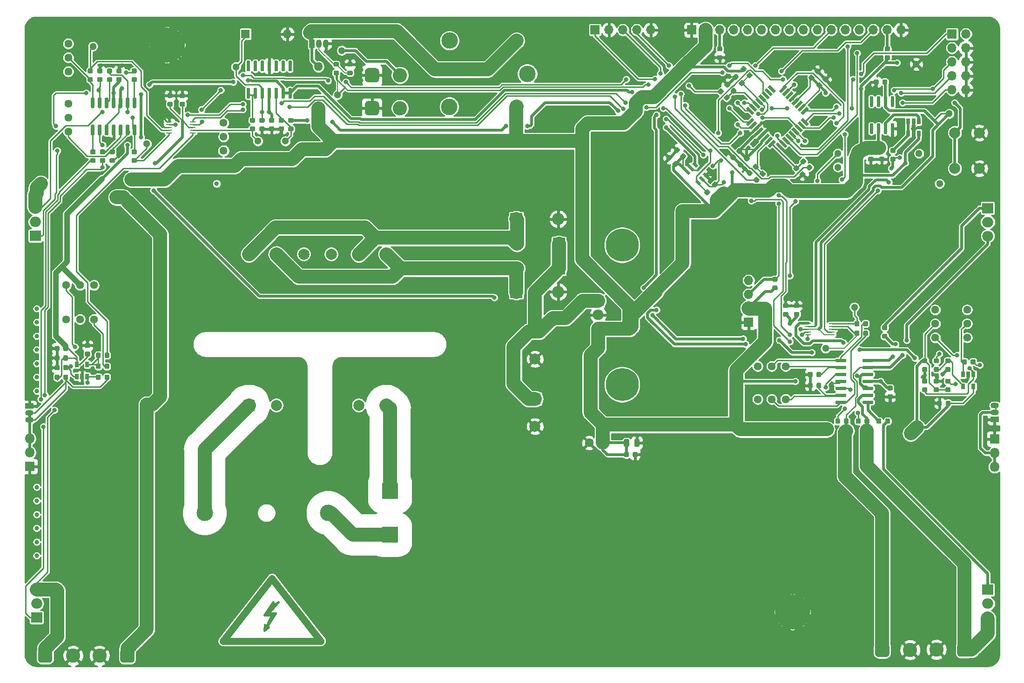
<source format=gtl>
G04 #@! TF.GenerationSoftware,KiCad,Pcbnew,(5.1.5)-3*
G04 #@! TF.CreationDate,2020-04-25T14:47:17+02:00*
G04 #@! TF.ProjectId,electro-load,656c6563-7472-46f2-9d6c-6f61642e6b69,rev?*
G04 #@! TF.SameCoordinates,Original*
G04 #@! TF.FileFunction,Copper,L1,Top*
G04 #@! TF.FilePolarity,Positive*
%FSLAX46Y46*%
G04 Gerber Fmt 4.6, Leading zero omitted, Abs format (unit mm)*
G04 Created by KiCad (PCBNEW (5.1.5)-3) date 2020-04-25 14:47:17*
%MOMM*%
%LPD*%
G04 APERTURE LIST*
%ADD10C,0.381000*%
%ADD11C,1.270000*%
%ADD12C,0.800000*%
%ADD13C,6.400000*%
%ADD14O,1.800000X1.800000*%
%ADD15R,1.800000X1.800000*%
%ADD16C,2.000000*%
%ADD17C,6.000000*%
%ADD18C,1.300000*%
%ADD19C,2.600000*%
%ADD20C,0.100000*%
%ADD21O,2.000000X1.905000*%
%ADD22R,2.000000X1.905000*%
%ADD23R,2.000000X2.000000*%
%ADD24R,3.000000X3.000000*%
%ADD25C,3.000000*%
%ADD26O,2.200000X2.200000*%
%ADD27R,2.200000X2.200000*%
%ADD28C,1.600000*%
%ADD29R,1.600000X1.600000*%
%ADD30O,1.700000X1.700000*%
%ADD31R,1.700000X1.700000*%
%ADD32R,0.650000X1.060000*%
%ADD33R,1.100000X0.250000*%
%ADD34C,1.440000*%
%ADD35R,1.050000X1.500000*%
%ADD36O,1.050000X1.500000*%
%ADD37R,1.500000X1.050000*%
%ADD38O,1.500000X1.050000*%
%ADD39C,2.500000*%
%ADD40O,1.600000X1.600000*%
%ADD41C,0.250000*%
%ADD42C,0.500000*%
%ADD43C,0.200000*%
%ADD44C,2.500000*%
%ADD45C,1.000000*%
%ADD46C,0.254000*%
G04 APERTURE END LIST*
D10*
X106657000Y-140647000D02*
X106530000Y-140139000D01*
X107800000Y-138361000D02*
X106657000Y-140647000D01*
X106403000Y-138361000D02*
X107800000Y-138361000D01*
X107927000Y-136075000D02*
X106403000Y-138361000D01*
X108181000Y-136456000D02*
X108054000Y-135948000D01*
X108943000Y-135948000D02*
X108181000Y-136456000D01*
X107165000Y-137980000D02*
X108943000Y-135948000D01*
X108435000Y-137980000D02*
X107165000Y-137980000D01*
X106657000Y-140774000D02*
X108435000Y-137980000D01*
X107165000Y-140520000D02*
X106657000Y-140774000D01*
X106403000Y-141155000D02*
X107165000Y-140520000D01*
X106530000Y-140139000D02*
X106403000Y-141155000D01*
X106784000Y-138234000D02*
X108054000Y-138234000D01*
X108181000Y-136329000D02*
X106784000Y-138234000D01*
D11*
X98910000Y-143060000D02*
X107800000Y-131630000D01*
X116690000Y-143060000D02*
X98910000Y-143060000D01*
X107800000Y-131630000D02*
X116690000Y-143060000D01*
D12*
X164894112Y-36000000D03*
X163197056Y-35297056D03*
X161500000Y-36000000D03*
X160797056Y-37697056D03*
X161500000Y-39394112D03*
X163197056Y-40097056D03*
X164894112Y-39394112D03*
X165597056Y-37697056D03*
D13*
X163197056Y-37697056D03*
D12*
X204197056Y-136052944D03*
X202500000Y-135350000D03*
X200802944Y-136052944D03*
X200100000Y-137750000D03*
X200802944Y-139447056D03*
X202500000Y-140150000D03*
X204197056Y-139447056D03*
X204900000Y-137750000D03*
D13*
X202500000Y-137750000D03*
D12*
X90447056Y-32802944D03*
X88750000Y-32100000D03*
X87052944Y-32802944D03*
X86350000Y-34500000D03*
X87052944Y-36197056D03*
X88750000Y-36900000D03*
X90447056Y-36197056D03*
X91150000Y-34500000D03*
D13*
X88750000Y-34500000D03*
D12*
X96697056Y-136052944D03*
X95000000Y-135350000D03*
X93302944Y-136052944D03*
X92600000Y-137750000D03*
X93302944Y-139447056D03*
X95000000Y-140150000D03*
X96697056Y-139447056D03*
X97400000Y-137750000D03*
D13*
X95000000Y-137750000D03*
D14*
X239250000Y-111330000D03*
X239250000Y-108790000D03*
D15*
X239250000Y-106250000D03*
D14*
X63750000Y-106170000D03*
X63750000Y-108710000D03*
D15*
X63750000Y-111250000D03*
D16*
X232000000Y-50500000D03*
X236500000Y-50500000D03*
X232000000Y-57000000D03*
X236500000Y-57000000D03*
D17*
X171500000Y-70935354D03*
X171500000Y-96335354D03*
D18*
X225500000Y-54250000D03*
X231000000Y-47000000D03*
D19*
X131080000Y-46000000D03*
G04 #@! TA.AperFunction,ComponentPad*
D20*
G36*
X126713711Y-44703130D02*
G01*
X126776809Y-44712490D01*
X126838685Y-44727989D01*
X126898744Y-44749478D01*
X126956408Y-44776751D01*
X127011121Y-44809545D01*
X127062356Y-44847543D01*
X127109619Y-44890381D01*
X127152457Y-44937644D01*
X127190455Y-44988879D01*
X127223249Y-45043592D01*
X127250522Y-45101256D01*
X127272011Y-45161315D01*
X127287510Y-45223191D01*
X127296870Y-45286289D01*
X127300000Y-45350000D01*
X127300000Y-46650000D01*
X127296870Y-46713711D01*
X127287510Y-46776809D01*
X127272011Y-46838685D01*
X127250522Y-46898744D01*
X127223249Y-46956408D01*
X127190455Y-47011121D01*
X127152457Y-47062356D01*
X127109619Y-47109619D01*
X127062356Y-47152457D01*
X127011121Y-47190455D01*
X126956408Y-47223249D01*
X126898744Y-47250522D01*
X126838685Y-47272011D01*
X126776809Y-47287510D01*
X126713711Y-47296870D01*
X126650000Y-47300000D01*
X125350000Y-47300000D01*
X125286289Y-47296870D01*
X125223191Y-47287510D01*
X125161315Y-47272011D01*
X125101256Y-47250522D01*
X125043592Y-47223249D01*
X124988879Y-47190455D01*
X124937644Y-47152457D01*
X124890381Y-47109619D01*
X124847543Y-47062356D01*
X124809545Y-47011121D01*
X124776751Y-46956408D01*
X124749478Y-46898744D01*
X124727989Y-46838685D01*
X124712490Y-46776809D01*
X124703130Y-46713711D01*
X124700000Y-46650000D01*
X124700000Y-45350000D01*
X124703130Y-45286289D01*
X124712490Y-45223191D01*
X124727989Y-45161315D01*
X124749478Y-45101256D01*
X124776751Y-45043592D01*
X124809545Y-44988879D01*
X124847543Y-44937644D01*
X124890381Y-44890381D01*
X124937644Y-44847543D01*
X124988879Y-44809545D01*
X125043592Y-44776751D01*
X125101256Y-44749478D01*
X125161315Y-44727989D01*
X125223191Y-44712490D01*
X125286289Y-44703130D01*
X125350000Y-44700000D01*
X126650000Y-44700000D01*
X126713711Y-44703130D01*
G37*
G04 #@! TD.AperFunction*
G04 #@! TA.AperFunction,SMDPad,CuDef*
G36*
X195525037Y-46845926D02*
G01*
X195136128Y-47234835D01*
X194004757Y-46103464D01*
X194393666Y-45714555D01*
X195525037Y-46845926D01*
G37*
G04 #@! TD.AperFunction*
G04 #@! TA.AperFunction,SMDPad,CuDef*
G36*
X196090723Y-46280241D02*
G01*
X195701814Y-46669150D01*
X194570443Y-45537779D01*
X194959352Y-45148870D01*
X196090723Y-46280241D01*
G37*
G04 #@! TD.AperFunction*
G04 #@! TA.AperFunction,SMDPad,CuDef*
G36*
X196656408Y-45714555D02*
G01*
X196267499Y-46103464D01*
X195136128Y-44972093D01*
X195525037Y-44583184D01*
X196656408Y-45714555D01*
G37*
G04 #@! TD.AperFunction*
G04 #@! TA.AperFunction,SMDPad,CuDef*
G36*
X197222093Y-45148870D02*
G01*
X196833184Y-45537779D01*
X195701813Y-44406408D01*
X196090722Y-44017499D01*
X197222093Y-45148870D01*
G37*
G04 #@! TD.AperFunction*
G04 #@! TA.AperFunction,SMDPad,CuDef*
G36*
X197787779Y-44583184D02*
G01*
X197398870Y-44972093D01*
X196267499Y-43840722D01*
X196656408Y-43451813D01*
X197787779Y-44583184D01*
G37*
G04 #@! TD.AperFunction*
G04 #@! TA.AperFunction,SMDPad,CuDef*
G36*
X198353464Y-44017499D02*
G01*
X197964555Y-44406408D01*
X196833184Y-43275037D01*
X197222093Y-42886128D01*
X198353464Y-44017499D01*
G37*
G04 #@! TD.AperFunction*
G04 #@! TA.AperFunction,SMDPad,CuDef*
G36*
X198919150Y-43451814D02*
G01*
X198530241Y-43840723D01*
X197398870Y-42709352D01*
X197787779Y-42320443D01*
X198919150Y-43451814D01*
G37*
G04 #@! TD.AperFunction*
G04 #@! TA.AperFunction,SMDPad,CuDef*
G36*
X199484835Y-42886128D02*
G01*
X199095926Y-43275037D01*
X197964555Y-42143666D01*
X198353464Y-41754757D01*
X199484835Y-42886128D01*
G37*
G04 #@! TD.AperFunction*
G04 #@! TA.AperFunction,SMDPad,CuDef*
G36*
X200404074Y-43275037D02*
G01*
X200015165Y-42886128D01*
X201146536Y-41754757D01*
X201535445Y-42143666D01*
X200404074Y-43275037D01*
G37*
G04 #@! TD.AperFunction*
G04 #@! TA.AperFunction,SMDPad,CuDef*
G36*
X200969759Y-43840723D02*
G01*
X200580850Y-43451814D01*
X201712221Y-42320443D01*
X202101130Y-42709352D01*
X200969759Y-43840723D01*
G37*
G04 #@! TD.AperFunction*
G04 #@! TA.AperFunction,SMDPad,CuDef*
G36*
X201535445Y-44406408D02*
G01*
X201146536Y-44017499D01*
X202277907Y-42886128D01*
X202666816Y-43275037D01*
X201535445Y-44406408D01*
G37*
G04 #@! TD.AperFunction*
G04 #@! TA.AperFunction,SMDPad,CuDef*
G36*
X202101130Y-44972093D02*
G01*
X201712221Y-44583184D01*
X202843592Y-43451813D01*
X203232501Y-43840722D01*
X202101130Y-44972093D01*
G37*
G04 #@! TD.AperFunction*
G04 #@! TA.AperFunction,SMDPad,CuDef*
G36*
X202666816Y-45537779D02*
G01*
X202277907Y-45148870D01*
X203409278Y-44017499D01*
X203798187Y-44406408D01*
X202666816Y-45537779D01*
G37*
G04 #@! TD.AperFunction*
G04 #@! TA.AperFunction,SMDPad,CuDef*
G36*
X203232501Y-46103464D02*
G01*
X202843592Y-45714555D01*
X203974963Y-44583184D01*
X204363872Y-44972093D01*
X203232501Y-46103464D01*
G37*
G04 #@! TD.AperFunction*
G04 #@! TA.AperFunction,SMDPad,CuDef*
G36*
X203798186Y-46669150D02*
G01*
X203409277Y-46280241D01*
X204540648Y-45148870D01*
X204929557Y-45537779D01*
X203798186Y-46669150D01*
G37*
G04 #@! TD.AperFunction*
G04 #@! TA.AperFunction,SMDPad,CuDef*
G36*
X204363872Y-47234835D02*
G01*
X203974963Y-46845926D01*
X205106334Y-45714555D01*
X205495243Y-46103464D01*
X204363872Y-47234835D01*
G37*
G04 #@! TD.AperFunction*
G04 #@! TA.AperFunction,SMDPad,CuDef*
G36*
X205495243Y-48896536D02*
G01*
X205106334Y-49285445D01*
X203974963Y-48154074D01*
X204363872Y-47765165D01*
X205495243Y-48896536D01*
G37*
G04 #@! TD.AperFunction*
G04 #@! TA.AperFunction,SMDPad,CuDef*
G36*
X204929557Y-49462221D02*
G01*
X204540648Y-49851130D01*
X203409277Y-48719759D01*
X203798186Y-48330850D01*
X204929557Y-49462221D01*
G37*
G04 #@! TD.AperFunction*
G04 #@! TA.AperFunction,SMDPad,CuDef*
G36*
X204363872Y-50027907D02*
G01*
X203974963Y-50416816D01*
X202843592Y-49285445D01*
X203232501Y-48896536D01*
X204363872Y-50027907D01*
G37*
G04 #@! TD.AperFunction*
G04 #@! TA.AperFunction,SMDPad,CuDef*
G36*
X203798187Y-50593592D02*
G01*
X203409278Y-50982501D01*
X202277907Y-49851130D01*
X202666816Y-49462221D01*
X203798187Y-50593592D01*
G37*
G04 #@! TD.AperFunction*
G04 #@! TA.AperFunction,SMDPad,CuDef*
G36*
X203232501Y-51159278D02*
G01*
X202843592Y-51548187D01*
X201712221Y-50416816D01*
X202101130Y-50027907D01*
X203232501Y-51159278D01*
G37*
G04 #@! TD.AperFunction*
G04 #@! TA.AperFunction,SMDPad,CuDef*
G36*
X202666816Y-51724963D02*
G01*
X202277907Y-52113872D01*
X201146536Y-50982501D01*
X201535445Y-50593592D01*
X202666816Y-51724963D01*
G37*
G04 #@! TD.AperFunction*
G04 #@! TA.AperFunction,SMDPad,CuDef*
G36*
X202101130Y-52290648D02*
G01*
X201712221Y-52679557D01*
X200580850Y-51548186D01*
X200969759Y-51159277D01*
X202101130Y-52290648D01*
G37*
G04 #@! TD.AperFunction*
G04 #@! TA.AperFunction,SMDPad,CuDef*
G36*
X201535445Y-52856334D02*
G01*
X201146536Y-53245243D01*
X200015165Y-52113872D01*
X200404074Y-51724963D01*
X201535445Y-52856334D01*
G37*
G04 #@! TD.AperFunction*
G04 #@! TA.AperFunction,SMDPad,CuDef*
G36*
X198353464Y-53245243D02*
G01*
X197964555Y-52856334D01*
X199095926Y-51724963D01*
X199484835Y-52113872D01*
X198353464Y-53245243D01*
G37*
G04 #@! TD.AperFunction*
G04 #@! TA.AperFunction,SMDPad,CuDef*
G36*
X197787779Y-52679557D02*
G01*
X197398870Y-52290648D01*
X198530241Y-51159277D01*
X198919150Y-51548186D01*
X197787779Y-52679557D01*
G37*
G04 #@! TD.AperFunction*
G04 #@! TA.AperFunction,SMDPad,CuDef*
G36*
X197222093Y-52113872D02*
G01*
X196833184Y-51724963D01*
X197964555Y-50593592D01*
X198353464Y-50982501D01*
X197222093Y-52113872D01*
G37*
G04 #@! TD.AperFunction*
G04 #@! TA.AperFunction,SMDPad,CuDef*
G36*
X196656408Y-51548187D02*
G01*
X196267499Y-51159278D01*
X197398870Y-50027907D01*
X197787779Y-50416816D01*
X196656408Y-51548187D01*
G37*
G04 #@! TD.AperFunction*
G04 #@! TA.AperFunction,SMDPad,CuDef*
G36*
X196090722Y-50982501D02*
G01*
X195701813Y-50593592D01*
X196833184Y-49462221D01*
X197222093Y-49851130D01*
X196090722Y-50982501D01*
G37*
G04 #@! TD.AperFunction*
G04 #@! TA.AperFunction,SMDPad,CuDef*
G36*
X195525037Y-50416816D02*
G01*
X195136128Y-50027907D01*
X196267499Y-48896536D01*
X196656408Y-49285445D01*
X195525037Y-50416816D01*
G37*
G04 #@! TD.AperFunction*
G04 #@! TA.AperFunction,SMDPad,CuDef*
G36*
X194959352Y-49851130D02*
G01*
X194570443Y-49462221D01*
X195701814Y-48330850D01*
X196090723Y-48719759D01*
X194959352Y-49851130D01*
G37*
G04 #@! TD.AperFunction*
G04 #@! TA.AperFunction,SMDPad,CuDef*
G36*
X194393666Y-49285445D02*
G01*
X194004757Y-48896536D01*
X195136128Y-47765165D01*
X195525037Y-48154074D01*
X194393666Y-49285445D01*
G37*
G04 #@! TD.AperFunction*
G04 #@! TA.AperFunction,SMDPad,CuDef*
G36*
X221027691Y-53276053D02*
G01*
X221048926Y-53279203D01*
X221069750Y-53284419D01*
X221089962Y-53291651D01*
X221109368Y-53300830D01*
X221127781Y-53311866D01*
X221145024Y-53324654D01*
X221160930Y-53339070D01*
X221175346Y-53354976D01*
X221188134Y-53372219D01*
X221199170Y-53390632D01*
X221208349Y-53410038D01*
X221215581Y-53430250D01*
X221220797Y-53451074D01*
X221223947Y-53472309D01*
X221225000Y-53493750D01*
X221225000Y-53931250D01*
X221223947Y-53952691D01*
X221220797Y-53973926D01*
X221215581Y-53994750D01*
X221208349Y-54014962D01*
X221199170Y-54034368D01*
X221188134Y-54052781D01*
X221175346Y-54070024D01*
X221160930Y-54085930D01*
X221145024Y-54100346D01*
X221127781Y-54113134D01*
X221109368Y-54124170D01*
X221089962Y-54133349D01*
X221069750Y-54140581D01*
X221048926Y-54145797D01*
X221027691Y-54148947D01*
X221006250Y-54150000D01*
X220493750Y-54150000D01*
X220472309Y-54148947D01*
X220451074Y-54145797D01*
X220430250Y-54140581D01*
X220410038Y-54133349D01*
X220390632Y-54124170D01*
X220372219Y-54113134D01*
X220354976Y-54100346D01*
X220339070Y-54085930D01*
X220324654Y-54070024D01*
X220311866Y-54052781D01*
X220300830Y-54034368D01*
X220291651Y-54014962D01*
X220284419Y-53994750D01*
X220279203Y-53973926D01*
X220276053Y-53952691D01*
X220275000Y-53931250D01*
X220275000Y-53493750D01*
X220276053Y-53472309D01*
X220279203Y-53451074D01*
X220284419Y-53430250D01*
X220291651Y-53410038D01*
X220300830Y-53390632D01*
X220311866Y-53372219D01*
X220324654Y-53354976D01*
X220339070Y-53339070D01*
X220354976Y-53324654D01*
X220372219Y-53311866D01*
X220390632Y-53300830D01*
X220410038Y-53291651D01*
X220430250Y-53284419D01*
X220451074Y-53279203D01*
X220472309Y-53276053D01*
X220493750Y-53275000D01*
X221006250Y-53275000D01*
X221027691Y-53276053D01*
G37*
G04 #@! TD.AperFunction*
G04 #@! TA.AperFunction,SMDPad,CuDef*
G36*
X221027691Y-54851053D02*
G01*
X221048926Y-54854203D01*
X221069750Y-54859419D01*
X221089962Y-54866651D01*
X221109368Y-54875830D01*
X221127781Y-54886866D01*
X221145024Y-54899654D01*
X221160930Y-54914070D01*
X221175346Y-54929976D01*
X221188134Y-54947219D01*
X221199170Y-54965632D01*
X221208349Y-54985038D01*
X221215581Y-55005250D01*
X221220797Y-55026074D01*
X221223947Y-55047309D01*
X221225000Y-55068750D01*
X221225000Y-55506250D01*
X221223947Y-55527691D01*
X221220797Y-55548926D01*
X221215581Y-55569750D01*
X221208349Y-55589962D01*
X221199170Y-55609368D01*
X221188134Y-55627781D01*
X221175346Y-55645024D01*
X221160930Y-55660930D01*
X221145024Y-55675346D01*
X221127781Y-55688134D01*
X221109368Y-55699170D01*
X221089962Y-55708349D01*
X221069750Y-55715581D01*
X221048926Y-55720797D01*
X221027691Y-55723947D01*
X221006250Y-55725000D01*
X220493750Y-55725000D01*
X220472309Y-55723947D01*
X220451074Y-55720797D01*
X220430250Y-55715581D01*
X220410038Y-55708349D01*
X220390632Y-55699170D01*
X220372219Y-55688134D01*
X220354976Y-55675346D01*
X220339070Y-55660930D01*
X220324654Y-55645024D01*
X220311866Y-55627781D01*
X220300830Y-55609368D01*
X220291651Y-55589962D01*
X220284419Y-55569750D01*
X220279203Y-55548926D01*
X220276053Y-55527691D01*
X220275000Y-55506250D01*
X220275000Y-55068750D01*
X220276053Y-55047309D01*
X220279203Y-55026074D01*
X220284419Y-55005250D01*
X220291651Y-54985038D01*
X220300830Y-54965632D01*
X220311866Y-54947219D01*
X220324654Y-54929976D01*
X220339070Y-54914070D01*
X220354976Y-54899654D01*
X220372219Y-54886866D01*
X220390632Y-54875830D01*
X220410038Y-54866651D01*
X220430250Y-54859419D01*
X220451074Y-54854203D01*
X220472309Y-54851053D01*
X220493750Y-54850000D01*
X221006250Y-54850000D01*
X221027691Y-54851053D01*
G37*
G04 #@! TD.AperFunction*
G04 #@! TA.AperFunction,SMDPad,CuDef*
G36*
X103654703Y-37350722D02*
G01*
X103669264Y-37352882D01*
X103683543Y-37356459D01*
X103697403Y-37361418D01*
X103710710Y-37367712D01*
X103723336Y-37375280D01*
X103735159Y-37384048D01*
X103746066Y-37393934D01*
X103755952Y-37404841D01*
X103764720Y-37416664D01*
X103772288Y-37429290D01*
X103778582Y-37442597D01*
X103783541Y-37456457D01*
X103787118Y-37470736D01*
X103789278Y-37485297D01*
X103790000Y-37500000D01*
X103790000Y-39150000D01*
X103789278Y-39164703D01*
X103787118Y-39179264D01*
X103783541Y-39193543D01*
X103778582Y-39207403D01*
X103772288Y-39220710D01*
X103764720Y-39233336D01*
X103755952Y-39245159D01*
X103746066Y-39256066D01*
X103735159Y-39265952D01*
X103723336Y-39274720D01*
X103710710Y-39282288D01*
X103697403Y-39288582D01*
X103683543Y-39293541D01*
X103669264Y-39297118D01*
X103654703Y-39299278D01*
X103640000Y-39300000D01*
X103340000Y-39300000D01*
X103325297Y-39299278D01*
X103310736Y-39297118D01*
X103296457Y-39293541D01*
X103282597Y-39288582D01*
X103269290Y-39282288D01*
X103256664Y-39274720D01*
X103244841Y-39265952D01*
X103233934Y-39256066D01*
X103224048Y-39245159D01*
X103215280Y-39233336D01*
X103207712Y-39220710D01*
X103201418Y-39207403D01*
X103196459Y-39193543D01*
X103192882Y-39179264D01*
X103190722Y-39164703D01*
X103190000Y-39150000D01*
X103190000Y-37500000D01*
X103190722Y-37485297D01*
X103192882Y-37470736D01*
X103196459Y-37456457D01*
X103201418Y-37442597D01*
X103207712Y-37429290D01*
X103215280Y-37416664D01*
X103224048Y-37404841D01*
X103233934Y-37393934D01*
X103244841Y-37384048D01*
X103256664Y-37375280D01*
X103269290Y-37367712D01*
X103282597Y-37361418D01*
X103296457Y-37356459D01*
X103310736Y-37352882D01*
X103325297Y-37350722D01*
X103340000Y-37350000D01*
X103640000Y-37350000D01*
X103654703Y-37350722D01*
G37*
G04 #@! TD.AperFunction*
G04 #@! TA.AperFunction,SMDPad,CuDef*
G36*
X104924703Y-37350722D02*
G01*
X104939264Y-37352882D01*
X104953543Y-37356459D01*
X104967403Y-37361418D01*
X104980710Y-37367712D01*
X104993336Y-37375280D01*
X105005159Y-37384048D01*
X105016066Y-37393934D01*
X105025952Y-37404841D01*
X105034720Y-37416664D01*
X105042288Y-37429290D01*
X105048582Y-37442597D01*
X105053541Y-37456457D01*
X105057118Y-37470736D01*
X105059278Y-37485297D01*
X105060000Y-37500000D01*
X105060000Y-39150000D01*
X105059278Y-39164703D01*
X105057118Y-39179264D01*
X105053541Y-39193543D01*
X105048582Y-39207403D01*
X105042288Y-39220710D01*
X105034720Y-39233336D01*
X105025952Y-39245159D01*
X105016066Y-39256066D01*
X105005159Y-39265952D01*
X104993336Y-39274720D01*
X104980710Y-39282288D01*
X104967403Y-39288582D01*
X104953543Y-39293541D01*
X104939264Y-39297118D01*
X104924703Y-39299278D01*
X104910000Y-39300000D01*
X104610000Y-39300000D01*
X104595297Y-39299278D01*
X104580736Y-39297118D01*
X104566457Y-39293541D01*
X104552597Y-39288582D01*
X104539290Y-39282288D01*
X104526664Y-39274720D01*
X104514841Y-39265952D01*
X104503934Y-39256066D01*
X104494048Y-39245159D01*
X104485280Y-39233336D01*
X104477712Y-39220710D01*
X104471418Y-39207403D01*
X104466459Y-39193543D01*
X104462882Y-39179264D01*
X104460722Y-39164703D01*
X104460000Y-39150000D01*
X104460000Y-37500000D01*
X104460722Y-37485297D01*
X104462882Y-37470736D01*
X104466459Y-37456457D01*
X104471418Y-37442597D01*
X104477712Y-37429290D01*
X104485280Y-37416664D01*
X104494048Y-37404841D01*
X104503934Y-37393934D01*
X104514841Y-37384048D01*
X104526664Y-37375280D01*
X104539290Y-37367712D01*
X104552597Y-37361418D01*
X104566457Y-37356459D01*
X104580736Y-37352882D01*
X104595297Y-37350722D01*
X104610000Y-37350000D01*
X104910000Y-37350000D01*
X104924703Y-37350722D01*
G37*
G04 #@! TD.AperFunction*
G04 #@! TA.AperFunction,SMDPad,CuDef*
G36*
X106194703Y-37350722D02*
G01*
X106209264Y-37352882D01*
X106223543Y-37356459D01*
X106237403Y-37361418D01*
X106250710Y-37367712D01*
X106263336Y-37375280D01*
X106275159Y-37384048D01*
X106286066Y-37393934D01*
X106295952Y-37404841D01*
X106304720Y-37416664D01*
X106312288Y-37429290D01*
X106318582Y-37442597D01*
X106323541Y-37456457D01*
X106327118Y-37470736D01*
X106329278Y-37485297D01*
X106330000Y-37500000D01*
X106330000Y-39150000D01*
X106329278Y-39164703D01*
X106327118Y-39179264D01*
X106323541Y-39193543D01*
X106318582Y-39207403D01*
X106312288Y-39220710D01*
X106304720Y-39233336D01*
X106295952Y-39245159D01*
X106286066Y-39256066D01*
X106275159Y-39265952D01*
X106263336Y-39274720D01*
X106250710Y-39282288D01*
X106237403Y-39288582D01*
X106223543Y-39293541D01*
X106209264Y-39297118D01*
X106194703Y-39299278D01*
X106180000Y-39300000D01*
X105880000Y-39300000D01*
X105865297Y-39299278D01*
X105850736Y-39297118D01*
X105836457Y-39293541D01*
X105822597Y-39288582D01*
X105809290Y-39282288D01*
X105796664Y-39274720D01*
X105784841Y-39265952D01*
X105773934Y-39256066D01*
X105764048Y-39245159D01*
X105755280Y-39233336D01*
X105747712Y-39220710D01*
X105741418Y-39207403D01*
X105736459Y-39193543D01*
X105732882Y-39179264D01*
X105730722Y-39164703D01*
X105730000Y-39150000D01*
X105730000Y-37500000D01*
X105730722Y-37485297D01*
X105732882Y-37470736D01*
X105736459Y-37456457D01*
X105741418Y-37442597D01*
X105747712Y-37429290D01*
X105755280Y-37416664D01*
X105764048Y-37404841D01*
X105773934Y-37393934D01*
X105784841Y-37384048D01*
X105796664Y-37375280D01*
X105809290Y-37367712D01*
X105822597Y-37361418D01*
X105836457Y-37356459D01*
X105850736Y-37352882D01*
X105865297Y-37350722D01*
X105880000Y-37350000D01*
X106180000Y-37350000D01*
X106194703Y-37350722D01*
G37*
G04 #@! TD.AperFunction*
G04 #@! TA.AperFunction,SMDPad,CuDef*
G36*
X107464703Y-37350722D02*
G01*
X107479264Y-37352882D01*
X107493543Y-37356459D01*
X107507403Y-37361418D01*
X107520710Y-37367712D01*
X107533336Y-37375280D01*
X107545159Y-37384048D01*
X107556066Y-37393934D01*
X107565952Y-37404841D01*
X107574720Y-37416664D01*
X107582288Y-37429290D01*
X107588582Y-37442597D01*
X107593541Y-37456457D01*
X107597118Y-37470736D01*
X107599278Y-37485297D01*
X107600000Y-37500000D01*
X107600000Y-39150000D01*
X107599278Y-39164703D01*
X107597118Y-39179264D01*
X107593541Y-39193543D01*
X107588582Y-39207403D01*
X107582288Y-39220710D01*
X107574720Y-39233336D01*
X107565952Y-39245159D01*
X107556066Y-39256066D01*
X107545159Y-39265952D01*
X107533336Y-39274720D01*
X107520710Y-39282288D01*
X107507403Y-39288582D01*
X107493543Y-39293541D01*
X107479264Y-39297118D01*
X107464703Y-39299278D01*
X107450000Y-39300000D01*
X107150000Y-39300000D01*
X107135297Y-39299278D01*
X107120736Y-39297118D01*
X107106457Y-39293541D01*
X107092597Y-39288582D01*
X107079290Y-39282288D01*
X107066664Y-39274720D01*
X107054841Y-39265952D01*
X107043934Y-39256066D01*
X107034048Y-39245159D01*
X107025280Y-39233336D01*
X107017712Y-39220710D01*
X107011418Y-39207403D01*
X107006459Y-39193543D01*
X107002882Y-39179264D01*
X107000722Y-39164703D01*
X107000000Y-39150000D01*
X107000000Y-37500000D01*
X107000722Y-37485297D01*
X107002882Y-37470736D01*
X107006459Y-37456457D01*
X107011418Y-37442597D01*
X107017712Y-37429290D01*
X107025280Y-37416664D01*
X107034048Y-37404841D01*
X107043934Y-37393934D01*
X107054841Y-37384048D01*
X107066664Y-37375280D01*
X107079290Y-37367712D01*
X107092597Y-37361418D01*
X107106457Y-37356459D01*
X107120736Y-37352882D01*
X107135297Y-37350722D01*
X107150000Y-37350000D01*
X107450000Y-37350000D01*
X107464703Y-37350722D01*
G37*
G04 #@! TD.AperFunction*
G04 #@! TA.AperFunction,SMDPad,CuDef*
G36*
X108734703Y-37350722D02*
G01*
X108749264Y-37352882D01*
X108763543Y-37356459D01*
X108777403Y-37361418D01*
X108790710Y-37367712D01*
X108803336Y-37375280D01*
X108815159Y-37384048D01*
X108826066Y-37393934D01*
X108835952Y-37404841D01*
X108844720Y-37416664D01*
X108852288Y-37429290D01*
X108858582Y-37442597D01*
X108863541Y-37456457D01*
X108867118Y-37470736D01*
X108869278Y-37485297D01*
X108870000Y-37500000D01*
X108870000Y-39150000D01*
X108869278Y-39164703D01*
X108867118Y-39179264D01*
X108863541Y-39193543D01*
X108858582Y-39207403D01*
X108852288Y-39220710D01*
X108844720Y-39233336D01*
X108835952Y-39245159D01*
X108826066Y-39256066D01*
X108815159Y-39265952D01*
X108803336Y-39274720D01*
X108790710Y-39282288D01*
X108777403Y-39288582D01*
X108763543Y-39293541D01*
X108749264Y-39297118D01*
X108734703Y-39299278D01*
X108720000Y-39300000D01*
X108420000Y-39300000D01*
X108405297Y-39299278D01*
X108390736Y-39297118D01*
X108376457Y-39293541D01*
X108362597Y-39288582D01*
X108349290Y-39282288D01*
X108336664Y-39274720D01*
X108324841Y-39265952D01*
X108313934Y-39256066D01*
X108304048Y-39245159D01*
X108295280Y-39233336D01*
X108287712Y-39220710D01*
X108281418Y-39207403D01*
X108276459Y-39193543D01*
X108272882Y-39179264D01*
X108270722Y-39164703D01*
X108270000Y-39150000D01*
X108270000Y-37500000D01*
X108270722Y-37485297D01*
X108272882Y-37470736D01*
X108276459Y-37456457D01*
X108281418Y-37442597D01*
X108287712Y-37429290D01*
X108295280Y-37416664D01*
X108304048Y-37404841D01*
X108313934Y-37393934D01*
X108324841Y-37384048D01*
X108336664Y-37375280D01*
X108349290Y-37367712D01*
X108362597Y-37361418D01*
X108376457Y-37356459D01*
X108390736Y-37352882D01*
X108405297Y-37350722D01*
X108420000Y-37350000D01*
X108720000Y-37350000D01*
X108734703Y-37350722D01*
G37*
G04 #@! TD.AperFunction*
G04 #@! TA.AperFunction,SMDPad,CuDef*
G36*
X110004703Y-37350722D02*
G01*
X110019264Y-37352882D01*
X110033543Y-37356459D01*
X110047403Y-37361418D01*
X110060710Y-37367712D01*
X110073336Y-37375280D01*
X110085159Y-37384048D01*
X110096066Y-37393934D01*
X110105952Y-37404841D01*
X110114720Y-37416664D01*
X110122288Y-37429290D01*
X110128582Y-37442597D01*
X110133541Y-37456457D01*
X110137118Y-37470736D01*
X110139278Y-37485297D01*
X110140000Y-37500000D01*
X110140000Y-39150000D01*
X110139278Y-39164703D01*
X110137118Y-39179264D01*
X110133541Y-39193543D01*
X110128582Y-39207403D01*
X110122288Y-39220710D01*
X110114720Y-39233336D01*
X110105952Y-39245159D01*
X110096066Y-39256066D01*
X110085159Y-39265952D01*
X110073336Y-39274720D01*
X110060710Y-39282288D01*
X110047403Y-39288582D01*
X110033543Y-39293541D01*
X110019264Y-39297118D01*
X110004703Y-39299278D01*
X109990000Y-39300000D01*
X109690000Y-39300000D01*
X109675297Y-39299278D01*
X109660736Y-39297118D01*
X109646457Y-39293541D01*
X109632597Y-39288582D01*
X109619290Y-39282288D01*
X109606664Y-39274720D01*
X109594841Y-39265952D01*
X109583934Y-39256066D01*
X109574048Y-39245159D01*
X109565280Y-39233336D01*
X109557712Y-39220710D01*
X109551418Y-39207403D01*
X109546459Y-39193543D01*
X109542882Y-39179264D01*
X109540722Y-39164703D01*
X109540000Y-39150000D01*
X109540000Y-37500000D01*
X109540722Y-37485297D01*
X109542882Y-37470736D01*
X109546459Y-37456457D01*
X109551418Y-37442597D01*
X109557712Y-37429290D01*
X109565280Y-37416664D01*
X109574048Y-37404841D01*
X109583934Y-37393934D01*
X109594841Y-37384048D01*
X109606664Y-37375280D01*
X109619290Y-37367712D01*
X109632597Y-37361418D01*
X109646457Y-37356459D01*
X109660736Y-37352882D01*
X109675297Y-37350722D01*
X109690000Y-37350000D01*
X109990000Y-37350000D01*
X110004703Y-37350722D01*
G37*
G04 #@! TD.AperFunction*
G04 #@! TA.AperFunction,SMDPad,CuDef*
G36*
X111274703Y-37350722D02*
G01*
X111289264Y-37352882D01*
X111303543Y-37356459D01*
X111317403Y-37361418D01*
X111330710Y-37367712D01*
X111343336Y-37375280D01*
X111355159Y-37384048D01*
X111366066Y-37393934D01*
X111375952Y-37404841D01*
X111384720Y-37416664D01*
X111392288Y-37429290D01*
X111398582Y-37442597D01*
X111403541Y-37456457D01*
X111407118Y-37470736D01*
X111409278Y-37485297D01*
X111410000Y-37500000D01*
X111410000Y-39150000D01*
X111409278Y-39164703D01*
X111407118Y-39179264D01*
X111403541Y-39193543D01*
X111398582Y-39207403D01*
X111392288Y-39220710D01*
X111384720Y-39233336D01*
X111375952Y-39245159D01*
X111366066Y-39256066D01*
X111355159Y-39265952D01*
X111343336Y-39274720D01*
X111330710Y-39282288D01*
X111317403Y-39288582D01*
X111303543Y-39293541D01*
X111289264Y-39297118D01*
X111274703Y-39299278D01*
X111260000Y-39300000D01*
X110960000Y-39300000D01*
X110945297Y-39299278D01*
X110930736Y-39297118D01*
X110916457Y-39293541D01*
X110902597Y-39288582D01*
X110889290Y-39282288D01*
X110876664Y-39274720D01*
X110864841Y-39265952D01*
X110853934Y-39256066D01*
X110844048Y-39245159D01*
X110835280Y-39233336D01*
X110827712Y-39220710D01*
X110821418Y-39207403D01*
X110816459Y-39193543D01*
X110812882Y-39179264D01*
X110810722Y-39164703D01*
X110810000Y-39150000D01*
X110810000Y-37500000D01*
X110810722Y-37485297D01*
X110812882Y-37470736D01*
X110816459Y-37456457D01*
X110821418Y-37442597D01*
X110827712Y-37429290D01*
X110835280Y-37416664D01*
X110844048Y-37404841D01*
X110853934Y-37393934D01*
X110864841Y-37384048D01*
X110876664Y-37375280D01*
X110889290Y-37367712D01*
X110902597Y-37361418D01*
X110916457Y-37356459D01*
X110930736Y-37352882D01*
X110945297Y-37350722D01*
X110960000Y-37350000D01*
X111260000Y-37350000D01*
X111274703Y-37350722D01*
G37*
G04 #@! TD.AperFunction*
G04 #@! TA.AperFunction,SMDPad,CuDef*
G36*
X111274703Y-42300722D02*
G01*
X111289264Y-42302882D01*
X111303543Y-42306459D01*
X111317403Y-42311418D01*
X111330710Y-42317712D01*
X111343336Y-42325280D01*
X111355159Y-42334048D01*
X111366066Y-42343934D01*
X111375952Y-42354841D01*
X111384720Y-42366664D01*
X111392288Y-42379290D01*
X111398582Y-42392597D01*
X111403541Y-42406457D01*
X111407118Y-42420736D01*
X111409278Y-42435297D01*
X111410000Y-42450000D01*
X111410000Y-44100000D01*
X111409278Y-44114703D01*
X111407118Y-44129264D01*
X111403541Y-44143543D01*
X111398582Y-44157403D01*
X111392288Y-44170710D01*
X111384720Y-44183336D01*
X111375952Y-44195159D01*
X111366066Y-44206066D01*
X111355159Y-44215952D01*
X111343336Y-44224720D01*
X111330710Y-44232288D01*
X111317403Y-44238582D01*
X111303543Y-44243541D01*
X111289264Y-44247118D01*
X111274703Y-44249278D01*
X111260000Y-44250000D01*
X110960000Y-44250000D01*
X110945297Y-44249278D01*
X110930736Y-44247118D01*
X110916457Y-44243541D01*
X110902597Y-44238582D01*
X110889290Y-44232288D01*
X110876664Y-44224720D01*
X110864841Y-44215952D01*
X110853934Y-44206066D01*
X110844048Y-44195159D01*
X110835280Y-44183336D01*
X110827712Y-44170710D01*
X110821418Y-44157403D01*
X110816459Y-44143543D01*
X110812882Y-44129264D01*
X110810722Y-44114703D01*
X110810000Y-44100000D01*
X110810000Y-42450000D01*
X110810722Y-42435297D01*
X110812882Y-42420736D01*
X110816459Y-42406457D01*
X110821418Y-42392597D01*
X110827712Y-42379290D01*
X110835280Y-42366664D01*
X110844048Y-42354841D01*
X110853934Y-42343934D01*
X110864841Y-42334048D01*
X110876664Y-42325280D01*
X110889290Y-42317712D01*
X110902597Y-42311418D01*
X110916457Y-42306459D01*
X110930736Y-42302882D01*
X110945297Y-42300722D01*
X110960000Y-42300000D01*
X111260000Y-42300000D01*
X111274703Y-42300722D01*
G37*
G04 #@! TD.AperFunction*
G04 #@! TA.AperFunction,SMDPad,CuDef*
G36*
X110004703Y-42300722D02*
G01*
X110019264Y-42302882D01*
X110033543Y-42306459D01*
X110047403Y-42311418D01*
X110060710Y-42317712D01*
X110073336Y-42325280D01*
X110085159Y-42334048D01*
X110096066Y-42343934D01*
X110105952Y-42354841D01*
X110114720Y-42366664D01*
X110122288Y-42379290D01*
X110128582Y-42392597D01*
X110133541Y-42406457D01*
X110137118Y-42420736D01*
X110139278Y-42435297D01*
X110140000Y-42450000D01*
X110140000Y-44100000D01*
X110139278Y-44114703D01*
X110137118Y-44129264D01*
X110133541Y-44143543D01*
X110128582Y-44157403D01*
X110122288Y-44170710D01*
X110114720Y-44183336D01*
X110105952Y-44195159D01*
X110096066Y-44206066D01*
X110085159Y-44215952D01*
X110073336Y-44224720D01*
X110060710Y-44232288D01*
X110047403Y-44238582D01*
X110033543Y-44243541D01*
X110019264Y-44247118D01*
X110004703Y-44249278D01*
X109990000Y-44250000D01*
X109690000Y-44250000D01*
X109675297Y-44249278D01*
X109660736Y-44247118D01*
X109646457Y-44243541D01*
X109632597Y-44238582D01*
X109619290Y-44232288D01*
X109606664Y-44224720D01*
X109594841Y-44215952D01*
X109583934Y-44206066D01*
X109574048Y-44195159D01*
X109565280Y-44183336D01*
X109557712Y-44170710D01*
X109551418Y-44157403D01*
X109546459Y-44143543D01*
X109542882Y-44129264D01*
X109540722Y-44114703D01*
X109540000Y-44100000D01*
X109540000Y-42450000D01*
X109540722Y-42435297D01*
X109542882Y-42420736D01*
X109546459Y-42406457D01*
X109551418Y-42392597D01*
X109557712Y-42379290D01*
X109565280Y-42366664D01*
X109574048Y-42354841D01*
X109583934Y-42343934D01*
X109594841Y-42334048D01*
X109606664Y-42325280D01*
X109619290Y-42317712D01*
X109632597Y-42311418D01*
X109646457Y-42306459D01*
X109660736Y-42302882D01*
X109675297Y-42300722D01*
X109690000Y-42300000D01*
X109990000Y-42300000D01*
X110004703Y-42300722D01*
G37*
G04 #@! TD.AperFunction*
G04 #@! TA.AperFunction,SMDPad,CuDef*
G36*
X108734703Y-42300722D02*
G01*
X108749264Y-42302882D01*
X108763543Y-42306459D01*
X108777403Y-42311418D01*
X108790710Y-42317712D01*
X108803336Y-42325280D01*
X108815159Y-42334048D01*
X108826066Y-42343934D01*
X108835952Y-42354841D01*
X108844720Y-42366664D01*
X108852288Y-42379290D01*
X108858582Y-42392597D01*
X108863541Y-42406457D01*
X108867118Y-42420736D01*
X108869278Y-42435297D01*
X108870000Y-42450000D01*
X108870000Y-44100000D01*
X108869278Y-44114703D01*
X108867118Y-44129264D01*
X108863541Y-44143543D01*
X108858582Y-44157403D01*
X108852288Y-44170710D01*
X108844720Y-44183336D01*
X108835952Y-44195159D01*
X108826066Y-44206066D01*
X108815159Y-44215952D01*
X108803336Y-44224720D01*
X108790710Y-44232288D01*
X108777403Y-44238582D01*
X108763543Y-44243541D01*
X108749264Y-44247118D01*
X108734703Y-44249278D01*
X108720000Y-44250000D01*
X108420000Y-44250000D01*
X108405297Y-44249278D01*
X108390736Y-44247118D01*
X108376457Y-44243541D01*
X108362597Y-44238582D01*
X108349290Y-44232288D01*
X108336664Y-44224720D01*
X108324841Y-44215952D01*
X108313934Y-44206066D01*
X108304048Y-44195159D01*
X108295280Y-44183336D01*
X108287712Y-44170710D01*
X108281418Y-44157403D01*
X108276459Y-44143543D01*
X108272882Y-44129264D01*
X108270722Y-44114703D01*
X108270000Y-44100000D01*
X108270000Y-42450000D01*
X108270722Y-42435297D01*
X108272882Y-42420736D01*
X108276459Y-42406457D01*
X108281418Y-42392597D01*
X108287712Y-42379290D01*
X108295280Y-42366664D01*
X108304048Y-42354841D01*
X108313934Y-42343934D01*
X108324841Y-42334048D01*
X108336664Y-42325280D01*
X108349290Y-42317712D01*
X108362597Y-42311418D01*
X108376457Y-42306459D01*
X108390736Y-42302882D01*
X108405297Y-42300722D01*
X108420000Y-42300000D01*
X108720000Y-42300000D01*
X108734703Y-42300722D01*
G37*
G04 #@! TD.AperFunction*
G04 #@! TA.AperFunction,SMDPad,CuDef*
G36*
X107464703Y-42300722D02*
G01*
X107479264Y-42302882D01*
X107493543Y-42306459D01*
X107507403Y-42311418D01*
X107520710Y-42317712D01*
X107533336Y-42325280D01*
X107545159Y-42334048D01*
X107556066Y-42343934D01*
X107565952Y-42354841D01*
X107574720Y-42366664D01*
X107582288Y-42379290D01*
X107588582Y-42392597D01*
X107593541Y-42406457D01*
X107597118Y-42420736D01*
X107599278Y-42435297D01*
X107600000Y-42450000D01*
X107600000Y-44100000D01*
X107599278Y-44114703D01*
X107597118Y-44129264D01*
X107593541Y-44143543D01*
X107588582Y-44157403D01*
X107582288Y-44170710D01*
X107574720Y-44183336D01*
X107565952Y-44195159D01*
X107556066Y-44206066D01*
X107545159Y-44215952D01*
X107533336Y-44224720D01*
X107520710Y-44232288D01*
X107507403Y-44238582D01*
X107493543Y-44243541D01*
X107479264Y-44247118D01*
X107464703Y-44249278D01*
X107450000Y-44250000D01*
X107150000Y-44250000D01*
X107135297Y-44249278D01*
X107120736Y-44247118D01*
X107106457Y-44243541D01*
X107092597Y-44238582D01*
X107079290Y-44232288D01*
X107066664Y-44224720D01*
X107054841Y-44215952D01*
X107043934Y-44206066D01*
X107034048Y-44195159D01*
X107025280Y-44183336D01*
X107017712Y-44170710D01*
X107011418Y-44157403D01*
X107006459Y-44143543D01*
X107002882Y-44129264D01*
X107000722Y-44114703D01*
X107000000Y-44100000D01*
X107000000Y-42450000D01*
X107000722Y-42435297D01*
X107002882Y-42420736D01*
X107006459Y-42406457D01*
X107011418Y-42392597D01*
X107017712Y-42379290D01*
X107025280Y-42366664D01*
X107034048Y-42354841D01*
X107043934Y-42343934D01*
X107054841Y-42334048D01*
X107066664Y-42325280D01*
X107079290Y-42317712D01*
X107092597Y-42311418D01*
X107106457Y-42306459D01*
X107120736Y-42302882D01*
X107135297Y-42300722D01*
X107150000Y-42300000D01*
X107450000Y-42300000D01*
X107464703Y-42300722D01*
G37*
G04 #@! TD.AperFunction*
G04 #@! TA.AperFunction,SMDPad,CuDef*
G36*
X106194703Y-42300722D02*
G01*
X106209264Y-42302882D01*
X106223543Y-42306459D01*
X106237403Y-42311418D01*
X106250710Y-42317712D01*
X106263336Y-42325280D01*
X106275159Y-42334048D01*
X106286066Y-42343934D01*
X106295952Y-42354841D01*
X106304720Y-42366664D01*
X106312288Y-42379290D01*
X106318582Y-42392597D01*
X106323541Y-42406457D01*
X106327118Y-42420736D01*
X106329278Y-42435297D01*
X106330000Y-42450000D01*
X106330000Y-44100000D01*
X106329278Y-44114703D01*
X106327118Y-44129264D01*
X106323541Y-44143543D01*
X106318582Y-44157403D01*
X106312288Y-44170710D01*
X106304720Y-44183336D01*
X106295952Y-44195159D01*
X106286066Y-44206066D01*
X106275159Y-44215952D01*
X106263336Y-44224720D01*
X106250710Y-44232288D01*
X106237403Y-44238582D01*
X106223543Y-44243541D01*
X106209264Y-44247118D01*
X106194703Y-44249278D01*
X106180000Y-44250000D01*
X105880000Y-44250000D01*
X105865297Y-44249278D01*
X105850736Y-44247118D01*
X105836457Y-44243541D01*
X105822597Y-44238582D01*
X105809290Y-44232288D01*
X105796664Y-44224720D01*
X105784841Y-44215952D01*
X105773934Y-44206066D01*
X105764048Y-44195159D01*
X105755280Y-44183336D01*
X105747712Y-44170710D01*
X105741418Y-44157403D01*
X105736459Y-44143543D01*
X105732882Y-44129264D01*
X105730722Y-44114703D01*
X105730000Y-44100000D01*
X105730000Y-42450000D01*
X105730722Y-42435297D01*
X105732882Y-42420736D01*
X105736459Y-42406457D01*
X105741418Y-42392597D01*
X105747712Y-42379290D01*
X105755280Y-42366664D01*
X105764048Y-42354841D01*
X105773934Y-42343934D01*
X105784841Y-42334048D01*
X105796664Y-42325280D01*
X105809290Y-42317712D01*
X105822597Y-42311418D01*
X105836457Y-42306459D01*
X105850736Y-42302882D01*
X105865297Y-42300722D01*
X105880000Y-42300000D01*
X106180000Y-42300000D01*
X106194703Y-42300722D01*
G37*
G04 #@! TD.AperFunction*
G04 #@! TA.AperFunction,SMDPad,CuDef*
G36*
X104924703Y-42300722D02*
G01*
X104939264Y-42302882D01*
X104953543Y-42306459D01*
X104967403Y-42311418D01*
X104980710Y-42317712D01*
X104993336Y-42325280D01*
X105005159Y-42334048D01*
X105016066Y-42343934D01*
X105025952Y-42354841D01*
X105034720Y-42366664D01*
X105042288Y-42379290D01*
X105048582Y-42392597D01*
X105053541Y-42406457D01*
X105057118Y-42420736D01*
X105059278Y-42435297D01*
X105060000Y-42450000D01*
X105060000Y-44100000D01*
X105059278Y-44114703D01*
X105057118Y-44129264D01*
X105053541Y-44143543D01*
X105048582Y-44157403D01*
X105042288Y-44170710D01*
X105034720Y-44183336D01*
X105025952Y-44195159D01*
X105016066Y-44206066D01*
X105005159Y-44215952D01*
X104993336Y-44224720D01*
X104980710Y-44232288D01*
X104967403Y-44238582D01*
X104953543Y-44243541D01*
X104939264Y-44247118D01*
X104924703Y-44249278D01*
X104910000Y-44250000D01*
X104610000Y-44250000D01*
X104595297Y-44249278D01*
X104580736Y-44247118D01*
X104566457Y-44243541D01*
X104552597Y-44238582D01*
X104539290Y-44232288D01*
X104526664Y-44224720D01*
X104514841Y-44215952D01*
X104503934Y-44206066D01*
X104494048Y-44195159D01*
X104485280Y-44183336D01*
X104477712Y-44170710D01*
X104471418Y-44157403D01*
X104466459Y-44143543D01*
X104462882Y-44129264D01*
X104460722Y-44114703D01*
X104460000Y-44100000D01*
X104460000Y-42450000D01*
X104460722Y-42435297D01*
X104462882Y-42420736D01*
X104466459Y-42406457D01*
X104471418Y-42392597D01*
X104477712Y-42379290D01*
X104485280Y-42366664D01*
X104494048Y-42354841D01*
X104503934Y-42343934D01*
X104514841Y-42334048D01*
X104526664Y-42325280D01*
X104539290Y-42317712D01*
X104552597Y-42311418D01*
X104566457Y-42306459D01*
X104580736Y-42302882D01*
X104595297Y-42300722D01*
X104610000Y-42300000D01*
X104910000Y-42300000D01*
X104924703Y-42300722D01*
G37*
G04 #@! TD.AperFunction*
G04 #@! TA.AperFunction,SMDPad,CuDef*
G36*
X103654703Y-42300722D02*
G01*
X103669264Y-42302882D01*
X103683543Y-42306459D01*
X103697403Y-42311418D01*
X103710710Y-42317712D01*
X103723336Y-42325280D01*
X103735159Y-42334048D01*
X103746066Y-42343934D01*
X103755952Y-42354841D01*
X103764720Y-42366664D01*
X103772288Y-42379290D01*
X103778582Y-42392597D01*
X103783541Y-42406457D01*
X103787118Y-42420736D01*
X103789278Y-42435297D01*
X103790000Y-42450000D01*
X103790000Y-44100000D01*
X103789278Y-44114703D01*
X103787118Y-44129264D01*
X103783541Y-44143543D01*
X103778582Y-44157403D01*
X103772288Y-44170710D01*
X103764720Y-44183336D01*
X103755952Y-44195159D01*
X103746066Y-44206066D01*
X103735159Y-44215952D01*
X103723336Y-44224720D01*
X103710710Y-44232288D01*
X103697403Y-44238582D01*
X103683543Y-44243541D01*
X103669264Y-44247118D01*
X103654703Y-44249278D01*
X103640000Y-44250000D01*
X103340000Y-44250000D01*
X103325297Y-44249278D01*
X103310736Y-44247118D01*
X103296457Y-44243541D01*
X103282597Y-44238582D01*
X103269290Y-44232288D01*
X103256664Y-44224720D01*
X103244841Y-44215952D01*
X103233934Y-44206066D01*
X103224048Y-44195159D01*
X103215280Y-44183336D01*
X103207712Y-44170710D01*
X103201418Y-44157403D01*
X103196459Y-44143543D01*
X103192882Y-44129264D01*
X103190722Y-44114703D01*
X103190000Y-44100000D01*
X103190000Y-42450000D01*
X103190722Y-42435297D01*
X103192882Y-42420736D01*
X103196459Y-42406457D01*
X103201418Y-42392597D01*
X103207712Y-42379290D01*
X103215280Y-42366664D01*
X103224048Y-42354841D01*
X103233934Y-42343934D01*
X103244841Y-42334048D01*
X103256664Y-42325280D01*
X103269290Y-42317712D01*
X103282597Y-42311418D01*
X103296457Y-42306459D01*
X103310736Y-42302882D01*
X103325297Y-42300722D01*
X103340000Y-42300000D01*
X103640000Y-42300000D01*
X103654703Y-42300722D01*
G37*
G04 #@! TD.AperFunction*
G04 #@! TA.AperFunction,SMDPad,CuDef*
G36*
X212114703Y-99260722D02*
G01*
X212129264Y-99262882D01*
X212143543Y-99266459D01*
X212157403Y-99271418D01*
X212170710Y-99277712D01*
X212183336Y-99285280D01*
X212195159Y-99294048D01*
X212206066Y-99303934D01*
X212215952Y-99314841D01*
X212224720Y-99326664D01*
X212232288Y-99339290D01*
X212238582Y-99352597D01*
X212243541Y-99366457D01*
X212247118Y-99380736D01*
X212249278Y-99395297D01*
X212250000Y-99410000D01*
X212250000Y-99710000D01*
X212249278Y-99724703D01*
X212247118Y-99739264D01*
X212243541Y-99753543D01*
X212238582Y-99767403D01*
X212232288Y-99780710D01*
X212224720Y-99793336D01*
X212215952Y-99805159D01*
X212206066Y-99816066D01*
X212195159Y-99825952D01*
X212183336Y-99834720D01*
X212170710Y-99842288D01*
X212157403Y-99848582D01*
X212143543Y-99853541D01*
X212129264Y-99857118D01*
X212114703Y-99859278D01*
X212100000Y-99860000D01*
X210450000Y-99860000D01*
X210435297Y-99859278D01*
X210420736Y-99857118D01*
X210406457Y-99853541D01*
X210392597Y-99848582D01*
X210379290Y-99842288D01*
X210366664Y-99834720D01*
X210354841Y-99825952D01*
X210343934Y-99816066D01*
X210334048Y-99805159D01*
X210325280Y-99793336D01*
X210317712Y-99780710D01*
X210311418Y-99767403D01*
X210306459Y-99753543D01*
X210302882Y-99739264D01*
X210300722Y-99724703D01*
X210300000Y-99710000D01*
X210300000Y-99410000D01*
X210300722Y-99395297D01*
X210302882Y-99380736D01*
X210306459Y-99366457D01*
X210311418Y-99352597D01*
X210317712Y-99339290D01*
X210325280Y-99326664D01*
X210334048Y-99314841D01*
X210343934Y-99303934D01*
X210354841Y-99294048D01*
X210366664Y-99285280D01*
X210379290Y-99277712D01*
X210392597Y-99271418D01*
X210406457Y-99266459D01*
X210420736Y-99262882D01*
X210435297Y-99260722D01*
X210450000Y-99260000D01*
X212100000Y-99260000D01*
X212114703Y-99260722D01*
G37*
G04 #@! TD.AperFunction*
G04 #@! TA.AperFunction,SMDPad,CuDef*
G36*
X212114703Y-97990722D02*
G01*
X212129264Y-97992882D01*
X212143543Y-97996459D01*
X212157403Y-98001418D01*
X212170710Y-98007712D01*
X212183336Y-98015280D01*
X212195159Y-98024048D01*
X212206066Y-98033934D01*
X212215952Y-98044841D01*
X212224720Y-98056664D01*
X212232288Y-98069290D01*
X212238582Y-98082597D01*
X212243541Y-98096457D01*
X212247118Y-98110736D01*
X212249278Y-98125297D01*
X212250000Y-98140000D01*
X212250000Y-98440000D01*
X212249278Y-98454703D01*
X212247118Y-98469264D01*
X212243541Y-98483543D01*
X212238582Y-98497403D01*
X212232288Y-98510710D01*
X212224720Y-98523336D01*
X212215952Y-98535159D01*
X212206066Y-98546066D01*
X212195159Y-98555952D01*
X212183336Y-98564720D01*
X212170710Y-98572288D01*
X212157403Y-98578582D01*
X212143543Y-98583541D01*
X212129264Y-98587118D01*
X212114703Y-98589278D01*
X212100000Y-98590000D01*
X210450000Y-98590000D01*
X210435297Y-98589278D01*
X210420736Y-98587118D01*
X210406457Y-98583541D01*
X210392597Y-98578582D01*
X210379290Y-98572288D01*
X210366664Y-98564720D01*
X210354841Y-98555952D01*
X210343934Y-98546066D01*
X210334048Y-98535159D01*
X210325280Y-98523336D01*
X210317712Y-98510710D01*
X210311418Y-98497403D01*
X210306459Y-98483543D01*
X210302882Y-98469264D01*
X210300722Y-98454703D01*
X210300000Y-98440000D01*
X210300000Y-98140000D01*
X210300722Y-98125297D01*
X210302882Y-98110736D01*
X210306459Y-98096457D01*
X210311418Y-98082597D01*
X210317712Y-98069290D01*
X210325280Y-98056664D01*
X210334048Y-98044841D01*
X210343934Y-98033934D01*
X210354841Y-98024048D01*
X210366664Y-98015280D01*
X210379290Y-98007712D01*
X210392597Y-98001418D01*
X210406457Y-97996459D01*
X210420736Y-97992882D01*
X210435297Y-97990722D01*
X210450000Y-97990000D01*
X212100000Y-97990000D01*
X212114703Y-97990722D01*
G37*
G04 #@! TD.AperFunction*
G04 #@! TA.AperFunction,SMDPad,CuDef*
G36*
X212114703Y-96720722D02*
G01*
X212129264Y-96722882D01*
X212143543Y-96726459D01*
X212157403Y-96731418D01*
X212170710Y-96737712D01*
X212183336Y-96745280D01*
X212195159Y-96754048D01*
X212206066Y-96763934D01*
X212215952Y-96774841D01*
X212224720Y-96786664D01*
X212232288Y-96799290D01*
X212238582Y-96812597D01*
X212243541Y-96826457D01*
X212247118Y-96840736D01*
X212249278Y-96855297D01*
X212250000Y-96870000D01*
X212250000Y-97170000D01*
X212249278Y-97184703D01*
X212247118Y-97199264D01*
X212243541Y-97213543D01*
X212238582Y-97227403D01*
X212232288Y-97240710D01*
X212224720Y-97253336D01*
X212215952Y-97265159D01*
X212206066Y-97276066D01*
X212195159Y-97285952D01*
X212183336Y-97294720D01*
X212170710Y-97302288D01*
X212157403Y-97308582D01*
X212143543Y-97313541D01*
X212129264Y-97317118D01*
X212114703Y-97319278D01*
X212100000Y-97320000D01*
X210450000Y-97320000D01*
X210435297Y-97319278D01*
X210420736Y-97317118D01*
X210406457Y-97313541D01*
X210392597Y-97308582D01*
X210379290Y-97302288D01*
X210366664Y-97294720D01*
X210354841Y-97285952D01*
X210343934Y-97276066D01*
X210334048Y-97265159D01*
X210325280Y-97253336D01*
X210317712Y-97240710D01*
X210311418Y-97227403D01*
X210306459Y-97213543D01*
X210302882Y-97199264D01*
X210300722Y-97184703D01*
X210300000Y-97170000D01*
X210300000Y-96870000D01*
X210300722Y-96855297D01*
X210302882Y-96840736D01*
X210306459Y-96826457D01*
X210311418Y-96812597D01*
X210317712Y-96799290D01*
X210325280Y-96786664D01*
X210334048Y-96774841D01*
X210343934Y-96763934D01*
X210354841Y-96754048D01*
X210366664Y-96745280D01*
X210379290Y-96737712D01*
X210392597Y-96731418D01*
X210406457Y-96726459D01*
X210420736Y-96722882D01*
X210435297Y-96720722D01*
X210450000Y-96720000D01*
X212100000Y-96720000D01*
X212114703Y-96720722D01*
G37*
G04 #@! TD.AperFunction*
G04 #@! TA.AperFunction,SMDPad,CuDef*
G36*
X212114703Y-95450722D02*
G01*
X212129264Y-95452882D01*
X212143543Y-95456459D01*
X212157403Y-95461418D01*
X212170710Y-95467712D01*
X212183336Y-95475280D01*
X212195159Y-95484048D01*
X212206066Y-95493934D01*
X212215952Y-95504841D01*
X212224720Y-95516664D01*
X212232288Y-95529290D01*
X212238582Y-95542597D01*
X212243541Y-95556457D01*
X212247118Y-95570736D01*
X212249278Y-95585297D01*
X212250000Y-95600000D01*
X212250000Y-95900000D01*
X212249278Y-95914703D01*
X212247118Y-95929264D01*
X212243541Y-95943543D01*
X212238582Y-95957403D01*
X212232288Y-95970710D01*
X212224720Y-95983336D01*
X212215952Y-95995159D01*
X212206066Y-96006066D01*
X212195159Y-96015952D01*
X212183336Y-96024720D01*
X212170710Y-96032288D01*
X212157403Y-96038582D01*
X212143543Y-96043541D01*
X212129264Y-96047118D01*
X212114703Y-96049278D01*
X212100000Y-96050000D01*
X210450000Y-96050000D01*
X210435297Y-96049278D01*
X210420736Y-96047118D01*
X210406457Y-96043541D01*
X210392597Y-96038582D01*
X210379290Y-96032288D01*
X210366664Y-96024720D01*
X210354841Y-96015952D01*
X210343934Y-96006066D01*
X210334048Y-95995159D01*
X210325280Y-95983336D01*
X210317712Y-95970710D01*
X210311418Y-95957403D01*
X210306459Y-95943543D01*
X210302882Y-95929264D01*
X210300722Y-95914703D01*
X210300000Y-95900000D01*
X210300000Y-95600000D01*
X210300722Y-95585297D01*
X210302882Y-95570736D01*
X210306459Y-95556457D01*
X210311418Y-95542597D01*
X210317712Y-95529290D01*
X210325280Y-95516664D01*
X210334048Y-95504841D01*
X210343934Y-95493934D01*
X210354841Y-95484048D01*
X210366664Y-95475280D01*
X210379290Y-95467712D01*
X210392597Y-95461418D01*
X210406457Y-95456459D01*
X210420736Y-95452882D01*
X210435297Y-95450722D01*
X210450000Y-95450000D01*
X212100000Y-95450000D01*
X212114703Y-95450722D01*
G37*
G04 #@! TD.AperFunction*
G04 #@! TA.AperFunction,SMDPad,CuDef*
G36*
X212114703Y-94180722D02*
G01*
X212129264Y-94182882D01*
X212143543Y-94186459D01*
X212157403Y-94191418D01*
X212170710Y-94197712D01*
X212183336Y-94205280D01*
X212195159Y-94214048D01*
X212206066Y-94223934D01*
X212215952Y-94234841D01*
X212224720Y-94246664D01*
X212232288Y-94259290D01*
X212238582Y-94272597D01*
X212243541Y-94286457D01*
X212247118Y-94300736D01*
X212249278Y-94315297D01*
X212250000Y-94330000D01*
X212250000Y-94630000D01*
X212249278Y-94644703D01*
X212247118Y-94659264D01*
X212243541Y-94673543D01*
X212238582Y-94687403D01*
X212232288Y-94700710D01*
X212224720Y-94713336D01*
X212215952Y-94725159D01*
X212206066Y-94736066D01*
X212195159Y-94745952D01*
X212183336Y-94754720D01*
X212170710Y-94762288D01*
X212157403Y-94768582D01*
X212143543Y-94773541D01*
X212129264Y-94777118D01*
X212114703Y-94779278D01*
X212100000Y-94780000D01*
X210450000Y-94780000D01*
X210435297Y-94779278D01*
X210420736Y-94777118D01*
X210406457Y-94773541D01*
X210392597Y-94768582D01*
X210379290Y-94762288D01*
X210366664Y-94754720D01*
X210354841Y-94745952D01*
X210343934Y-94736066D01*
X210334048Y-94725159D01*
X210325280Y-94713336D01*
X210317712Y-94700710D01*
X210311418Y-94687403D01*
X210306459Y-94673543D01*
X210302882Y-94659264D01*
X210300722Y-94644703D01*
X210300000Y-94630000D01*
X210300000Y-94330000D01*
X210300722Y-94315297D01*
X210302882Y-94300736D01*
X210306459Y-94286457D01*
X210311418Y-94272597D01*
X210317712Y-94259290D01*
X210325280Y-94246664D01*
X210334048Y-94234841D01*
X210343934Y-94223934D01*
X210354841Y-94214048D01*
X210366664Y-94205280D01*
X210379290Y-94197712D01*
X210392597Y-94191418D01*
X210406457Y-94186459D01*
X210420736Y-94182882D01*
X210435297Y-94180722D01*
X210450000Y-94180000D01*
X212100000Y-94180000D01*
X212114703Y-94180722D01*
G37*
G04 #@! TD.AperFunction*
G04 #@! TA.AperFunction,SMDPad,CuDef*
G36*
X212114703Y-92910722D02*
G01*
X212129264Y-92912882D01*
X212143543Y-92916459D01*
X212157403Y-92921418D01*
X212170710Y-92927712D01*
X212183336Y-92935280D01*
X212195159Y-92944048D01*
X212206066Y-92953934D01*
X212215952Y-92964841D01*
X212224720Y-92976664D01*
X212232288Y-92989290D01*
X212238582Y-93002597D01*
X212243541Y-93016457D01*
X212247118Y-93030736D01*
X212249278Y-93045297D01*
X212250000Y-93060000D01*
X212250000Y-93360000D01*
X212249278Y-93374703D01*
X212247118Y-93389264D01*
X212243541Y-93403543D01*
X212238582Y-93417403D01*
X212232288Y-93430710D01*
X212224720Y-93443336D01*
X212215952Y-93455159D01*
X212206066Y-93466066D01*
X212195159Y-93475952D01*
X212183336Y-93484720D01*
X212170710Y-93492288D01*
X212157403Y-93498582D01*
X212143543Y-93503541D01*
X212129264Y-93507118D01*
X212114703Y-93509278D01*
X212100000Y-93510000D01*
X210450000Y-93510000D01*
X210435297Y-93509278D01*
X210420736Y-93507118D01*
X210406457Y-93503541D01*
X210392597Y-93498582D01*
X210379290Y-93492288D01*
X210366664Y-93484720D01*
X210354841Y-93475952D01*
X210343934Y-93466066D01*
X210334048Y-93455159D01*
X210325280Y-93443336D01*
X210317712Y-93430710D01*
X210311418Y-93417403D01*
X210306459Y-93403543D01*
X210302882Y-93389264D01*
X210300722Y-93374703D01*
X210300000Y-93360000D01*
X210300000Y-93060000D01*
X210300722Y-93045297D01*
X210302882Y-93030736D01*
X210306459Y-93016457D01*
X210311418Y-93002597D01*
X210317712Y-92989290D01*
X210325280Y-92976664D01*
X210334048Y-92964841D01*
X210343934Y-92953934D01*
X210354841Y-92944048D01*
X210366664Y-92935280D01*
X210379290Y-92927712D01*
X210392597Y-92921418D01*
X210406457Y-92916459D01*
X210420736Y-92912882D01*
X210435297Y-92910722D01*
X210450000Y-92910000D01*
X212100000Y-92910000D01*
X212114703Y-92910722D01*
G37*
G04 #@! TD.AperFunction*
G04 #@! TA.AperFunction,SMDPad,CuDef*
G36*
X212114703Y-91640722D02*
G01*
X212129264Y-91642882D01*
X212143543Y-91646459D01*
X212157403Y-91651418D01*
X212170710Y-91657712D01*
X212183336Y-91665280D01*
X212195159Y-91674048D01*
X212206066Y-91683934D01*
X212215952Y-91694841D01*
X212224720Y-91706664D01*
X212232288Y-91719290D01*
X212238582Y-91732597D01*
X212243541Y-91746457D01*
X212247118Y-91760736D01*
X212249278Y-91775297D01*
X212250000Y-91790000D01*
X212250000Y-92090000D01*
X212249278Y-92104703D01*
X212247118Y-92119264D01*
X212243541Y-92133543D01*
X212238582Y-92147403D01*
X212232288Y-92160710D01*
X212224720Y-92173336D01*
X212215952Y-92185159D01*
X212206066Y-92196066D01*
X212195159Y-92205952D01*
X212183336Y-92214720D01*
X212170710Y-92222288D01*
X212157403Y-92228582D01*
X212143543Y-92233541D01*
X212129264Y-92237118D01*
X212114703Y-92239278D01*
X212100000Y-92240000D01*
X210450000Y-92240000D01*
X210435297Y-92239278D01*
X210420736Y-92237118D01*
X210406457Y-92233541D01*
X210392597Y-92228582D01*
X210379290Y-92222288D01*
X210366664Y-92214720D01*
X210354841Y-92205952D01*
X210343934Y-92196066D01*
X210334048Y-92185159D01*
X210325280Y-92173336D01*
X210317712Y-92160710D01*
X210311418Y-92147403D01*
X210306459Y-92133543D01*
X210302882Y-92119264D01*
X210300722Y-92104703D01*
X210300000Y-92090000D01*
X210300000Y-91790000D01*
X210300722Y-91775297D01*
X210302882Y-91760736D01*
X210306459Y-91746457D01*
X210311418Y-91732597D01*
X210317712Y-91719290D01*
X210325280Y-91706664D01*
X210334048Y-91694841D01*
X210343934Y-91683934D01*
X210354841Y-91674048D01*
X210366664Y-91665280D01*
X210379290Y-91657712D01*
X210392597Y-91651418D01*
X210406457Y-91646459D01*
X210420736Y-91642882D01*
X210435297Y-91640722D01*
X210450000Y-91640000D01*
X212100000Y-91640000D01*
X212114703Y-91640722D01*
G37*
G04 #@! TD.AperFunction*
G04 #@! TA.AperFunction,SMDPad,CuDef*
G36*
X217064703Y-91640722D02*
G01*
X217079264Y-91642882D01*
X217093543Y-91646459D01*
X217107403Y-91651418D01*
X217120710Y-91657712D01*
X217133336Y-91665280D01*
X217145159Y-91674048D01*
X217156066Y-91683934D01*
X217165952Y-91694841D01*
X217174720Y-91706664D01*
X217182288Y-91719290D01*
X217188582Y-91732597D01*
X217193541Y-91746457D01*
X217197118Y-91760736D01*
X217199278Y-91775297D01*
X217200000Y-91790000D01*
X217200000Y-92090000D01*
X217199278Y-92104703D01*
X217197118Y-92119264D01*
X217193541Y-92133543D01*
X217188582Y-92147403D01*
X217182288Y-92160710D01*
X217174720Y-92173336D01*
X217165952Y-92185159D01*
X217156066Y-92196066D01*
X217145159Y-92205952D01*
X217133336Y-92214720D01*
X217120710Y-92222288D01*
X217107403Y-92228582D01*
X217093543Y-92233541D01*
X217079264Y-92237118D01*
X217064703Y-92239278D01*
X217050000Y-92240000D01*
X215400000Y-92240000D01*
X215385297Y-92239278D01*
X215370736Y-92237118D01*
X215356457Y-92233541D01*
X215342597Y-92228582D01*
X215329290Y-92222288D01*
X215316664Y-92214720D01*
X215304841Y-92205952D01*
X215293934Y-92196066D01*
X215284048Y-92185159D01*
X215275280Y-92173336D01*
X215267712Y-92160710D01*
X215261418Y-92147403D01*
X215256459Y-92133543D01*
X215252882Y-92119264D01*
X215250722Y-92104703D01*
X215250000Y-92090000D01*
X215250000Y-91790000D01*
X215250722Y-91775297D01*
X215252882Y-91760736D01*
X215256459Y-91746457D01*
X215261418Y-91732597D01*
X215267712Y-91719290D01*
X215275280Y-91706664D01*
X215284048Y-91694841D01*
X215293934Y-91683934D01*
X215304841Y-91674048D01*
X215316664Y-91665280D01*
X215329290Y-91657712D01*
X215342597Y-91651418D01*
X215356457Y-91646459D01*
X215370736Y-91642882D01*
X215385297Y-91640722D01*
X215400000Y-91640000D01*
X217050000Y-91640000D01*
X217064703Y-91640722D01*
G37*
G04 #@! TD.AperFunction*
G04 #@! TA.AperFunction,SMDPad,CuDef*
G36*
X217064703Y-92910722D02*
G01*
X217079264Y-92912882D01*
X217093543Y-92916459D01*
X217107403Y-92921418D01*
X217120710Y-92927712D01*
X217133336Y-92935280D01*
X217145159Y-92944048D01*
X217156066Y-92953934D01*
X217165952Y-92964841D01*
X217174720Y-92976664D01*
X217182288Y-92989290D01*
X217188582Y-93002597D01*
X217193541Y-93016457D01*
X217197118Y-93030736D01*
X217199278Y-93045297D01*
X217200000Y-93060000D01*
X217200000Y-93360000D01*
X217199278Y-93374703D01*
X217197118Y-93389264D01*
X217193541Y-93403543D01*
X217188582Y-93417403D01*
X217182288Y-93430710D01*
X217174720Y-93443336D01*
X217165952Y-93455159D01*
X217156066Y-93466066D01*
X217145159Y-93475952D01*
X217133336Y-93484720D01*
X217120710Y-93492288D01*
X217107403Y-93498582D01*
X217093543Y-93503541D01*
X217079264Y-93507118D01*
X217064703Y-93509278D01*
X217050000Y-93510000D01*
X215400000Y-93510000D01*
X215385297Y-93509278D01*
X215370736Y-93507118D01*
X215356457Y-93503541D01*
X215342597Y-93498582D01*
X215329290Y-93492288D01*
X215316664Y-93484720D01*
X215304841Y-93475952D01*
X215293934Y-93466066D01*
X215284048Y-93455159D01*
X215275280Y-93443336D01*
X215267712Y-93430710D01*
X215261418Y-93417403D01*
X215256459Y-93403543D01*
X215252882Y-93389264D01*
X215250722Y-93374703D01*
X215250000Y-93360000D01*
X215250000Y-93060000D01*
X215250722Y-93045297D01*
X215252882Y-93030736D01*
X215256459Y-93016457D01*
X215261418Y-93002597D01*
X215267712Y-92989290D01*
X215275280Y-92976664D01*
X215284048Y-92964841D01*
X215293934Y-92953934D01*
X215304841Y-92944048D01*
X215316664Y-92935280D01*
X215329290Y-92927712D01*
X215342597Y-92921418D01*
X215356457Y-92916459D01*
X215370736Y-92912882D01*
X215385297Y-92910722D01*
X215400000Y-92910000D01*
X217050000Y-92910000D01*
X217064703Y-92910722D01*
G37*
G04 #@! TD.AperFunction*
G04 #@! TA.AperFunction,SMDPad,CuDef*
G36*
X217064703Y-94180722D02*
G01*
X217079264Y-94182882D01*
X217093543Y-94186459D01*
X217107403Y-94191418D01*
X217120710Y-94197712D01*
X217133336Y-94205280D01*
X217145159Y-94214048D01*
X217156066Y-94223934D01*
X217165952Y-94234841D01*
X217174720Y-94246664D01*
X217182288Y-94259290D01*
X217188582Y-94272597D01*
X217193541Y-94286457D01*
X217197118Y-94300736D01*
X217199278Y-94315297D01*
X217200000Y-94330000D01*
X217200000Y-94630000D01*
X217199278Y-94644703D01*
X217197118Y-94659264D01*
X217193541Y-94673543D01*
X217188582Y-94687403D01*
X217182288Y-94700710D01*
X217174720Y-94713336D01*
X217165952Y-94725159D01*
X217156066Y-94736066D01*
X217145159Y-94745952D01*
X217133336Y-94754720D01*
X217120710Y-94762288D01*
X217107403Y-94768582D01*
X217093543Y-94773541D01*
X217079264Y-94777118D01*
X217064703Y-94779278D01*
X217050000Y-94780000D01*
X215400000Y-94780000D01*
X215385297Y-94779278D01*
X215370736Y-94777118D01*
X215356457Y-94773541D01*
X215342597Y-94768582D01*
X215329290Y-94762288D01*
X215316664Y-94754720D01*
X215304841Y-94745952D01*
X215293934Y-94736066D01*
X215284048Y-94725159D01*
X215275280Y-94713336D01*
X215267712Y-94700710D01*
X215261418Y-94687403D01*
X215256459Y-94673543D01*
X215252882Y-94659264D01*
X215250722Y-94644703D01*
X215250000Y-94630000D01*
X215250000Y-94330000D01*
X215250722Y-94315297D01*
X215252882Y-94300736D01*
X215256459Y-94286457D01*
X215261418Y-94272597D01*
X215267712Y-94259290D01*
X215275280Y-94246664D01*
X215284048Y-94234841D01*
X215293934Y-94223934D01*
X215304841Y-94214048D01*
X215316664Y-94205280D01*
X215329290Y-94197712D01*
X215342597Y-94191418D01*
X215356457Y-94186459D01*
X215370736Y-94182882D01*
X215385297Y-94180722D01*
X215400000Y-94180000D01*
X217050000Y-94180000D01*
X217064703Y-94180722D01*
G37*
G04 #@! TD.AperFunction*
G04 #@! TA.AperFunction,SMDPad,CuDef*
G36*
X217064703Y-95450722D02*
G01*
X217079264Y-95452882D01*
X217093543Y-95456459D01*
X217107403Y-95461418D01*
X217120710Y-95467712D01*
X217133336Y-95475280D01*
X217145159Y-95484048D01*
X217156066Y-95493934D01*
X217165952Y-95504841D01*
X217174720Y-95516664D01*
X217182288Y-95529290D01*
X217188582Y-95542597D01*
X217193541Y-95556457D01*
X217197118Y-95570736D01*
X217199278Y-95585297D01*
X217200000Y-95600000D01*
X217200000Y-95900000D01*
X217199278Y-95914703D01*
X217197118Y-95929264D01*
X217193541Y-95943543D01*
X217188582Y-95957403D01*
X217182288Y-95970710D01*
X217174720Y-95983336D01*
X217165952Y-95995159D01*
X217156066Y-96006066D01*
X217145159Y-96015952D01*
X217133336Y-96024720D01*
X217120710Y-96032288D01*
X217107403Y-96038582D01*
X217093543Y-96043541D01*
X217079264Y-96047118D01*
X217064703Y-96049278D01*
X217050000Y-96050000D01*
X215400000Y-96050000D01*
X215385297Y-96049278D01*
X215370736Y-96047118D01*
X215356457Y-96043541D01*
X215342597Y-96038582D01*
X215329290Y-96032288D01*
X215316664Y-96024720D01*
X215304841Y-96015952D01*
X215293934Y-96006066D01*
X215284048Y-95995159D01*
X215275280Y-95983336D01*
X215267712Y-95970710D01*
X215261418Y-95957403D01*
X215256459Y-95943543D01*
X215252882Y-95929264D01*
X215250722Y-95914703D01*
X215250000Y-95900000D01*
X215250000Y-95600000D01*
X215250722Y-95585297D01*
X215252882Y-95570736D01*
X215256459Y-95556457D01*
X215261418Y-95542597D01*
X215267712Y-95529290D01*
X215275280Y-95516664D01*
X215284048Y-95504841D01*
X215293934Y-95493934D01*
X215304841Y-95484048D01*
X215316664Y-95475280D01*
X215329290Y-95467712D01*
X215342597Y-95461418D01*
X215356457Y-95456459D01*
X215370736Y-95452882D01*
X215385297Y-95450722D01*
X215400000Y-95450000D01*
X217050000Y-95450000D01*
X217064703Y-95450722D01*
G37*
G04 #@! TD.AperFunction*
G04 #@! TA.AperFunction,SMDPad,CuDef*
G36*
X217064703Y-96720722D02*
G01*
X217079264Y-96722882D01*
X217093543Y-96726459D01*
X217107403Y-96731418D01*
X217120710Y-96737712D01*
X217133336Y-96745280D01*
X217145159Y-96754048D01*
X217156066Y-96763934D01*
X217165952Y-96774841D01*
X217174720Y-96786664D01*
X217182288Y-96799290D01*
X217188582Y-96812597D01*
X217193541Y-96826457D01*
X217197118Y-96840736D01*
X217199278Y-96855297D01*
X217200000Y-96870000D01*
X217200000Y-97170000D01*
X217199278Y-97184703D01*
X217197118Y-97199264D01*
X217193541Y-97213543D01*
X217188582Y-97227403D01*
X217182288Y-97240710D01*
X217174720Y-97253336D01*
X217165952Y-97265159D01*
X217156066Y-97276066D01*
X217145159Y-97285952D01*
X217133336Y-97294720D01*
X217120710Y-97302288D01*
X217107403Y-97308582D01*
X217093543Y-97313541D01*
X217079264Y-97317118D01*
X217064703Y-97319278D01*
X217050000Y-97320000D01*
X215400000Y-97320000D01*
X215385297Y-97319278D01*
X215370736Y-97317118D01*
X215356457Y-97313541D01*
X215342597Y-97308582D01*
X215329290Y-97302288D01*
X215316664Y-97294720D01*
X215304841Y-97285952D01*
X215293934Y-97276066D01*
X215284048Y-97265159D01*
X215275280Y-97253336D01*
X215267712Y-97240710D01*
X215261418Y-97227403D01*
X215256459Y-97213543D01*
X215252882Y-97199264D01*
X215250722Y-97184703D01*
X215250000Y-97170000D01*
X215250000Y-96870000D01*
X215250722Y-96855297D01*
X215252882Y-96840736D01*
X215256459Y-96826457D01*
X215261418Y-96812597D01*
X215267712Y-96799290D01*
X215275280Y-96786664D01*
X215284048Y-96774841D01*
X215293934Y-96763934D01*
X215304841Y-96754048D01*
X215316664Y-96745280D01*
X215329290Y-96737712D01*
X215342597Y-96731418D01*
X215356457Y-96726459D01*
X215370736Y-96722882D01*
X215385297Y-96720722D01*
X215400000Y-96720000D01*
X217050000Y-96720000D01*
X217064703Y-96720722D01*
G37*
G04 #@! TD.AperFunction*
G04 #@! TA.AperFunction,SMDPad,CuDef*
G36*
X217064703Y-97990722D02*
G01*
X217079264Y-97992882D01*
X217093543Y-97996459D01*
X217107403Y-98001418D01*
X217120710Y-98007712D01*
X217133336Y-98015280D01*
X217145159Y-98024048D01*
X217156066Y-98033934D01*
X217165952Y-98044841D01*
X217174720Y-98056664D01*
X217182288Y-98069290D01*
X217188582Y-98082597D01*
X217193541Y-98096457D01*
X217197118Y-98110736D01*
X217199278Y-98125297D01*
X217200000Y-98140000D01*
X217200000Y-98440000D01*
X217199278Y-98454703D01*
X217197118Y-98469264D01*
X217193541Y-98483543D01*
X217188582Y-98497403D01*
X217182288Y-98510710D01*
X217174720Y-98523336D01*
X217165952Y-98535159D01*
X217156066Y-98546066D01*
X217145159Y-98555952D01*
X217133336Y-98564720D01*
X217120710Y-98572288D01*
X217107403Y-98578582D01*
X217093543Y-98583541D01*
X217079264Y-98587118D01*
X217064703Y-98589278D01*
X217050000Y-98590000D01*
X215400000Y-98590000D01*
X215385297Y-98589278D01*
X215370736Y-98587118D01*
X215356457Y-98583541D01*
X215342597Y-98578582D01*
X215329290Y-98572288D01*
X215316664Y-98564720D01*
X215304841Y-98555952D01*
X215293934Y-98546066D01*
X215284048Y-98535159D01*
X215275280Y-98523336D01*
X215267712Y-98510710D01*
X215261418Y-98497403D01*
X215256459Y-98483543D01*
X215252882Y-98469264D01*
X215250722Y-98454703D01*
X215250000Y-98440000D01*
X215250000Y-98140000D01*
X215250722Y-98125297D01*
X215252882Y-98110736D01*
X215256459Y-98096457D01*
X215261418Y-98082597D01*
X215267712Y-98069290D01*
X215275280Y-98056664D01*
X215284048Y-98044841D01*
X215293934Y-98033934D01*
X215304841Y-98024048D01*
X215316664Y-98015280D01*
X215329290Y-98007712D01*
X215342597Y-98001418D01*
X215356457Y-97996459D01*
X215370736Y-97992882D01*
X215385297Y-97990722D01*
X215400000Y-97990000D01*
X217050000Y-97990000D01*
X217064703Y-97990722D01*
G37*
G04 #@! TD.AperFunction*
G04 #@! TA.AperFunction,SMDPad,CuDef*
G36*
X217064703Y-99260722D02*
G01*
X217079264Y-99262882D01*
X217093543Y-99266459D01*
X217107403Y-99271418D01*
X217120710Y-99277712D01*
X217133336Y-99285280D01*
X217145159Y-99294048D01*
X217156066Y-99303934D01*
X217165952Y-99314841D01*
X217174720Y-99326664D01*
X217182288Y-99339290D01*
X217188582Y-99352597D01*
X217193541Y-99366457D01*
X217197118Y-99380736D01*
X217199278Y-99395297D01*
X217200000Y-99410000D01*
X217200000Y-99710000D01*
X217199278Y-99724703D01*
X217197118Y-99739264D01*
X217193541Y-99753543D01*
X217188582Y-99767403D01*
X217182288Y-99780710D01*
X217174720Y-99793336D01*
X217165952Y-99805159D01*
X217156066Y-99816066D01*
X217145159Y-99825952D01*
X217133336Y-99834720D01*
X217120710Y-99842288D01*
X217107403Y-99848582D01*
X217093543Y-99853541D01*
X217079264Y-99857118D01*
X217064703Y-99859278D01*
X217050000Y-99860000D01*
X215400000Y-99860000D01*
X215385297Y-99859278D01*
X215370736Y-99857118D01*
X215356457Y-99853541D01*
X215342597Y-99848582D01*
X215329290Y-99842288D01*
X215316664Y-99834720D01*
X215304841Y-99825952D01*
X215293934Y-99816066D01*
X215284048Y-99805159D01*
X215275280Y-99793336D01*
X215267712Y-99780710D01*
X215261418Y-99767403D01*
X215256459Y-99753543D01*
X215252882Y-99739264D01*
X215250722Y-99724703D01*
X215250000Y-99710000D01*
X215250000Y-99410000D01*
X215250722Y-99395297D01*
X215252882Y-99380736D01*
X215256459Y-99366457D01*
X215261418Y-99352597D01*
X215267712Y-99339290D01*
X215275280Y-99326664D01*
X215284048Y-99314841D01*
X215293934Y-99303934D01*
X215304841Y-99294048D01*
X215316664Y-99285280D01*
X215329290Y-99277712D01*
X215342597Y-99271418D01*
X215356457Y-99266459D01*
X215370736Y-99262882D01*
X215385297Y-99260722D01*
X215400000Y-99260000D01*
X217050000Y-99260000D01*
X217064703Y-99260722D01*
G37*
G04 #@! TD.AperFunction*
D21*
X167150000Y-86180000D03*
X167150000Y-83640000D03*
D22*
X167150000Y-81100000D03*
D16*
X103600000Y-72600000D03*
X108600000Y-72600000D03*
X113600000Y-72600000D03*
X118600000Y-72600000D03*
X123600000Y-72600000D03*
X128600000Y-72600000D03*
X128600000Y-100100000D03*
X123600000Y-100100000D03*
X108600000Y-100100000D03*
D23*
X103600000Y-100100000D03*
D24*
X129250000Y-115740000D03*
X129250000Y-123660000D03*
D25*
X95550000Y-119700000D03*
X118050000Y-119700000D03*
D26*
X152380000Y-70700000D03*
D27*
X160000000Y-70700000D03*
D26*
X152380000Y-75200000D03*
D27*
X160000000Y-75200000D03*
D26*
X159870000Y-66200000D03*
D27*
X152250000Y-66200000D03*
D26*
X159870000Y-79450000D03*
D27*
X152250000Y-79450000D03*
D28*
X165500000Y-106950000D03*
D29*
X168000000Y-106950000D03*
G04 #@! TA.AperFunction,SMDPad,CuDef*
D20*
G36*
X174455142Y-106251174D02*
G01*
X174478803Y-106254684D01*
X174502007Y-106260496D01*
X174524529Y-106268554D01*
X174546153Y-106278782D01*
X174566670Y-106291079D01*
X174585883Y-106305329D01*
X174603607Y-106321393D01*
X174619671Y-106339117D01*
X174633921Y-106358330D01*
X174646218Y-106378847D01*
X174656446Y-106400471D01*
X174664504Y-106422993D01*
X174670316Y-106446197D01*
X174673826Y-106469858D01*
X174675000Y-106493750D01*
X174675000Y-107406250D01*
X174673826Y-107430142D01*
X174670316Y-107453803D01*
X174664504Y-107477007D01*
X174656446Y-107499529D01*
X174646218Y-107521153D01*
X174633921Y-107541670D01*
X174619671Y-107560883D01*
X174603607Y-107578607D01*
X174585883Y-107594671D01*
X174566670Y-107608921D01*
X174546153Y-107621218D01*
X174524529Y-107631446D01*
X174502007Y-107639504D01*
X174478803Y-107645316D01*
X174455142Y-107648826D01*
X174431250Y-107650000D01*
X173943750Y-107650000D01*
X173919858Y-107648826D01*
X173896197Y-107645316D01*
X173872993Y-107639504D01*
X173850471Y-107631446D01*
X173828847Y-107621218D01*
X173808330Y-107608921D01*
X173789117Y-107594671D01*
X173771393Y-107578607D01*
X173755329Y-107560883D01*
X173741079Y-107541670D01*
X173728782Y-107521153D01*
X173718554Y-107499529D01*
X173710496Y-107477007D01*
X173704684Y-107453803D01*
X173701174Y-107430142D01*
X173700000Y-107406250D01*
X173700000Y-106493750D01*
X173701174Y-106469858D01*
X173704684Y-106446197D01*
X173710496Y-106422993D01*
X173718554Y-106400471D01*
X173728782Y-106378847D01*
X173741079Y-106358330D01*
X173755329Y-106339117D01*
X173771393Y-106321393D01*
X173789117Y-106305329D01*
X173808330Y-106291079D01*
X173828847Y-106278782D01*
X173850471Y-106268554D01*
X173872993Y-106260496D01*
X173896197Y-106254684D01*
X173919858Y-106251174D01*
X173943750Y-106250000D01*
X174431250Y-106250000D01*
X174455142Y-106251174D01*
G37*
G04 #@! TD.AperFunction*
G04 #@! TA.AperFunction,SMDPad,CuDef*
G36*
X172580142Y-106251174D02*
G01*
X172603803Y-106254684D01*
X172627007Y-106260496D01*
X172649529Y-106268554D01*
X172671153Y-106278782D01*
X172691670Y-106291079D01*
X172710883Y-106305329D01*
X172728607Y-106321393D01*
X172744671Y-106339117D01*
X172758921Y-106358330D01*
X172771218Y-106378847D01*
X172781446Y-106400471D01*
X172789504Y-106422993D01*
X172795316Y-106446197D01*
X172798826Y-106469858D01*
X172800000Y-106493750D01*
X172800000Y-107406250D01*
X172798826Y-107430142D01*
X172795316Y-107453803D01*
X172789504Y-107477007D01*
X172781446Y-107499529D01*
X172771218Y-107521153D01*
X172758921Y-107541670D01*
X172744671Y-107560883D01*
X172728607Y-107578607D01*
X172710883Y-107594671D01*
X172691670Y-107608921D01*
X172671153Y-107621218D01*
X172649529Y-107631446D01*
X172627007Y-107639504D01*
X172603803Y-107645316D01*
X172580142Y-107648826D01*
X172556250Y-107650000D01*
X172068750Y-107650000D01*
X172044858Y-107648826D01*
X172021197Y-107645316D01*
X171997993Y-107639504D01*
X171975471Y-107631446D01*
X171953847Y-107621218D01*
X171933330Y-107608921D01*
X171914117Y-107594671D01*
X171896393Y-107578607D01*
X171880329Y-107560883D01*
X171866079Y-107541670D01*
X171853782Y-107521153D01*
X171843554Y-107499529D01*
X171835496Y-107477007D01*
X171829684Y-107453803D01*
X171826174Y-107430142D01*
X171825000Y-107406250D01*
X171825000Y-106493750D01*
X171826174Y-106469858D01*
X171829684Y-106446197D01*
X171835496Y-106422993D01*
X171843554Y-106400471D01*
X171853782Y-106378847D01*
X171866079Y-106358330D01*
X171880329Y-106339117D01*
X171896393Y-106321393D01*
X171914117Y-106305329D01*
X171933330Y-106291079D01*
X171953847Y-106278782D01*
X171975471Y-106268554D01*
X171997993Y-106260496D01*
X172021197Y-106254684D01*
X172044858Y-106251174D01*
X172068750Y-106250000D01*
X172556250Y-106250000D01*
X172580142Y-106251174D01*
G37*
G04 #@! TD.AperFunction*
G04 #@! TA.AperFunction,SMDPad,CuDef*
G36*
X174113045Y-108606053D02*
G01*
X174134280Y-108609203D01*
X174155104Y-108614419D01*
X174175316Y-108621651D01*
X174194722Y-108630830D01*
X174213135Y-108641866D01*
X174230378Y-108654654D01*
X174246284Y-108669070D01*
X174260700Y-108684976D01*
X174273488Y-108702219D01*
X174284524Y-108720632D01*
X174293703Y-108740038D01*
X174300935Y-108760250D01*
X174306151Y-108781074D01*
X174309301Y-108802309D01*
X174310354Y-108823750D01*
X174310354Y-109336250D01*
X174309301Y-109357691D01*
X174306151Y-109378926D01*
X174300935Y-109399750D01*
X174293703Y-109419962D01*
X174284524Y-109439368D01*
X174273488Y-109457781D01*
X174260700Y-109475024D01*
X174246284Y-109490930D01*
X174230378Y-109505346D01*
X174213135Y-109518134D01*
X174194722Y-109529170D01*
X174175316Y-109538349D01*
X174155104Y-109545581D01*
X174134280Y-109550797D01*
X174113045Y-109553947D01*
X174091604Y-109555000D01*
X173654104Y-109555000D01*
X173632663Y-109553947D01*
X173611428Y-109550797D01*
X173590604Y-109545581D01*
X173570392Y-109538349D01*
X173550986Y-109529170D01*
X173532573Y-109518134D01*
X173515330Y-109505346D01*
X173499424Y-109490930D01*
X173485008Y-109475024D01*
X173472220Y-109457781D01*
X173461184Y-109439368D01*
X173452005Y-109419962D01*
X173444773Y-109399750D01*
X173439557Y-109378926D01*
X173436407Y-109357691D01*
X173435354Y-109336250D01*
X173435354Y-108823750D01*
X173436407Y-108802309D01*
X173439557Y-108781074D01*
X173444773Y-108760250D01*
X173452005Y-108740038D01*
X173461184Y-108720632D01*
X173472220Y-108702219D01*
X173485008Y-108684976D01*
X173499424Y-108669070D01*
X173515330Y-108654654D01*
X173532573Y-108641866D01*
X173550986Y-108630830D01*
X173570392Y-108621651D01*
X173590604Y-108614419D01*
X173611428Y-108609203D01*
X173632663Y-108606053D01*
X173654104Y-108605000D01*
X174091604Y-108605000D01*
X174113045Y-108606053D01*
G37*
G04 #@! TD.AperFunction*
G04 #@! TA.AperFunction,SMDPad,CuDef*
G36*
X172538045Y-108606053D02*
G01*
X172559280Y-108609203D01*
X172580104Y-108614419D01*
X172600316Y-108621651D01*
X172619722Y-108630830D01*
X172638135Y-108641866D01*
X172655378Y-108654654D01*
X172671284Y-108669070D01*
X172685700Y-108684976D01*
X172698488Y-108702219D01*
X172709524Y-108720632D01*
X172718703Y-108740038D01*
X172725935Y-108760250D01*
X172731151Y-108781074D01*
X172734301Y-108802309D01*
X172735354Y-108823750D01*
X172735354Y-109336250D01*
X172734301Y-109357691D01*
X172731151Y-109378926D01*
X172725935Y-109399750D01*
X172718703Y-109419962D01*
X172709524Y-109439368D01*
X172698488Y-109457781D01*
X172685700Y-109475024D01*
X172671284Y-109490930D01*
X172655378Y-109505346D01*
X172638135Y-109518134D01*
X172619722Y-109529170D01*
X172600316Y-109538349D01*
X172580104Y-109545581D01*
X172559280Y-109550797D01*
X172538045Y-109553947D01*
X172516604Y-109555000D01*
X172079104Y-109555000D01*
X172057663Y-109553947D01*
X172036428Y-109550797D01*
X172015604Y-109545581D01*
X171995392Y-109538349D01*
X171975986Y-109529170D01*
X171957573Y-109518134D01*
X171940330Y-109505346D01*
X171924424Y-109490930D01*
X171910008Y-109475024D01*
X171897220Y-109457781D01*
X171886184Y-109439368D01*
X171877005Y-109419962D01*
X171869773Y-109399750D01*
X171864557Y-109378926D01*
X171861407Y-109357691D01*
X171860354Y-109336250D01*
X171860354Y-108823750D01*
X171861407Y-108802309D01*
X171864557Y-108781074D01*
X171869773Y-108760250D01*
X171877005Y-108740038D01*
X171886184Y-108720632D01*
X171897220Y-108702219D01*
X171910008Y-108684976D01*
X171924424Y-108669070D01*
X171940330Y-108654654D01*
X171957573Y-108641866D01*
X171975986Y-108630830D01*
X171995392Y-108621651D01*
X172015604Y-108614419D01*
X172036428Y-108609203D01*
X172057663Y-108606053D01*
X172079104Y-108605000D01*
X172516604Y-108605000D01*
X172538045Y-108606053D01*
G37*
G04 #@! TD.AperFunction*
D16*
X155650000Y-103950000D03*
D23*
X155650000Y-98950000D03*
D16*
X155650000Y-91700000D03*
D23*
X155650000Y-86700000D03*
D30*
X176710000Y-31750000D03*
X174170000Y-31750000D03*
X171630000Y-31750000D03*
X169090000Y-31750000D03*
D31*
X166550000Y-31750000D03*
D32*
X235400000Y-96700000D03*
X233500000Y-96700000D03*
X233500000Y-94500000D03*
X234450000Y-94500000D03*
X235400000Y-94500000D03*
X72300000Y-92650000D03*
X74200000Y-92650000D03*
X74200000Y-94850000D03*
X73250000Y-94850000D03*
X72300000Y-94850000D03*
X225450000Y-50600000D03*
X223550000Y-50600000D03*
X223550000Y-48400000D03*
X224500000Y-48400000D03*
X225450000Y-48400000D03*
D33*
X93400000Y-48500000D03*
X93400000Y-49000000D03*
X93400000Y-49500000D03*
X93400000Y-50000000D03*
X93400000Y-50500000D03*
X89100000Y-50500000D03*
X89100000Y-50000000D03*
X89100000Y-49500000D03*
X89100000Y-49000000D03*
X89100000Y-48500000D03*
X205350000Y-87250000D03*
X205350000Y-86750000D03*
X205350000Y-86250000D03*
X205350000Y-85750000D03*
X205350000Y-85250000D03*
X209650000Y-85250000D03*
X209650000Y-85750000D03*
X209650000Y-86250000D03*
X209650000Y-86750000D03*
X209650000Y-87250000D03*
G04 #@! TA.AperFunction,SMDPad,CuDef*
D20*
G36*
X217009703Y-43800722D02*
G01*
X217024264Y-43802882D01*
X217038543Y-43806459D01*
X217052403Y-43811418D01*
X217065710Y-43817712D01*
X217078336Y-43825280D01*
X217090159Y-43834048D01*
X217101066Y-43843934D01*
X217110952Y-43854841D01*
X217119720Y-43866664D01*
X217127288Y-43879290D01*
X217133582Y-43892597D01*
X217138541Y-43906457D01*
X217142118Y-43920736D01*
X217144278Y-43935297D01*
X217145000Y-43950000D01*
X217145000Y-45600000D01*
X217144278Y-45614703D01*
X217142118Y-45629264D01*
X217138541Y-45643543D01*
X217133582Y-45657403D01*
X217127288Y-45670710D01*
X217119720Y-45683336D01*
X217110952Y-45695159D01*
X217101066Y-45706066D01*
X217090159Y-45715952D01*
X217078336Y-45724720D01*
X217065710Y-45732288D01*
X217052403Y-45738582D01*
X217038543Y-45743541D01*
X217024264Y-45747118D01*
X217009703Y-45749278D01*
X216995000Y-45750000D01*
X216695000Y-45750000D01*
X216680297Y-45749278D01*
X216665736Y-45747118D01*
X216651457Y-45743541D01*
X216637597Y-45738582D01*
X216624290Y-45732288D01*
X216611664Y-45724720D01*
X216599841Y-45715952D01*
X216588934Y-45706066D01*
X216579048Y-45695159D01*
X216570280Y-45683336D01*
X216562712Y-45670710D01*
X216556418Y-45657403D01*
X216551459Y-45643543D01*
X216547882Y-45629264D01*
X216545722Y-45614703D01*
X216545000Y-45600000D01*
X216545000Y-43950000D01*
X216545722Y-43935297D01*
X216547882Y-43920736D01*
X216551459Y-43906457D01*
X216556418Y-43892597D01*
X216562712Y-43879290D01*
X216570280Y-43866664D01*
X216579048Y-43854841D01*
X216588934Y-43843934D01*
X216599841Y-43834048D01*
X216611664Y-43825280D01*
X216624290Y-43817712D01*
X216637597Y-43811418D01*
X216651457Y-43806459D01*
X216665736Y-43802882D01*
X216680297Y-43800722D01*
X216695000Y-43800000D01*
X216995000Y-43800000D01*
X217009703Y-43800722D01*
G37*
G04 #@! TD.AperFunction*
G04 #@! TA.AperFunction,SMDPad,CuDef*
G36*
X218279703Y-43800722D02*
G01*
X218294264Y-43802882D01*
X218308543Y-43806459D01*
X218322403Y-43811418D01*
X218335710Y-43817712D01*
X218348336Y-43825280D01*
X218360159Y-43834048D01*
X218371066Y-43843934D01*
X218380952Y-43854841D01*
X218389720Y-43866664D01*
X218397288Y-43879290D01*
X218403582Y-43892597D01*
X218408541Y-43906457D01*
X218412118Y-43920736D01*
X218414278Y-43935297D01*
X218415000Y-43950000D01*
X218415000Y-45600000D01*
X218414278Y-45614703D01*
X218412118Y-45629264D01*
X218408541Y-45643543D01*
X218403582Y-45657403D01*
X218397288Y-45670710D01*
X218389720Y-45683336D01*
X218380952Y-45695159D01*
X218371066Y-45706066D01*
X218360159Y-45715952D01*
X218348336Y-45724720D01*
X218335710Y-45732288D01*
X218322403Y-45738582D01*
X218308543Y-45743541D01*
X218294264Y-45747118D01*
X218279703Y-45749278D01*
X218265000Y-45750000D01*
X217965000Y-45750000D01*
X217950297Y-45749278D01*
X217935736Y-45747118D01*
X217921457Y-45743541D01*
X217907597Y-45738582D01*
X217894290Y-45732288D01*
X217881664Y-45724720D01*
X217869841Y-45715952D01*
X217858934Y-45706066D01*
X217849048Y-45695159D01*
X217840280Y-45683336D01*
X217832712Y-45670710D01*
X217826418Y-45657403D01*
X217821459Y-45643543D01*
X217817882Y-45629264D01*
X217815722Y-45614703D01*
X217815000Y-45600000D01*
X217815000Y-43950000D01*
X217815722Y-43935297D01*
X217817882Y-43920736D01*
X217821459Y-43906457D01*
X217826418Y-43892597D01*
X217832712Y-43879290D01*
X217840280Y-43866664D01*
X217849048Y-43854841D01*
X217858934Y-43843934D01*
X217869841Y-43834048D01*
X217881664Y-43825280D01*
X217894290Y-43817712D01*
X217907597Y-43811418D01*
X217921457Y-43806459D01*
X217935736Y-43802882D01*
X217950297Y-43800722D01*
X217965000Y-43800000D01*
X218265000Y-43800000D01*
X218279703Y-43800722D01*
G37*
G04 #@! TD.AperFunction*
G04 #@! TA.AperFunction,SMDPad,CuDef*
G36*
X219549703Y-43800722D02*
G01*
X219564264Y-43802882D01*
X219578543Y-43806459D01*
X219592403Y-43811418D01*
X219605710Y-43817712D01*
X219618336Y-43825280D01*
X219630159Y-43834048D01*
X219641066Y-43843934D01*
X219650952Y-43854841D01*
X219659720Y-43866664D01*
X219667288Y-43879290D01*
X219673582Y-43892597D01*
X219678541Y-43906457D01*
X219682118Y-43920736D01*
X219684278Y-43935297D01*
X219685000Y-43950000D01*
X219685000Y-45600000D01*
X219684278Y-45614703D01*
X219682118Y-45629264D01*
X219678541Y-45643543D01*
X219673582Y-45657403D01*
X219667288Y-45670710D01*
X219659720Y-45683336D01*
X219650952Y-45695159D01*
X219641066Y-45706066D01*
X219630159Y-45715952D01*
X219618336Y-45724720D01*
X219605710Y-45732288D01*
X219592403Y-45738582D01*
X219578543Y-45743541D01*
X219564264Y-45747118D01*
X219549703Y-45749278D01*
X219535000Y-45750000D01*
X219235000Y-45750000D01*
X219220297Y-45749278D01*
X219205736Y-45747118D01*
X219191457Y-45743541D01*
X219177597Y-45738582D01*
X219164290Y-45732288D01*
X219151664Y-45724720D01*
X219139841Y-45715952D01*
X219128934Y-45706066D01*
X219119048Y-45695159D01*
X219110280Y-45683336D01*
X219102712Y-45670710D01*
X219096418Y-45657403D01*
X219091459Y-45643543D01*
X219087882Y-45629264D01*
X219085722Y-45614703D01*
X219085000Y-45600000D01*
X219085000Y-43950000D01*
X219085722Y-43935297D01*
X219087882Y-43920736D01*
X219091459Y-43906457D01*
X219096418Y-43892597D01*
X219102712Y-43879290D01*
X219110280Y-43866664D01*
X219119048Y-43854841D01*
X219128934Y-43843934D01*
X219139841Y-43834048D01*
X219151664Y-43825280D01*
X219164290Y-43817712D01*
X219177597Y-43811418D01*
X219191457Y-43806459D01*
X219205736Y-43802882D01*
X219220297Y-43800722D01*
X219235000Y-43800000D01*
X219535000Y-43800000D01*
X219549703Y-43800722D01*
G37*
G04 #@! TD.AperFunction*
G04 #@! TA.AperFunction,SMDPad,CuDef*
G36*
X220819703Y-43800722D02*
G01*
X220834264Y-43802882D01*
X220848543Y-43806459D01*
X220862403Y-43811418D01*
X220875710Y-43817712D01*
X220888336Y-43825280D01*
X220900159Y-43834048D01*
X220911066Y-43843934D01*
X220920952Y-43854841D01*
X220929720Y-43866664D01*
X220937288Y-43879290D01*
X220943582Y-43892597D01*
X220948541Y-43906457D01*
X220952118Y-43920736D01*
X220954278Y-43935297D01*
X220955000Y-43950000D01*
X220955000Y-45600000D01*
X220954278Y-45614703D01*
X220952118Y-45629264D01*
X220948541Y-45643543D01*
X220943582Y-45657403D01*
X220937288Y-45670710D01*
X220929720Y-45683336D01*
X220920952Y-45695159D01*
X220911066Y-45706066D01*
X220900159Y-45715952D01*
X220888336Y-45724720D01*
X220875710Y-45732288D01*
X220862403Y-45738582D01*
X220848543Y-45743541D01*
X220834264Y-45747118D01*
X220819703Y-45749278D01*
X220805000Y-45750000D01*
X220505000Y-45750000D01*
X220490297Y-45749278D01*
X220475736Y-45747118D01*
X220461457Y-45743541D01*
X220447597Y-45738582D01*
X220434290Y-45732288D01*
X220421664Y-45724720D01*
X220409841Y-45715952D01*
X220398934Y-45706066D01*
X220389048Y-45695159D01*
X220380280Y-45683336D01*
X220372712Y-45670710D01*
X220366418Y-45657403D01*
X220361459Y-45643543D01*
X220357882Y-45629264D01*
X220355722Y-45614703D01*
X220355000Y-45600000D01*
X220355000Y-43950000D01*
X220355722Y-43935297D01*
X220357882Y-43920736D01*
X220361459Y-43906457D01*
X220366418Y-43892597D01*
X220372712Y-43879290D01*
X220380280Y-43866664D01*
X220389048Y-43854841D01*
X220398934Y-43843934D01*
X220409841Y-43834048D01*
X220421664Y-43825280D01*
X220434290Y-43817712D01*
X220447597Y-43811418D01*
X220461457Y-43806459D01*
X220475736Y-43802882D01*
X220490297Y-43800722D01*
X220505000Y-43800000D01*
X220805000Y-43800000D01*
X220819703Y-43800722D01*
G37*
G04 #@! TD.AperFunction*
G04 #@! TA.AperFunction,SMDPad,CuDef*
G36*
X220819703Y-48750722D02*
G01*
X220834264Y-48752882D01*
X220848543Y-48756459D01*
X220862403Y-48761418D01*
X220875710Y-48767712D01*
X220888336Y-48775280D01*
X220900159Y-48784048D01*
X220911066Y-48793934D01*
X220920952Y-48804841D01*
X220929720Y-48816664D01*
X220937288Y-48829290D01*
X220943582Y-48842597D01*
X220948541Y-48856457D01*
X220952118Y-48870736D01*
X220954278Y-48885297D01*
X220955000Y-48900000D01*
X220955000Y-50550000D01*
X220954278Y-50564703D01*
X220952118Y-50579264D01*
X220948541Y-50593543D01*
X220943582Y-50607403D01*
X220937288Y-50620710D01*
X220929720Y-50633336D01*
X220920952Y-50645159D01*
X220911066Y-50656066D01*
X220900159Y-50665952D01*
X220888336Y-50674720D01*
X220875710Y-50682288D01*
X220862403Y-50688582D01*
X220848543Y-50693541D01*
X220834264Y-50697118D01*
X220819703Y-50699278D01*
X220805000Y-50700000D01*
X220505000Y-50700000D01*
X220490297Y-50699278D01*
X220475736Y-50697118D01*
X220461457Y-50693541D01*
X220447597Y-50688582D01*
X220434290Y-50682288D01*
X220421664Y-50674720D01*
X220409841Y-50665952D01*
X220398934Y-50656066D01*
X220389048Y-50645159D01*
X220380280Y-50633336D01*
X220372712Y-50620710D01*
X220366418Y-50607403D01*
X220361459Y-50593543D01*
X220357882Y-50579264D01*
X220355722Y-50564703D01*
X220355000Y-50550000D01*
X220355000Y-48900000D01*
X220355722Y-48885297D01*
X220357882Y-48870736D01*
X220361459Y-48856457D01*
X220366418Y-48842597D01*
X220372712Y-48829290D01*
X220380280Y-48816664D01*
X220389048Y-48804841D01*
X220398934Y-48793934D01*
X220409841Y-48784048D01*
X220421664Y-48775280D01*
X220434290Y-48767712D01*
X220447597Y-48761418D01*
X220461457Y-48756459D01*
X220475736Y-48752882D01*
X220490297Y-48750722D01*
X220505000Y-48750000D01*
X220805000Y-48750000D01*
X220819703Y-48750722D01*
G37*
G04 #@! TD.AperFunction*
G04 #@! TA.AperFunction,SMDPad,CuDef*
G36*
X219549703Y-48750722D02*
G01*
X219564264Y-48752882D01*
X219578543Y-48756459D01*
X219592403Y-48761418D01*
X219605710Y-48767712D01*
X219618336Y-48775280D01*
X219630159Y-48784048D01*
X219641066Y-48793934D01*
X219650952Y-48804841D01*
X219659720Y-48816664D01*
X219667288Y-48829290D01*
X219673582Y-48842597D01*
X219678541Y-48856457D01*
X219682118Y-48870736D01*
X219684278Y-48885297D01*
X219685000Y-48900000D01*
X219685000Y-50550000D01*
X219684278Y-50564703D01*
X219682118Y-50579264D01*
X219678541Y-50593543D01*
X219673582Y-50607403D01*
X219667288Y-50620710D01*
X219659720Y-50633336D01*
X219650952Y-50645159D01*
X219641066Y-50656066D01*
X219630159Y-50665952D01*
X219618336Y-50674720D01*
X219605710Y-50682288D01*
X219592403Y-50688582D01*
X219578543Y-50693541D01*
X219564264Y-50697118D01*
X219549703Y-50699278D01*
X219535000Y-50700000D01*
X219235000Y-50700000D01*
X219220297Y-50699278D01*
X219205736Y-50697118D01*
X219191457Y-50693541D01*
X219177597Y-50688582D01*
X219164290Y-50682288D01*
X219151664Y-50674720D01*
X219139841Y-50665952D01*
X219128934Y-50656066D01*
X219119048Y-50645159D01*
X219110280Y-50633336D01*
X219102712Y-50620710D01*
X219096418Y-50607403D01*
X219091459Y-50593543D01*
X219087882Y-50579264D01*
X219085722Y-50564703D01*
X219085000Y-50550000D01*
X219085000Y-48900000D01*
X219085722Y-48885297D01*
X219087882Y-48870736D01*
X219091459Y-48856457D01*
X219096418Y-48842597D01*
X219102712Y-48829290D01*
X219110280Y-48816664D01*
X219119048Y-48804841D01*
X219128934Y-48793934D01*
X219139841Y-48784048D01*
X219151664Y-48775280D01*
X219164290Y-48767712D01*
X219177597Y-48761418D01*
X219191457Y-48756459D01*
X219205736Y-48752882D01*
X219220297Y-48750722D01*
X219235000Y-48750000D01*
X219535000Y-48750000D01*
X219549703Y-48750722D01*
G37*
G04 #@! TD.AperFunction*
G04 #@! TA.AperFunction,SMDPad,CuDef*
G36*
X218279703Y-48750722D02*
G01*
X218294264Y-48752882D01*
X218308543Y-48756459D01*
X218322403Y-48761418D01*
X218335710Y-48767712D01*
X218348336Y-48775280D01*
X218360159Y-48784048D01*
X218371066Y-48793934D01*
X218380952Y-48804841D01*
X218389720Y-48816664D01*
X218397288Y-48829290D01*
X218403582Y-48842597D01*
X218408541Y-48856457D01*
X218412118Y-48870736D01*
X218414278Y-48885297D01*
X218415000Y-48900000D01*
X218415000Y-50550000D01*
X218414278Y-50564703D01*
X218412118Y-50579264D01*
X218408541Y-50593543D01*
X218403582Y-50607403D01*
X218397288Y-50620710D01*
X218389720Y-50633336D01*
X218380952Y-50645159D01*
X218371066Y-50656066D01*
X218360159Y-50665952D01*
X218348336Y-50674720D01*
X218335710Y-50682288D01*
X218322403Y-50688582D01*
X218308543Y-50693541D01*
X218294264Y-50697118D01*
X218279703Y-50699278D01*
X218265000Y-50700000D01*
X217965000Y-50700000D01*
X217950297Y-50699278D01*
X217935736Y-50697118D01*
X217921457Y-50693541D01*
X217907597Y-50688582D01*
X217894290Y-50682288D01*
X217881664Y-50674720D01*
X217869841Y-50665952D01*
X217858934Y-50656066D01*
X217849048Y-50645159D01*
X217840280Y-50633336D01*
X217832712Y-50620710D01*
X217826418Y-50607403D01*
X217821459Y-50593543D01*
X217817882Y-50579264D01*
X217815722Y-50564703D01*
X217815000Y-50550000D01*
X217815000Y-48900000D01*
X217815722Y-48885297D01*
X217817882Y-48870736D01*
X217821459Y-48856457D01*
X217826418Y-48842597D01*
X217832712Y-48829290D01*
X217840280Y-48816664D01*
X217849048Y-48804841D01*
X217858934Y-48793934D01*
X217869841Y-48784048D01*
X217881664Y-48775280D01*
X217894290Y-48767712D01*
X217907597Y-48761418D01*
X217921457Y-48756459D01*
X217935736Y-48752882D01*
X217950297Y-48750722D01*
X217965000Y-48750000D01*
X218265000Y-48750000D01*
X218279703Y-48750722D01*
G37*
G04 #@! TD.AperFunction*
G04 #@! TA.AperFunction,SMDPad,CuDef*
G36*
X217009703Y-48750722D02*
G01*
X217024264Y-48752882D01*
X217038543Y-48756459D01*
X217052403Y-48761418D01*
X217065710Y-48767712D01*
X217078336Y-48775280D01*
X217090159Y-48784048D01*
X217101066Y-48793934D01*
X217110952Y-48804841D01*
X217119720Y-48816664D01*
X217127288Y-48829290D01*
X217133582Y-48842597D01*
X217138541Y-48856457D01*
X217142118Y-48870736D01*
X217144278Y-48885297D01*
X217145000Y-48900000D01*
X217145000Y-50550000D01*
X217144278Y-50564703D01*
X217142118Y-50579264D01*
X217138541Y-50593543D01*
X217133582Y-50607403D01*
X217127288Y-50620710D01*
X217119720Y-50633336D01*
X217110952Y-50645159D01*
X217101066Y-50656066D01*
X217090159Y-50665952D01*
X217078336Y-50674720D01*
X217065710Y-50682288D01*
X217052403Y-50688582D01*
X217038543Y-50693541D01*
X217024264Y-50697118D01*
X217009703Y-50699278D01*
X216995000Y-50700000D01*
X216695000Y-50700000D01*
X216680297Y-50699278D01*
X216665736Y-50697118D01*
X216651457Y-50693541D01*
X216637597Y-50688582D01*
X216624290Y-50682288D01*
X216611664Y-50674720D01*
X216599841Y-50665952D01*
X216588934Y-50656066D01*
X216579048Y-50645159D01*
X216570280Y-50633336D01*
X216562712Y-50620710D01*
X216556418Y-50607403D01*
X216551459Y-50593543D01*
X216547882Y-50579264D01*
X216545722Y-50564703D01*
X216545000Y-50550000D01*
X216545000Y-48900000D01*
X216545722Y-48885297D01*
X216547882Y-48870736D01*
X216551459Y-48856457D01*
X216556418Y-48842597D01*
X216562712Y-48829290D01*
X216570280Y-48816664D01*
X216579048Y-48804841D01*
X216588934Y-48793934D01*
X216599841Y-48784048D01*
X216611664Y-48775280D01*
X216624290Y-48767712D01*
X216637597Y-48761418D01*
X216651457Y-48756459D01*
X216665736Y-48752882D01*
X216680297Y-48750722D01*
X216695000Y-48750000D01*
X216995000Y-48750000D01*
X217009703Y-48750722D01*
G37*
G04 #@! TD.AperFunction*
G04 #@! TA.AperFunction,SMDPad,CuDef*
G36*
X226827691Y-91576053D02*
G01*
X226848926Y-91579203D01*
X226869750Y-91584419D01*
X226889962Y-91591651D01*
X226909368Y-91600830D01*
X226927781Y-91611866D01*
X226945024Y-91624654D01*
X226960930Y-91639070D01*
X226975346Y-91654976D01*
X226988134Y-91672219D01*
X226999170Y-91690632D01*
X227008349Y-91710038D01*
X227015581Y-91730250D01*
X227020797Y-91751074D01*
X227023947Y-91772309D01*
X227025000Y-91793750D01*
X227025000Y-92231250D01*
X227023947Y-92252691D01*
X227020797Y-92273926D01*
X227015581Y-92294750D01*
X227008349Y-92314962D01*
X226999170Y-92334368D01*
X226988134Y-92352781D01*
X226975346Y-92370024D01*
X226960930Y-92385930D01*
X226945024Y-92400346D01*
X226927781Y-92413134D01*
X226909368Y-92424170D01*
X226889962Y-92433349D01*
X226869750Y-92440581D01*
X226848926Y-92445797D01*
X226827691Y-92448947D01*
X226806250Y-92450000D01*
X226293750Y-92450000D01*
X226272309Y-92448947D01*
X226251074Y-92445797D01*
X226230250Y-92440581D01*
X226210038Y-92433349D01*
X226190632Y-92424170D01*
X226172219Y-92413134D01*
X226154976Y-92400346D01*
X226139070Y-92385930D01*
X226124654Y-92370024D01*
X226111866Y-92352781D01*
X226100830Y-92334368D01*
X226091651Y-92314962D01*
X226084419Y-92294750D01*
X226079203Y-92273926D01*
X226076053Y-92252691D01*
X226075000Y-92231250D01*
X226075000Y-91793750D01*
X226076053Y-91772309D01*
X226079203Y-91751074D01*
X226084419Y-91730250D01*
X226091651Y-91710038D01*
X226100830Y-91690632D01*
X226111866Y-91672219D01*
X226124654Y-91654976D01*
X226139070Y-91639070D01*
X226154976Y-91624654D01*
X226172219Y-91611866D01*
X226190632Y-91600830D01*
X226210038Y-91591651D01*
X226230250Y-91584419D01*
X226251074Y-91579203D01*
X226272309Y-91576053D01*
X226293750Y-91575000D01*
X226806250Y-91575000D01*
X226827691Y-91576053D01*
G37*
G04 #@! TD.AperFunction*
G04 #@! TA.AperFunction,SMDPad,CuDef*
G36*
X226827691Y-93151053D02*
G01*
X226848926Y-93154203D01*
X226869750Y-93159419D01*
X226889962Y-93166651D01*
X226909368Y-93175830D01*
X226927781Y-93186866D01*
X226945024Y-93199654D01*
X226960930Y-93214070D01*
X226975346Y-93229976D01*
X226988134Y-93247219D01*
X226999170Y-93265632D01*
X227008349Y-93285038D01*
X227015581Y-93305250D01*
X227020797Y-93326074D01*
X227023947Y-93347309D01*
X227025000Y-93368750D01*
X227025000Y-93806250D01*
X227023947Y-93827691D01*
X227020797Y-93848926D01*
X227015581Y-93869750D01*
X227008349Y-93889962D01*
X226999170Y-93909368D01*
X226988134Y-93927781D01*
X226975346Y-93945024D01*
X226960930Y-93960930D01*
X226945024Y-93975346D01*
X226927781Y-93988134D01*
X226909368Y-93999170D01*
X226889962Y-94008349D01*
X226869750Y-94015581D01*
X226848926Y-94020797D01*
X226827691Y-94023947D01*
X226806250Y-94025000D01*
X226293750Y-94025000D01*
X226272309Y-94023947D01*
X226251074Y-94020797D01*
X226230250Y-94015581D01*
X226210038Y-94008349D01*
X226190632Y-93999170D01*
X226172219Y-93988134D01*
X226154976Y-93975346D01*
X226139070Y-93960930D01*
X226124654Y-93945024D01*
X226111866Y-93927781D01*
X226100830Y-93909368D01*
X226091651Y-93889962D01*
X226084419Y-93869750D01*
X226079203Y-93848926D01*
X226076053Y-93827691D01*
X226075000Y-93806250D01*
X226075000Y-93368750D01*
X226076053Y-93347309D01*
X226079203Y-93326074D01*
X226084419Y-93305250D01*
X226091651Y-93285038D01*
X226100830Y-93265632D01*
X226111866Y-93247219D01*
X226124654Y-93229976D01*
X226139070Y-93214070D01*
X226154976Y-93199654D01*
X226172219Y-93186866D01*
X226190632Y-93175830D01*
X226210038Y-93166651D01*
X226230250Y-93159419D01*
X226251074Y-93154203D01*
X226272309Y-93151053D01*
X226293750Y-93150000D01*
X226806250Y-93150000D01*
X226827691Y-93151053D01*
G37*
G04 #@! TD.AperFunction*
G04 #@! TA.AperFunction,SMDPad,CuDef*
G36*
X74527691Y-90351053D02*
G01*
X74548926Y-90354203D01*
X74569750Y-90359419D01*
X74589962Y-90366651D01*
X74609368Y-90375830D01*
X74627781Y-90386866D01*
X74645024Y-90399654D01*
X74660930Y-90414070D01*
X74675346Y-90429976D01*
X74688134Y-90447219D01*
X74699170Y-90465632D01*
X74708349Y-90485038D01*
X74715581Y-90505250D01*
X74720797Y-90526074D01*
X74723947Y-90547309D01*
X74725000Y-90568750D01*
X74725000Y-91006250D01*
X74723947Y-91027691D01*
X74720797Y-91048926D01*
X74715581Y-91069750D01*
X74708349Y-91089962D01*
X74699170Y-91109368D01*
X74688134Y-91127781D01*
X74675346Y-91145024D01*
X74660930Y-91160930D01*
X74645024Y-91175346D01*
X74627781Y-91188134D01*
X74609368Y-91199170D01*
X74589962Y-91208349D01*
X74569750Y-91215581D01*
X74548926Y-91220797D01*
X74527691Y-91223947D01*
X74506250Y-91225000D01*
X73993750Y-91225000D01*
X73972309Y-91223947D01*
X73951074Y-91220797D01*
X73930250Y-91215581D01*
X73910038Y-91208349D01*
X73890632Y-91199170D01*
X73872219Y-91188134D01*
X73854976Y-91175346D01*
X73839070Y-91160930D01*
X73824654Y-91145024D01*
X73811866Y-91127781D01*
X73800830Y-91109368D01*
X73791651Y-91089962D01*
X73784419Y-91069750D01*
X73779203Y-91048926D01*
X73776053Y-91027691D01*
X73775000Y-91006250D01*
X73775000Y-90568750D01*
X73776053Y-90547309D01*
X73779203Y-90526074D01*
X73784419Y-90505250D01*
X73791651Y-90485038D01*
X73800830Y-90465632D01*
X73811866Y-90447219D01*
X73824654Y-90429976D01*
X73839070Y-90414070D01*
X73854976Y-90399654D01*
X73872219Y-90386866D01*
X73890632Y-90375830D01*
X73910038Y-90366651D01*
X73930250Y-90359419D01*
X73951074Y-90354203D01*
X73972309Y-90351053D01*
X73993750Y-90350000D01*
X74506250Y-90350000D01*
X74527691Y-90351053D01*
G37*
G04 #@! TD.AperFunction*
G04 #@! TA.AperFunction,SMDPad,CuDef*
G36*
X74527691Y-88776053D02*
G01*
X74548926Y-88779203D01*
X74569750Y-88784419D01*
X74589962Y-88791651D01*
X74609368Y-88800830D01*
X74627781Y-88811866D01*
X74645024Y-88824654D01*
X74660930Y-88839070D01*
X74675346Y-88854976D01*
X74688134Y-88872219D01*
X74699170Y-88890632D01*
X74708349Y-88910038D01*
X74715581Y-88930250D01*
X74720797Y-88951074D01*
X74723947Y-88972309D01*
X74725000Y-88993750D01*
X74725000Y-89431250D01*
X74723947Y-89452691D01*
X74720797Y-89473926D01*
X74715581Y-89494750D01*
X74708349Y-89514962D01*
X74699170Y-89534368D01*
X74688134Y-89552781D01*
X74675346Y-89570024D01*
X74660930Y-89585930D01*
X74645024Y-89600346D01*
X74627781Y-89613134D01*
X74609368Y-89624170D01*
X74589962Y-89633349D01*
X74569750Y-89640581D01*
X74548926Y-89645797D01*
X74527691Y-89648947D01*
X74506250Y-89650000D01*
X73993750Y-89650000D01*
X73972309Y-89648947D01*
X73951074Y-89645797D01*
X73930250Y-89640581D01*
X73910038Y-89633349D01*
X73890632Y-89624170D01*
X73872219Y-89613134D01*
X73854976Y-89600346D01*
X73839070Y-89585930D01*
X73824654Y-89570024D01*
X73811866Y-89552781D01*
X73800830Y-89534368D01*
X73791651Y-89514962D01*
X73784419Y-89494750D01*
X73779203Y-89473926D01*
X73776053Y-89452691D01*
X73775000Y-89431250D01*
X73775000Y-88993750D01*
X73776053Y-88972309D01*
X73779203Y-88951074D01*
X73784419Y-88930250D01*
X73791651Y-88910038D01*
X73800830Y-88890632D01*
X73811866Y-88872219D01*
X73824654Y-88854976D01*
X73839070Y-88839070D01*
X73854976Y-88824654D01*
X73872219Y-88811866D01*
X73890632Y-88800830D01*
X73910038Y-88791651D01*
X73930250Y-88784419D01*
X73951074Y-88779203D01*
X73972309Y-88776053D01*
X73993750Y-88775000D01*
X74506250Y-88775000D01*
X74527691Y-88776053D01*
G37*
G04 #@! TD.AperFunction*
G04 #@! TA.AperFunction,SMDPad,CuDef*
G36*
X201527691Y-81526053D02*
G01*
X201548926Y-81529203D01*
X201569750Y-81534419D01*
X201589962Y-81541651D01*
X201609368Y-81550830D01*
X201627781Y-81561866D01*
X201645024Y-81574654D01*
X201660930Y-81589070D01*
X201675346Y-81604976D01*
X201688134Y-81622219D01*
X201699170Y-81640632D01*
X201708349Y-81660038D01*
X201715581Y-81680250D01*
X201720797Y-81701074D01*
X201723947Y-81722309D01*
X201725000Y-81743750D01*
X201725000Y-82181250D01*
X201723947Y-82202691D01*
X201720797Y-82223926D01*
X201715581Y-82244750D01*
X201708349Y-82264962D01*
X201699170Y-82284368D01*
X201688134Y-82302781D01*
X201675346Y-82320024D01*
X201660930Y-82335930D01*
X201645024Y-82350346D01*
X201627781Y-82363134D01*
X201609368Y-82374170D01*
X201589962Y-82383349D01*
X201569750Y-82390581D01*
X201548926Y-82395797D01*
X201527691Y-82398947D01*
X201506250Y-82400000D01*
X200993750Y-82400000D01*
X200972309Y-82398947D01*
X200951074Y-82395797D01*
X200930250Y-82390581D01*
X200910038Y-82383349D01*
X200890632Y-82374170D01*
X200872219Y-82363134D01*
X200854976Y-82350346D01*
X200839070Y-82335930D01*
X200824654Y-82320024D01*
X200811866Y-82302781D01*
X200800830Y-82284368D01*
X200791651Y-82264962D01*
X200784419Y-82244750D01*
X200779203Y-82223926D01*
X200776053Y-82202691D01*
X200775000Y-82181250D01*
X200775000Y-81743750D01*
X200776053Y-81722309D01*
X200779203Y-81701074D01*
X200784419Y-81680250D01*
X200791651Y-81660038D01*
X200800830Y-81640632D01*
X200811866Y-81622219D01*
X200824654Y-81604976D01*
X200839070Y-81589070D01*
X200854976Y-81574654D01*
X200872219Y-81561866D01*
X200890632Y-81550830D01*
X200910038Y-81541651D01*
X200930250Y-81534419D01*
X200951074Y-81529203D01*
X200972309Y-81526053D01*
X200993750Y-81525000D01*
X201506250Y-81525000D01*
X201527691Y-81526053D01*
G37*
G04 #@! TD.AperFunction*
G04 #@! TA.AperFunction,SMDPad,CuDef*
G36*
X201527691Y-83101053D02*
G01*
X201548926Y-83104203D01*
X201569750Y-83109419D01*
X201589962Y-83116651D01*
X201609368Y-83125830D01*
X201627781Y-83136866D01*
X201645024Y-83149654D01*
X201660930Y-83164070D01*
X201675346Y-83179976D01*
X201688134Y-83197219D01*
X201699170Y-83215632D01*
X201708349Y-83235038D01*
X201715581Y-83255250D01*
X201720797Y-83276074D01*
X201723947Y-83297309D01*
X201725000Y-83318750D01*
X201725000Y-83756250D01*
X201723947Y-83777691D01*
X201720797Y-83798926D01*
X201715581Y-83819750D01*
X201708349Y-83839962D01*
X201699170Y-83859368D01*
X201688134Y-83877781D01*
X201675346Y-83895024D01*
X201660930Y-83910930D01*
X201645024Y-83925346D01*
X201627781Y-83938134D01*
X201609368Y-83949170D01*
X201589962Y-83958349D01*
X201569750Y-83965581D01*
X201548926Y-83970797D01*
X201527691Y-83973947D01*
X201506250Y-83975000D01*
X200993750Y-83975000D01*
X200972309Y-83973947D01*
X200951074Y-83970797D01*
X200930250Y-83965581D01*
X200910038Y-83958349D01*
X200890632Y-83949170D01*
X200872219Y-83938134D01*
X200854976Y-83925346D01*
X200839070Y-83910930D01*
X200824654Y-83895024D01*
X200811866Y-83877781D01*
X200800830Y-83859368D01*
X200791651Y-83839962D01*
X200784419Y-83819750D01*
X200779203Y-83798926D01*
X200776053Y-83777691D01*
X200775000Y-83756250D01*
X200775000Y-83318750D01*
X200776053Y-83297309D01*
X200779203Y-83276074D01*
X200784419Y-83255250D01*
X200791651Y-83235038D01*
X200800830Y-83215632D01*
X200811866Y-83197219D01*
X200824654Y-83179976D01*
X200839070Y-83164070D01*
X200854976Y-83149654D01*
X200872219Y-83136866D01*
X200890632Y-83125830D01*
X200910038Y-83116651D01*
X200930250Y-83109419D01*
X200951074Y-83104203D01*
X200972309Y-83101053D01*
X200993750Y-83100000D01*
X201506250Y-83100000D01*
X201527691Y-83101053D01*
G37*
G04 #@! TD.AperFunction*
G04 #@! TA.AperFunction,SMDPad,CuDef*
G36*
X91777691Y-43276053D02*
G01*
X91798926Y-43279203D01*
X91819750Y-43284419D01*
X91839962Y-43291651D01*
X91859368Y-43300830D01*
X91877781Y-43311866D01*
X91895024Y-43324654D01*
X91910930Y-43339070D01*
X91925346Y-43354976D01*
X91938134Y-43372219D01*
X91949170Y-43390632D01*
X91958349Y-43410038D01*
X91965581Y-43430250D01*
X91970797Y-43451074D01*
X91973947Y-43472309D01*
X91975000Y-43493750D01*
X91975000Y-43931250D01*
X91973947Y-43952691D01*
X91970797Y-43973926D01*
X91965581Y-43994750D01*
X91958349Y-44014962D01*
X91949170Y-44034368D01*
X91938134Y-44052781D01*
X91925346Y-44070024D01*
X91910930Y-44085930D01*
X91895024Y-44100346D01*
X91877781Y-44113134D01*
X91859368Y-44124170D01*
X91839962Y-44133349D01*
X91819750Y-44140581D01*
X91798926Y-44145797D01*
X91777691Y-44148947D01*
X91756250Y-44150000D01*
X91243750Y-44150000D01*
X91222309Y-44148947D01*
X91201074Y-44145797D01*
X91180250Y-44140581D01*
X91160038Y-44133349D01*
X91140632Y-44124170D01*
X91122219Y-44113134D01*
X91104976Y-44100346D01*
X91089070Y-44085930D01*
X91074654Y-44070024D01*
X91061866Y-44052781D01*
X91050830Y-44034368D01*
X91041651Y-44014962D01*
X91034419Y-43994750D01*
X91029203Y-43973926D01*
X91026053Y-43952691D01*
X91025000Y-43931250D01*
X91025000Y-43493750D01*
X91026053Y-43472309D01*
X91029203Y-43451074D01*
X91034419Y-43430250D01*
X91041651Y-43410038D01*
X91050830Y-43390632D01*
X91061866Y-43372219D01*
X91074654Y-43354976D01*
X91089070Y-43339070D01*
X91104976Y-43324654D01*
X91122219Y-43311866D01*
X91140632Y-43300830D01*
X91160038Y-43291651D01*
X91180250Y-43284419D01*
X91201074Y-43279203D01*
X91222309Y-43276053D01*
X91243750Y-43275000D01*
X91756250Y-43275000D01*
X91777691Y-43276053D01*
G37*
G04 #@! TD.AperFunction*
G04 #@! TA.AperFunction,SMDPad,CuDef*
G36*
X91777691Y-44851053D02*
G01*
X91798926Y-44854203D01*
X91819750Y-44859419D01*
X91839962Y-44866651D01*
X91859368Y-44875830D01*
X91877781Y-44886866D01*
X91895024Y-44899654D01*
X91910930Y-44914070D01*
X91925346Y-44929976D01*
X91938134Y-44947219D01*
X91949170Y-44965632D01*
X91958349Y-44985038D01*
X91965581Y-45005250D01*
X91970797Y-45026074D01*
X91973947Y-45047309D01*
X91975000Y-45068750D01*
X91975000Y-45506250D01*
X91973947Y-45527691D01*
X91970797Y-45548926D01*
X91965581Y-45569750D01*
X91958349Y-45589962D01*
X91949170Y-45609368D01*
X91938134Y-45627781D01*
X91925346Y-45645024D01*
X91910930Y-45660930D01*
X91895024Y-45675346D01*
X91877781Y-45688134D01*
X91859368Y-45699170D01*
X91839962Y-45708349D01*
X91819750Y-45715581D01*
X91798926Y-45720797D01*
X91777691Y-45723947D01*
X91756250Y-45725000D01*
X91243750Y-45725000D01*
X91222309Y-45723947D01*
X91201074Y-45720797D01*
X91180250Y-45715581D01*
X91160038Y-45708349D01*
X91140632Y-45699170D01*
X91122219Y-45688134D01*
X91104976Y-45675346D01*
X91089070Y-45660930D01*
X91074654Y-45645024D01*
X91061866Y-45627781D01*
X91050830Y-45609368D01*
X91041651Y-45589962D01*
X91034419Y-45569750D01*
X91029203Y-45548926D01*
X91026053Y-45527691D01*
X91025000Y-45506250D01*
X91025000Y-45068750D01*
X91026053Y-45047309D01*
X91029203Y-45026074D01*
X91034419Y-45005250D01*
X91041651Y-44985038D01*
X91050830Y-44965632D01*
X91061866Y-44947219D01*
X91074654Y-44929976D01*
X91089070Y-44914070D01*
X91104976Y-44899654D01*
X91122219Y-44886866D01*
X91140632Y-44875830D01*
X91160038Y-44866651D01*
X91180250Y-44859419D01*
X91201074Y-44854203D01*
X91222309Y-44851053D01*
X91243750Y-44850000D01*
X91756250Y-44850000D01*
X91777691Y-44851053D01*
G37*
G04 #@! TD.AperFunction*
G04 #@! TA.AperFunction,SMDPad,CuDef*
G36*
X203527691Y-81526053D02*
G01*
X203548926Y-81529203D01*
X203569750Y-81534419D01*
X203589962Y-81541651D01*
X203609368Y-81550830D01*
X203627781Y-81561866D01*
X203645024Y-81574654D01*
X203660930Y-81589070D01*
X203675346Y-81604976D01*
X203688134Y-81622219D01*
X203699170Y-81640632D01*
X203708349Y-81660038D01*
X203715581Y-81680250D01*
X203720797Y-81701074D01*
X203723947Y-81722309D01*
X203725000Y-81743750D01*
X203725000Y-82181250D01*
X203723947Y-82202691D01*
X203720797Y-82223926D01*
X203715581Y-82244750D01*
X203708349Y-82264962D01*
X203699170Y-82284368D01*
X203688134Y-82302781D01*
X203675346Y-82320024D01*
X203660930Y-82335930D01*
X203645024Y-82350346D01*
X203627781Y-82363134D01*
X203609368Y-82374170D01*
X203589962Y-82383349D01*
X203569750Y-82390581D01*
X203548926Y-82395797D01*
X203527691Y-82398947D01*
X203506250Y-82400000D01*
X202993750Y-82400000D01*
X202972309Y-82398947D01*
X202951074Y-82395797D01*
X202930250Y-82390581D01*
X202910038Y-82383349D01*
X202890632Y-82374170D01*
X202872219Y-82363134D01*
X202854976Y-82350346D01*
X202839070Y-82335930D01*
X202824654Y-82320024D01*
X202811866Y-82302781D01*
X202800830Y-82284368D01*
X202791651Y-82264962D01*
X202784419Y-82244750D01*
X202779203Y-82223926D01*
X202776053Y-82202691D01*
X202775000Y-82181250D01*
X202775000Y-81743750D01*
X202776053Y-81722309D01*
X202779203Y-81701074D01*
X202784419Y-81680250D01*
X202791651Y-81660038D01*
X202800830Y-81640632D01*
X202811866Y-81622219D01*
X202824654Y-81604976D01*
X202839070Y-81589070D01*
X202854976Y-81574654D01*
X202872219Y-81561866D01*
X202890632Y-81550830D01*
X202910038Y-81541651D01*
X202930250Y-81534419D01*
X202951074Y-81529203D01*
X202972309Y-81526053D01*
X202993750Y-81525000D01*
X203506250Y-81525000D01*
X203527691Y-81526053D01*
G37*
G04 #@! TD.AperFunction*
G04 #@! TA.AperFunction,SMDPad,CuDef*
G36*
X203527691Y-83101053D02*
G01*
X203548926Y-83104203D01*
X203569750Y-83109419D01*
X203589962Y-83116651D01*
X203609368Y-83125830D01*
X203627781Y-83136866D01*
X203645024Y-83149654D01*
X203660930Y-83164070D01*
X203675346Y-83179976D01*
X203688134Y-83197219D01*
X203699170Y-83215632D01*
X203708349Y-83235038D01*
X203715581Y-83255250D01*
X203720797Y-83276074D01*
X203723947Y-83297309D01*
X203725000Y-83318750D01*
X203725000Y-83756250D01*
X203723947Y-83777691D01*
X203720797Y-83798926D01*
X203715581Y-83819750D01*
X203708349Y-83839962D01*
X203699170Y-83859368D01*
X203688134Y-83877781D01*
X203675346Y-83895024D01*
X203660930Y-83910930D01*
X203645024Y-83925346D01*
X203627781Y-83938134D01*
X203609368Y-83949170D01*
X203589962Y-83958349D01*
X203569750Y-83965581D01*
X203548926Y-83970797D01*
X203527691Y-83973947D01*
X203506250Y-83975000D01*
X202993750Y-83975000D01*
X202972309Y-83973947D01*
X202951074Y-83970797D01*
X202930250Y-83965581D01*
X202910038Y-83958349D01*
X202890632Y-83949170D01*
X202872219Y-83938134D01*
X202854976Y-83925346D01*
X202839070Y-83910930D01*
X202824654Y-83895024D01*
X202811866Y-83877781D01*
X202800830Y-83859368D01*
X202791651Y-83839962D01*
X202784419Y-83819750D01*
X202779203Y-83798926D01*
X202776053Y-83777691D01*
X202775000Y-83756250D01*
X202775000Y-83318750D01*
X202776053Y-83297309D01*
X202779203Y-83276074D01*
X202784419Y-83255250D01*
X202791651Y-83235038D01*
X202800830Y-83215632D01*
X202811866Y-83197219D01*
X202824654Y-83179976D01*
X202839070Y-83164070D01*
X202854976Y-83149654D01*
X202872219Y-83136866D01*
X202890632Y-83125830D01*
X202910038Y-83116651D01*
X202930250Y-83109419D01*
X202951074Y-83104203D01*
X202972309Y-83101053D01*
X202993750Y-83100000D01*
X203506250Y-83100000D01*
X203527691Y-83101053D01*
G37*
G04 #@! TD.AperFunction*
G04 #@! TA.AperFunction,SMDPad,CuDef*
G36*
X89527691Y-43276053D02*
G01*
X89548926Y-43279203D01*
X89569750Y-43284419D01*
X89589962Y-43291651D01*
X89609368Y-43300830D01*
X89627781Y-43311866D01*
X89645024Y-43324654D01*
X89660930Y-43339070D01*
X89675346Y-43354976D01*
X89688134Y-43372219D01*
X89699170Y-43390632D01*
X89708349Y-43410038D01*
X89715581Y-43430250D01*
X89720797Y-43451074D01*
X89723947Y-43472309D01*
X89725000Y-43493750D01*
X89725000Y-43931250D01*
X89723947Y-43952691D01*
X89720797Y-43973926D01*
X89715581Y-43994750D01*
X89708349Y-44014962D01*
X89699170Y-44034368D01*
X89688134Y-44052781D01*
X89675346Y-44070024D01*
X89660930Y-44085930D01*
X89645024Y-44100346D01*
X89627781Y-44113134D01*
X89609368Y-44124170D01*
X89589962Y-44133349D01*
X89569750Y-44140581D01*
X89548926Y-44145797D01*
X89527691Y-44148947D01*
X89506250Y-44150000D01*
X88993750Y-44150000D01*
X88972309Y-44148947D01*
X88951074Y-44145797D01*
X88930250Y-44140581D01*
X88910038Y-44133349D01*
X88890632Y-44124170D01*
X88872219Y-44113134D01*
X88854976Y-44100346D01*
X88839070Y-44085930D01*
X88824654Y-44070024D01*
X88811866Y-44052781D01*
X88800830Y-44034368D01*
X88791651Y-44014962D01*
X88784419Y-43994750D01*
X88779203Y-43973926D01*
X88776053Y-43952691D01*
X88775000Y-43931250D01*
X88775000Y-43493750D01*
X88776053Y-43472309D01*
X88779203Y-43451074D01*
X88784419Y-43430250D01*
X88791651Y-43410038D01*
X88800830Y-43390632D01*
X88811866Y-43372219D01*
X88824654Y-43354976D01*
X88839070Y-43339070D01*
X88854976Y-43324654D01*
X88872219Y-43311866D01*
X88890632Y-43300830D01*
X88910038Y-43291651D01*
X88930250Y-43284419D01*
X88951074Y-43279203D01*
X88972309Y-43276053D01*
X88993750Y-43275000D01*
X89506250Y-43275000D01*
X89527691Y-43276053D01*
G37*
G04 #@! TD.AperFunction*
G04 #@! TA.AperFunction,SMDPad,CuDef*
G36*
X89527691Y-44851053D02*
G01*
X89548926Y-44854203D01*
X89569750Y-44859419D01*
X89589962Y-44866651D01*
X89609368Y-44875830D01*
X89627781Y-44886866D01*
X89645024Y-44899654D01*
X89660930Y-44914070D01*
X89675346Y-44929976D01*
X89688134Y-44947219D01*
X89699170Y-44965632D01*
X89708349Y-44985038D01*
X89715581Y-45005250D01*
X89720797Y-45026074D01*
X89723947Y-45047309D01*
X89725000Y-45068750D01*
X89725000Y-45506250D01*
X89723947Y-45527691D01*
X89720797Y-45548926D01*
X89715581Y-45569750D01*
X89708349Y-45589962D01*
X89699170Y-45609368D01*
X89688134Y-45627781D01*
X89675346Y-45645024D01*
X89660930Y-45660930D01*
X89645024Y-45675346D01*
X89627781Y-45688134D01*
X89609368Y-45699170D01*
X89589962Y-45708349D01*
X89569750Y-45715581D01*
X89548926Y-45720797D01*
X89527691Y-45723947D01*
X89506250Y-45725000D01*
X88993750Y-45725000D01*
X88972309Y-45723947D01*
X88951074Y-45720797D01*
X88930250Y-45715581D01*
X88910038Y-45708349D01*
X88890632Y-45699170D01*
X88872219Y-45688134D01*
X88854976Y-45675346D01*
X88839070Y-45660930D01*
X88824654Y-45645024D01*
X88811866Y-45627781D01*
X88800830Y-45609368D01*
X88791651Y-45589962D01*
X88784419Y-45569750D01*
X88779203Y-45548926D01*
X88776053Y-45527691D01*
X88775000Y-45506250D01*
X88775000Y-45068750D01*
X88776053Y-45047309D01*
X88779203Y-45026074D01*
X88784419Y-45005250D01*
X88791651Y-44985038D01*
X88800830Y-44965632D01*
X88811866Y-44947219D01*
X88824654Y-44929976D01*
X88839070Y-44914070D01*
X88854976Y-44899654D01*
X88872219Y-44886866D01*
X88890632Y-44875830D01*
X88910038Y-44866651D01*
X88930250Y-44859419D01*
X88951074Y-44854203D01*
X88972309Y-44851053D01*
X88993750Y-44850000D01*
X89506250Y-44850000D01*
X89527691Y-44851053D01*
G37*
G04 #@! TD.AperFunction*
G04 #@! TA.AperFunction,SMDPad,CuDef*
G36*
X217952691Y-40776053D02*
G01*
X217973926Y-40779203D01*
X217994750Y-40784419D01*
X218014962Y-40791651D01*
X218034368Y-40800830D01*
X218052781Y-40811866D01*
X218070024Y-40824654D01*
X218085930Y-40839070D01*
X218100346Y-40854976D01*
X218113134Y-40872219D01*
X218124170Y-40890632D01*
X218133349Y-40910038D01*
X218140581Y-40930250D01*
X218145797Y-40951074D01*
X218148947Y-40972309D01*
X218150000Y-40993750D01*
X218150000Y-41506250D01*
X218148947Y-41527691D01*
X218145797Y-41548926D01*
X218140581Y-41569750D01*
X218133349Y-41589962D01*
X218124170Y-41609368D01*
X218113134Y-41627781D01*
X218100346Y-41645024D01*
X218085930Y-41660930D01*
X218070024Y-41675346D01*
X218052781Y-41688134D01*
X218034368Y-41699170D01*
X218014962Y-41708349D01*
X217994750Y-41715581D01*
X217973926Y-41720797D01*
X217952691Y-41723947D01*
X217931250Y-41725000D01*
X217493750Y-41725000D01*
X217472309Y-41723947D01*
X217451074Y-41720797D01*
X217430250Y-41715581D01*
X217410038Y-41708349D01*
X217390632Y-41699170D01*
X217372219Y-41688134D01*
X217354976Y-41675346D01*
X217339070Y-41660930D01*
X217324654Y-41645024D01*
X217311866Y-41627781D01*
X217300830Y-41609368D01*
X217291651Y-41589962D01*
X217284419Y-41569750D01*
X217279203Y-41548926D01*
X217276053Y-41527691D01*
X217275000Y-41506250D01*
X217275000Y-40993750D01*
X217276053Y-40972309D01*
X217279203Y-40951074D01*
X217284419Y-40930250D01*
X217291651Y-40910038D01*
X217300830Y-40890632D01*
X217311866Y-40872219D01*
X217324654Y-40854976D01*
X217339070Y-40839070D01*
X217354976Y-40824654D01*
X217372219Y-40811866D01*
X217390632Y-40800830D01*
X217410038Y-40791651D01*
X217430250Y-40784419D01*
X217451074Y-40779203D01*
X217472309Y-40776053D01*
X217493750Y-40775000D01*
X217931250Y-40775000D01*
X217952691Y-40776053D01*
G37*
G04 #@! TD.AperFunction*
G04 #@! TA.AperFunction,SMDPad,CuDef*
G36*
X219527691Y-40776053D02*
G01*
X219548926Y-40779203D01*
X219569750Y-40784419D01*
X219589962Y-40791651D01*
X219609368Y-40800830D01*
X219627781Y-40811866D01*
X219645024Y-40824654D01*
X219660930Y-40839070D01*
X219675346Y-40854976D01*
X219688134Y-40872219D01*
X219699170Y-40890632D01*
X219708349Y-40910038D01*
X219715581Y-40930250D01*
X219720797Y-40951074D01*
X219723947Y-40972309D01*
X219725000Y-40993750D01*
X219725000Y-41506250D01*
X219723947Y-41527691D01*
X219720797Y-41548926D01*
X219715581Y-41569750D01*
X219708349Y-41589962D01*
X219699170Y-41609368D01*
X219688134Y-41627781D01*
X219675346Y-41645024D01*
X219660930Y-41660930D01*
X219645024Y-41675346D01*
X219627781Y-41688134D01*
X219609368Y-41699170D01*
X219589962Y-41708349D01*
X219569750Y-41715581D01*
X219548926Y-41720797D01*
X219527691Y-41723947D01*
X219506250Y-41725000D01*
X219068750Y-41725000D01*
X219047309Y-41723947D01*
X219026074Y-41720797D01*
X219005250Y-41715581D01*
X218985038Y-41708349D01*
X218965632Y-41699170D01*
X218947219Y-41688134D01*
X218929976Y-41675346D01*
X218914070Y-41660930D01*
X218899654Y-41645024D01*
X218886866Y-41627781D01*
X218875830Y-41609368D01*
X218866651Y-41589962D01*
X218859419Y-41569750D01*
X218854203Y-41548926D01*
X218851053Y-41527691D01*
X218850000Y-41506250D01*
X218850000Y-40993750D01*
X218851053Y-40972309D01*
X218854203Y-40951074D01*
X218859419Y-40930250D01*
X218866651Y-40910038D01*
X218875830Y-40890632D01*
X218886866Y-40872219D01*
X218899654Y-40854976D01*
X218914070Y-40839070D01*
X218929976Y-40824654D01*
X218947219Y-40811866D01*
X218965632Y-40800830D01*
X218985038Y-40791651D01*
X219005250Y-40784419D01*
X219026074Y-40779203D01*
X219047309Y-40776053D01*
X219068750Y-40775000D01*
X219506250Y-40775000D01*
X219527691Y-40776053D01*
G37*
G04 #@! TD.AperFunction*
G04 #@! TA.AperFunction,SMDPad,CuDef*
G36*
X219027691Y-54851053D02*
G01*
X219048926Y-54854203D01*
X219069750Y-54859419D01*
X219089962Y-54866651D01*
X219109368Y-54875830D01*
X219127781Y-54886866D01*
X219145024Y-54899654D01*
X219160930Y-54914070D01*
X219175346Y-54929976D01*
X219188134Y-54947219D01*
X219199170Y-54965632D01*
X219208349Y-54985038D01*
X219215581Y-55005250D01*
X219220797Y-55026074D01*
X219223947Y-55047309D01*
X219225000Y-55068750D01*
X219225000Y-55506250D01*
X219223947Y-55527691D01*
X219220797Y-55548926D01*
X219215581Y-55569750D01*
X219208349Y-55589962D01*
X219199170Y-55609368D01*
X219188134Y-55627781D01*
X219175346Y-55645024D01*
X219160930Y-55660930D01*
X219145024Y-55675346D01*
X219127781Y-55688134D01*
X219109368Y-55699170D01*
X219089962Y-55708349D01*
X219069750Y-55715581D01*
X219048926Y-55720797D01*
X219027691Y-55723947D01*
X219006250Y-55725000D01*
X218493750Y-55725000D01*
X218472309Y-55723947D01*
X218451074Y-55720797D01*
X218430250Y-55715581D01*
X218410038Y-55708349D01*
X218390632Y-55699170D01*
X218372219Y-55688134D01*
X218354976Y-55675346D01*
X218339070Y-55660930D01*
X218324654Y-55645024D01*
X218311866Y-55627781D01*
X218300830Y-55609368D01*
X218291651Y-55589962D01*
X218284419Y-55569750D01*
X218279203Y-55548926D01*
X218276053Y-55527691D01*
X218275000Y-55506250D01*
X218275000Y-55068750D01*
X218276053Y-55047309D01*
X218279203Y-55026074D01*
X218284419Y-55005250D01*
X218291651Y-54985038D01*
X218300830Y-54965632D01*
X218311866Y-54947219D01*
X218324654Y-54929976D01*
X218339070Y-54914070D01*
X218354976Y-54899654D01*
X218372219Y-54886866D01*
X218390632Y-54875830D01*
X218410038Y-54866651D01*
X218430250Y-54859419D01*
X218451074Y-54854203D01*
X218472309Y-54851053D01*
X218493750Y-54850000D01*
X219006250Y-54850000D01*
X219027691Y-54851053D01*
G37*
G04 #@! TD.AperFunction*
G04 #@! TA.AperFunction,SMDPad,CuDef*
G36*
X219027691Y-53276053D02*
G01*
X219048926Y-53279203D01*
X219069750Y-53284419D01*
X219089962Y-53291651D01*
X219109368Y-53300830D01*
X219127781Y-53311866D01*
X219145024Y-53324654D01*
X219160930Y-53339070D01*
X219175346Y-53354976D01*
X219188134Y-53372219D01*
X219199170Y-53390632D01*
X219208349Y-53410038D01*
X219215581Y-53430250D01*
X219220797Y-53451074D01*
X219223947Y-53472309D01*
X219225000Y-53493750D01*
X219225000Y-53931250D01*
X219223947Y-53952691D01*
X219220797Y-53973926D01*
X219215581Y-53994750D01*
X219208349Y-54014962D01*
X219199170Y-54034368D01*
X219188134Y-54052781D01*
X219175346Y-54070024D01*
X219160930Y-54085930D01*
X219145024Y-54100346D01*
X219127781Y-54113134D01*
X219109368Y-54124170D01*
X219089962Y-54133349D01*
X219069750Y-54140581D01*
X219048926Y-54145797D01*
X219027691Y-54148947D01*
X219006250Y-54150000D01*
X218493750Y-54150000D01*
X218472309Y-54148947D01*
X218451074Y-54145797D01*
X218430250Y-54140581D01*
X218410038Y-54133349D01*
X218390632Y-54124170D01*
X218372219Y-54113134D01*
X218354976Y-54100346D01*
X218339070Y-54085930D01*
X218324654Y-54070024D01*
X218311866Y-54052781D01*
X218300830Y-54034368D01*
X218291651Y-54014962D01*
X218284419Y-53994750D01*
X218279203Y-53973926D01*
X218276053Y-53952691D01*
X218275000Y-53931250D01*
X218275000Y-53493750D01*
X218276053Y-53472309D01*
X218279203Y-53451074D01*
X218284419Y-53430250D01*
X218291651Y-53410038D01*
X218300830Y-53390632D01*
X218311866Y-53372219D01*
X218324654Y-53354976D01*
X218339070Y-53339070D01*
X218354976Y-53324654D01*
X218372219Y-53311866D01*
X218390632Y-53300830D01*
X218410038Y-53291651D01*
X218430250Y-53284419D01*
X218451074Y-53279203D01*
X218472309Y-53276053D01*
X218493750Y-53275000D01*
X219006250Y-53275000D01*
X219027691Y-53276053D01*
G37*
G04 #@! TD.AperFunction*
G04 #@! TA.AperFunction,SMDPad,CuDef*
G36*
X217027691Y-54851053D02*
G01*
X217048926Y-54854203D01*
X217069750Y-54859419D01*
X217089962Y-54866651D01*
X217109368Y-54875830D01*
X217127781Y-54886866D01*
X217145024Y-54899654D01*
X217160930Y-54914070D01*
X217175346Y-54929976D01*
X217188134Y-54947219D01*
X217199170Y-54965632D01*
X217208349Y-54985038D01*
X217215581Y-55005250D01*
X217220797Y-55026074D01*
X217223947Y-55047309D01*
X217225000Y-55068750D01*
X217225000Y-55506250D01*
X217223947Y-55527691D01*
X217220797Y-55548926D01*
X217215581Y-55569750D01*
X217208349Y-55589962D01*
X217199170Y-55609368D01*
X217188134Y-55627781D01*
X217175346Y-55645024D01*
X217160930Y-55660930D01*
X217145024Y-55675346D01*
X217127781Y-55688134D01*
X217109368Y-55699170D01*
X217089962Y-55708349D01*
X217069750Y-55715581D01*
X217048926Y-55720797D01*
X217027691Y-55723947D01*
X217006250Y-55725000D01*
X216493750Y-55725000D01*
X216472309Y-55723947D01*
X216451074Y-55720797D01*
X216430250Y-55715581D01*
X216410038Y-55708349D01*
X216390632Y-55699170D01*
X216372219Y-55688134D01*
X216354976Y-55675346D01*
X216339070Y-55660930D01*
X216324654Y-55645024D01*
X216311866Y-55627781D01*
X216300830Y-55609368D01*
X216291651Y-55589962D01*
X216284419Y-55569750D01*
X216279203Y-55548926D01*
X216276053Y-55527691D01*
X216275000Y-55506250D01*
X216275000Y-55068750D01*
X216276053Y-55047309D01*
X216279203Y-55026074D01*
X216284419Y-55005250D01*
X216291651Y-54985038D01*
X216300830Y-54965632D01*
X216311866Y-54947219D01*
X216324654Y-54929976D01*
X216339070Y-54914070D01*
X216354976Y-54899654D01*
X216372219Y-54886866D01*
X216390632Y-54875830D01*
X216410038Y-54866651D01*
X216430250Y-54859419D01*
X216451074Y-54854203D01*
X216472309Y-54851053D01*
X216493750Y-54850000D01*
X217006250Y-54850000D01*
X217027691Y-54851053D01*
G37*
G04 #@! TD.AperFunction*
G04 #@! TA.AperFunction,SMDPad,CuDef*
G36*
X217027691Y-53276053D02*
G01*
X217048926Y-53279203D01*
X217069750Y-53284419D01*
X217089962Y-53291651D01*
X217109368Y-53300830D01*
X217127781Y-53311866D01*
X217145024Y-53324654D01*
X217160930Y-53339070D01*
X217175346Y-53354976D01*
X217188134Y-53372219D01*
X217199170Y-53390632D01*
X217208349Y-53410038D01*
X217215581Y-53430250D01*
X217220797Y-53451074D01*
X217223947Y-53472309D01*
X217225000Y-53493750D01*
X217225000Y-53931250D01*
X217223947Y-53952691D01*
X217220797Y-53973926D01*
X217215581Y-53994750D01*
X217208349Y-54014962D01*
X217199170Y-54034368D01*
X217188134Y-54052781D01*
X217175346Y-54070024D01*
X217160930Y-54085930D01*
X217145024Y-54100346D01*
X217127781Y-54113134D01*
X217109368Y-54124170D01*
X217089962Y-54133349D01*
X217069750Y-54140581D01*
X217048926Y-54145797D01*
X217027691Y-54148947D01*
X217006250Y-54150000D01*
X216493750Y-54150000D01*
X216472309Y-54148947D01*
X216451074Y-54145797D01*
X216430250Y-54140581D01*
X216410038Y-54133349D01*
X216390632Y-54124170D01*
X216372219Y-54113134D01*
X216354976Y-54100346D01*
X216339070Y-54085930D01*
X216324654Y-54070024D01*
X216311866Y-54052781D01*
X216300830Y-54034368D01*
X216291651Y-54014962D01*
X216284419Y-53994750D01*
X216279203Y-53973926D01*
X216276053Y-53952691D01*
X216275000Y-53931250D01*
X216275000Y-53493750D01*
X216276053Y-53472309D01*
X216279203Y-53451074D01*
X216284419Y-53430250D01*
X216291651Y-53410038D01*
X216300830Y-53390632D01*
X216311866Y-53372219D01*
X216324654Y-53354976D01*
X216339070Y-53339070D01*
X216354976Y-53324654D01*
X216372219Y-53311866D01*
X216390632Y-53300830D01*
X216410038Y-53291651D01*
X216430250Y-53284419D01*
X216451074Y-53279203D01*
X216472309Y-53276053D01*
X216493750Y-53275000D01*
X217006250Y-53275000D01*
X217027691Y-53276053D01*
G37*
G04 #@! TD.AperFunction*
D18*
X213750000Y-82250000D03*
X110250000Y-52000000D03*
D34*
X196170000Y-93000000D03*
X198710000Y-93000000D03*
X201250000Y-93000000D03*
G04 #@! TA.AperFunction,SMDPad,CuDef*
D20*
G36*
X214452691Y-84776053D02*
G01*
X214473926Y-84779203D01*
X214494750Y-84784419D01*
X214514962Y-84791651D01*
X214534368Y-84800830D01*
X214552781Y-84811866D01*
X214570024Y-84824654D01*
X214585930Y-84839070D01*
X214600346Y-84854976D01*
X214613134Y-84872219D01*
X214624170Y-84890632D01*
X214633349Y-84910038D01*
X214640581Y-84930250D01*
X214645797Y-84951074D01*
X214648947Y-84972309D01*
X214650000Y-84993750D01*
X214650000Y-85506250D01*
X214648947Y-85527691D01*
X214645797Y-85548926D01*
X214640581Y-85569750D01*
X214633349Y-85589962D01*
X214624170Y-85609368D01*
X214613134Y-85627781D01*
X214600346Y-85645024D01*
X214585930Y-85660930D01*
X214570024Y-85675346D01*
X214552781Y-85688134D01*
X214534368Y-85699170D01*
X214514962Y-85708349D01*
X214494750Y-85715581D01*
X214473926Y-85720797D01*
X214452691Y-85723947D01*
X214431250Y-85725000D01*
X213993750Y-85725000D01*
X213972309Y-85723947D01*
X213951074Y-85720797D01*
X213930250Y-85715581D01*
X213910038Y-85708349D01*
X213890632Y-85699170D01*
X213872219Y-85688134D01*
X213854976Y-85675346D01*
X213839070Y-85660930D01*
X213824654Y-85645024D01*
X213811866Y-85627781D01*
X213800830Y-85609368D01*
X213791651Y-85589962D01*
X213784419Y-85569750D01*
X213779203Y-85548926D01*
X213776053Y-85527691D01*
X213775000Y-85506250D01*
X213775000Y-84993750D01*
X213776053Y-84972309D01*
X213779203Y-84951074D01*
X213784419Y-84930250D01*
X213791651Y-84910038D01*
X213800830Y-84890632D01*
X213811866Y-84872219D01*
X213824654Y-84854976D01*
X213839070Y-84839070D01*
X213854976Y-84824654D01*
X213872219Y-84811866D01*
X213890632Y-84800830D01*
X213910038Y-84791651D01*
X213930250Y-84784419D01*
X213951074Y-84779203D01*
X213972309Y-84776053D01*
X213993750Y-84775000D01*
X214431250Y-84775000D01*
X214452691Y-84776053D01*
G37*
G04 #@! TD.AperFunction*
G04 #@! TA.AperFunction,SMDPad,CuDef*
G36*
X216027691Y-84776053D02*
G01*
X216048926Y-84779203D01*
X216069750Y-84784419D01*
X216089962Y-84791651D01*
X216109368Y-84800830D01*
X216127781Y-84811866D01*
X216145024Y-84824654D01*
X216160930Y-84839070D01*
X216175346Y-84854976D01*
X216188134Y-84872219D01*
X216199170Y-84890632D01*
X216208349Y-84910038D01*
X216215581Y-84930250D01*
X216220797Y-84951074D01*
X216223947Y-84972309D01*
X216225000Y-84993750D01*
X216225000Y-85506250D01*
X216223947Y-85527691D01*
X216220797Y-85548926D01*
X216215581Y-85569750D01*
X216208349Y-85589962D01*
X216199170Y-85609368D01*
X216188134Y-85627781D01*
X216175346Y-85645024D01*
X216160930Y-85660930D01*
X216145024Y-85675346D01*
X216127781Y-85688134D01*
X216109368Y-85699170D01*
X216089962Y-85708349D01*
X216069750Y-85715581D01*
X216048926Y-85720797D01*
X216027691Y-85723947D01*
X216006250Y-85725000D01*
X215568750Y-85725000D01*
X215547309Y-85723947D01*
X215526074Y-85720797D01*
X215505250Y-85715581D01*
X215485038Y-85708349D01*
X215465632Y-85699170D01*
X215447219Y-85688134D01*
X215429976Y-85675346D01*
X215414070Y-85660930D01*
X215399654Y-85645024D01*
X215386866Y-85627781D01*
X215375830Y-85609368D01*
X215366651Y-85589962D01*
X215359419Y-85569750D01*
X215354203Y-85548926D01*
X215351053Y-85527691D01*
X215350000Y-85506250D01*
X215350000Y-84993750D01*
X215351053Y-84972309D01*
X215354203Y-84951074D01*
X215359419Y-84930250D01*
X215366651Y-84910038D01*
X215375830Y-84890632D01*
X215386866Y-84872219D01*
X215399654Y-84854976D01*
X215414070Y-84839070D01*
X215429976Y-84824654D01*
X215447219Y-84811866D01*
X215465632Y-84800830D01*
X215485038Y-84791651D01*
X215505250Y-84784419D01*
X215526074Y-84779203D01*
X215547309Y-84776053D01*
X215568750Y-84775000D01*
X216006250Y-84775000D01*
X216027691Y-84776053D01*
G37*
G04 #@! TD.AperFunction*
G04 #@! TA.AperFunction,SMDPad,CuDef*
G36*
X207527691Y-94026053D02*
G01*
X207548926Y-94029203D01*
X207569750Y-94034419D01*
X207589962Y-94041651D01*
X207609368Y-94050830D01*
X207627781Y-94061866D01*
X207645024Y-94074654D01*
X207660930Y-94089070D01*
X207675346Y-94104976D01*
X207688134Y-94122219D01*
X207699170Y-94140632D01*
X207708349Y-94160038D01*
X207715581Y-94180250D01*
X207720797Y-94201074D01*
X207723947Y-94222309D01*
X207725000Y-94243750D01*
X207725000Y-94756250D01*
X207723947Y-94777691D01*
X207720797Y-94798926D01*
X207715581Y-94819750D01*
X207708349Y-94839962D01*
X207699170Y-94859368D01*
X207688134Y-94877781D01*
X207675346Y-94895024D01*
X207660930Y-94910930D01*
X207645024Y-94925346D01*
X207627781Y-94938134D01*
X207609368Y-94949170D01*
X207589962Y-94958349D01*
X207569750Y-94965581D01*
X207548926Y-94970797D01*
X207527691Y-94973947D01*
X207506250Y-94975000D01*
X207068750Y-94975000D01*
X207047309Y-94973947D01*
X207026074Y-94970797D01*
X207005250Y-94965581D01*
X206985038Y-94958349D01*
X206965632Y-94949170D01*
X206947219Y-94938134D01*
X206929976Y-94925346D01*
X206914070Y-94910930D01*
X206899654Y-94895024D01*
X206886866Y-94877781D01*
X206875830Y-94859368D01*
X206866651Y-94839962D01*
X206859419Y-94819750D01*
X206854203Y-94798926D01*
X206851053Y-94777691D01*
X206850000Y-94756250D01*
X206850000Y-94243750D01*
X206851053Y-94222309D01*
X206854203Y-94201074D01*
X206859419Y-94180250D01*
X206866651Y-94160038D01*
X206875830Y-94140632D01*
X206886866Y-94122219D01*
X206899654Y-94104976D01*
X206914070Y-94089070D01*
X206929976Y-94074654D01*
X206947219Y-94061866D01*
X206965632Y-94050830D01*
X206985038Y-94041651D01*
X207005250Y-94034419D01*
X207026074Y-94029203D01*
X207047309Y-94026053D01*
X207068750Y-94025000D01*
X207506250Y-94025000D01*
X207527691Y-94026053D01*
G37*
G04 #@! TD.AperFunction*
G04 #@! TA.AperFunction,SMDPad,CuDef*
G36*
X205952691Y-94026053D02*
G01*
X205973926Y-94029203D01*
X205994750Y-94034419D01*
X206014962Y-94041651D01*
X206034368Y-94050830D01*
X206052781Y-94061866D01*
X206070024Y-94074654D01*
X206085930Y-94089070D01*
X206100346Y-94104976D01*
X206113134Y-94122219D01*
X206124170Y-94140632D01*
X206133349Y-94160038D01*
X206140581Y-94180250D01*
X206145797Y-94201074D01*
X206148947Y-94222309D01*
X206150000Y-94243750D01*
X206150000Y-94756250D01*
X206148947Y-94777691D01*
X206145797Y-94798926D01*
X206140581Y-94819750D01*
X206133349Y-94839962D01*
X206124170Y-94859368D01*
X206113134Y-94877781D01*
X206100346Y-94895024D01*
X206085930Y-94910930D01*
X206070024Y-94925346D01*
X206052781Y-94938134D01*
X206034368Y-94949170D01*
X206014962Y-94958349D01*
X205994750Y-94965581D01*
X205973926Y-94970797D01*
X205952691Y-94973947D01*
X205931250Y-94975000D01*
X205493750Y-94975000D01*
X205472309Y-94973947D01*
X205451074Y-94970797D01*
X205430250Y-94965581D01*
X205410038Y-94958349D01*
X205390632Y-94949170D01*
X205372219Y-94938134D01*
X205354976Y-94925346D01*
X205339070Y-94910930D01*
X205324654Y-94895024D01*
X205311866Y-94877781D01*
X205300830Y-94859368D01*
X205291651Y-94839962D01*
X205284419Y-94819750D01*
X205279203Y-94798926D01*
X205276053Y-94777691D01*
X205275000Y-94756250D01*
X205275000Y-94243750D01*
X205276053Y-94222309D01*
X205279203Y-94201074D01*
X205284419Y-94180250D01*
X205291651Y-94160038D01*
X205300830Y-94140632D01*
X205311866Y-94122219D01*
X205324654Y-94104976D01*
X205339070Y-94089070D01*
X205354976Y-94074654D01*
X205372219Y-94061866D01*
X205390632Y-94050830D01*
X205410038Y-94041651D01*
X205430250Y-94034419D01*
X205451074Y-94029203D01*
X205472309Y-94026053D01*
X205493750Y-94025000D01*
X205931250Y-94025000D01*
X205952691Y-94026053D01*
G37*
G04 #@! TD.AperFunction*
G04 #@! TA.AperFunction,SMDPad,CuDef*
G36*
X210952691Y-102526053D02*
G01*
X210973926Y-102529203D01*
X210994750Y-102534419D01*
X211014962Y-102541651D01*
X211034368Y-102550830D01*
X211052781Y-102561866D01*
X211070024Y-102574654D01*
X211085930Y-102589070D01*
X211100346Y-102604976D01*
X211113134Y-102622219D01*
X211124170Y-102640632D01*
X211133349Y-102660038D01*
X211140581Y-102680250D01*
X211145797Y-102701074D01*
X211148947Y-102722309D01*
X211150000Y-102743750D01*
X211150000Y-103256250D01*
X211148947Y-103277691D01*
X211145797Y-103298926D01*
X211140581Y-103319750D01*
X211133349Y-103339962D01*
X211124170Y-103359368D01*
X211113134Y-103377781D01*
X211100346Y-103395024D01*
X211085930Y-103410930D01*
X211070024Y-103425346D01*
X211052781Y-103438134D01*
X211034368Y-103449170D01*
X211014962Y-103458349D01*
X210994750Y-103465581D01*
X210973926Y-103470797D01*
X210952691Y-103473947D01*
X210931250Y-103475000D01*
X210493750Y-103475000D01*
X210472309Y-103473947D01*
X210451074Y-103470797D01*
X210430250Y-103465581D01*
X210410038Y-103458349D01*
X210390632Y-103449170D01*
X210372219Y-103438134D01*
X210354976Y-103425346D01*
X210339070Y-103410930D01*
X210324654Y-103395024D01*
X210311866Y-103377781D01*
X210300830Y-103359368D01*
X210291651Y-103339962D01*
X210284419Y-103319750D01*
X210279203Y-103298926D01*
X210276053Y-103277691D01*
X210275000Y-103256250D01*
X210275000Y-102743750D01*
X210276053Y-102722309D01*
X210279203Y-102701074D01*
X210284419Y-102680250D01*
X210291651Y-102660038D01*
X210300830Y-102640632D01*
X210311866Y-102622219D01*
X210324654Y-102604976D01*
X210339070Y-102589070D01*
X210354976Y-102574654D01*
X210372219Y-102561866D01*
X210390632Y-102550830D01*
X210410038Y-102541651D01*
X210430250Y-102534419D01*
X210451074Y-102529203D01*
X210472309Y-102526053D01*
X210493750Y-102525000D01*
X210931250Y-102525000D01*
X210952691Y-102526053D01*
G37*
G04 #@! TD.AperFunction*
G04 #@! TA.AperFunction,SMDPad,CuDef*
G36*
X212527691Y-102526053D02*
G01*
X212548926Y-102529203D01*
X212569750Y-102534419D01*
X212589962Y-102541651D01*
X212609368Y-102550830D01*
X212627781Y-102561866D01*
X212645024Y-102574654D01*
X212660930Y-102589070D01*
X212675346Y-102604976D01*
X212688134Y-102622219D01*
X212699170Y-102640632D01*
X212708349Y-102660038D01*
X212715581Y-102680250D01*
X212720797Y-102701074D01*
X212723947Y-102722309D01*
X212725000Y-102743750D01*
X212725000Y-103256250D01*
X212723947Y-103277691D01*
X212720797Y-103298926D01*
X212715581Y-103319750D01*
X212708349Y-103339962D01*
X212699170Y-103359368D01*
X212688134Y-103377781D01*
X212675346Y-103395024D01*
X212660930Y-103410930D01*
X212645024Y-103425346D01*
X212627781Y-103438134D01*
X212609368Y-103449170D01*
X212589962Y-103458349D01*
X212569750Y-103465581D01*
X212548926Y-103470797D01*
X212527691Y-103473947D01*
X212506250Y-103475000D01*
X212068750Y-103475000D01*
X212047309Y-103473947D01*
X212026074Y-103470797D01*
X212005250Y-103465581D01*
X211985038Y-103458349D01*
X211965632Y-103449170D01*
X211947219Y-103438134D01*
X211929976Y-103425346D01*
X211914070Y-103410930D01*
X211899654Y-103395024D01*
X211886866Y-103377781D01*
X211875830Y-103359368D01*
X211866651Y-103339962D01*
X211859419Y-103319750D01*
X211854203Y-103298926D01*
X211851053Y-103277691D01*
X211850000Y-103256250D01*
X211850000Y-102743750D01*
X211851053Y-102722309D01*
X211854203Y-102701074D01*
X211859419Y-102680250D01*
X211866651Y-102660038D01*
X211875830Y-102640632D01*
X211886866Y-102622219D01*
X211899654Y-102604976D01*
X211914070Y-102589070D01*
X211929976Y-102574654D01*
X211947219Y-102561866D01*
X211965632Y-102550830D01*
X211985038Y-102541651D01*
X212005250Y-102534419D01*
X212026074Y-102529203D01*
X212047309Y-102526053D01*
X212068750Y-102525000D01*
X212506250Y-102525000D01*
X212527691Y-102526053D01*
G37*
G04 #@! TD.AperFunction*
G04 #@! TA.AperFunction,SMDPad,CuDef*
G36*
X109777691Y-47776053D02*
G01*
X109798926Y-47779203D01*
X109819750Y-47784419D01*
X109839962Y-47791651D01*
X109859368Y-47800830D01*
X109877781Y-47811866D01*
X109895024Y-47824654D01*
X109910930Y-47839070D01*
X109925346Y-47854976D01*
X109938134Y-47872219D01*
X109949170Y-47890632D01*
X109958349Y-47910038D01*
X109965581Y-47930250D01*
X109970797Y-47951074D01*
X109973947Y-47972309D01*
X109975000Y-47993750D01*
X109975000Y-48431250D01*
X109973947Y-48452691D01*
X109970797Y-48473926D01*
X109965581Y-48494750D01*
X109958349Y-48514962D01*
X109949170Y-48534368D01*
X109938134Y-48552781D01*
X109925346Y-48570024D01*
X109910930Y-48585930D01*
X109895024Y-48600346D01*
X109877781Y-48613134D01*
X109859368Y-48624170D01*
X109839962Y-48633349D01*
X109819750Y-48640581D01*
X109798926Y-48645797D01*
X109777691Y-48648947D01*
X109756250Y-48650000D01*
X109243750Y-48650000D01*
X109222309Y-48648947D01*
X109201074Y-48645797D01*
X109180250Y-48640581D01*
X109160038Y-48633349D01*
X109140632Y-48624170D01*
X109122219Y-48613134D01*
X109104976Y-48600346D01*
X109089070Y-48585930D01*
X109074654Y-48570024D01*
X109061866Y-48552781D01*
X109050830Y-48534368D01*
X109041651Y-48514962D01*
X109034419Y-48494750D01*
X109029203Y-48473926D01*
X109026053Y-48452691D01*
X109025000Y-48431250D01*
X109025000Y-47993750D01*
X109026053Y-47972309D01*
X109029203Y-47951074D01*
X109034419Y-47930250D01*
X109041651Y-47910038D01*
X109050830Y-47890632D01*
X109061866Y-47872219D01*
X109074654Y-47854976D01*
X109089070Y-47839070D01*
X109104976Y-47824654D01*
X109122219Y-47811866D01*
X109140632Y-47800830D01*
X109160038Y-47791651D01*
X109180250Y-47784419D01*
X109201074Y-47779203D01*
X109222309Y-47776053D01*
X109243750Y-47775000D01*
X109756250Y-47775000D01*
X109777691Y-47776053D01*
G37*
G04 #@! TD.AperFunction*
G04 #@! TA.AperFunction,SMDPad,CuDef*
G36*
X109777691Y-49351053D02*
G01*
X109798926Y-49354203D01*
X109819750Y-49359419D01*
X109839962Y-49366651D01*
X109859368Y-49375830D01*
X109877781Y-49386866D01*
X109895024Y-49399654D01*
X109910930Y-49414070D01*
X109925346Y-49429976D01*
X109938134Y-49447219D01*
X109949170Y-49465632D01*
X109958349Y-49485038D01*
X109965581Y-49505250D01*
X109970797Y-49526074D01*
X109973947Y-49547309D01*
X109975000Y-49568750D01*
X109975000Y-50006250D01*
X109973947Y-50027691D01*
X109970797Y-50048926D01*
X109965581Y-50069750D01*
X109958349Y-50089962D01*
X109949170Y-50109368D01*
X109938134Y-50127781D01*
X109925346Y-50145024D01*
X109910930Y-50160930D01*
X109895024Y-50175346D01*
X109877781Y-50188134D01*
X109859368Y-50199170D01*
X109839962Y-50208349D01*
X109819750Y-50215581D01*
X109798926Y-50220797D01*
X109777691Y-50223947D01*
X109756250Y-50225000D01*
X109243750Y-50225000D01*
X109222309Y-50223947D01*
X109201074Y-50220797D01*
X109180250Y-50215581D01*
X109160038Y-50208349D01*
X109140632Y-50199170D01*
X109122219Y-50188134D01*
X109104976Y-50175346D01*
X109089070Y-50160930D01*
X109074654Y-50145024D01*
X109061866Y-50127781D01*
X109050830Y-50109368D01*
X109041651Y-50089962D01*
X109034419Y-50069750D01*
X109029203Y-50048926D01*
X109026053Y-50027691D01*
X109025000Y-50006250D01*
X109025000Y-49568750D01*
X109026053Y-49547309D01*
X109029203Y-49526074D01*
X109034419Y-49505250D01*
X109041651Y-49485038D01*
X109050830Y-49465632D01*
X109061866Y-49447219D01*
X109074654Y-49429976D01*
X109089070Y-49414070D01*
X109104976Y-49399654D01*
X109122219Y-49386866D01*
X109140632Y-49375830D01*
X109160038Y-49366651D01*
X109180250Y-49359419D01*
X109201074Y-49354203D01*
X109222309Y-49351053D01*
X109243750Y-49350000D01*
X109756250Y-49350000D01*
X109777691Y-49351053D01*
G37*
G04 #@! TD.AperFunction*
G04 #@! TA.AperFunction,SMDPad,CuDef*
G36*
X111527691Y-47776053D02*
G01*
X111548926Y-47779203D01*
X111569750Y-47784419D01*
X111589962Y-47791651D01*
X111609368Y-47800830D01*
X111627781Y-47811866D01*
X111645024Y-47824654D01*
X111660930Y-47839070D01*
X111675346Y-47854976D01*
X111688134Y-47872219D01*
X111699170Y-47890632D01*
X111708349Y-47910038D01*
X111715581Y-47930250D01*
X111720797Y-47951074D01*
X111723947Y-47972309D01*
X111725000Y-47993750D01*
X111725000Y-48431250D01*
X111723947Y-48452691D01*
X111720797Y-48473926D01*
X111715581Y-48494750D01*
X111708349Y-48514962D01*
X111699170Y-48534368D01*
X111688134Y-48552781D01*
X111675346Y-48570024D01*
X111660930Y-48585930D01*
X111645024Y-48600346D01*
X111627781Y-48613134D01*
X111609368Y-48624170D01*
X111589962Y-48633349D01*
X111569750Y-48640581D01*
X111548926Y-48645797D01*
X111527691Y-48648947D01*
X111506250Y-48650000D01*
X110993750Y-48650000D01*
X110972309Y-48648947D01*
X110951074Y-48645797D01*
X110930250Y-48640581D01*
X110910038Y-48633349D01*
X110890632Y-48624170D01*
X110872219Y-48613134D01*
X110854976Y-48600346D01*
X110839070Y-48585930D01*
X110824654Y-48570024D01*
X110811866Y-48552781D01*
X110800830Y-48534368D01*
X110791651Y-48514962D01*
X110784419Y-48494750D01*
X110779203Y-48473926D01*
X110776053Y-48452691D01*
X110775000Y-48431250D01*
X110775000Y-47993750D01*
X110776053Y-47972309D01*
X110779203Y-47951074D01*
X110784419Y-47930250D01*
X110791651Y-47910038D01*
X110800830Y-47890632D01*
X110811866Y-47872219D01*
X110824654Y-47854976D01*
X110839070Y-47839070D01*
X110854976Y-47824654D01*
X110872219Y-47811866D01*
X110890632Y-47800830D01*
X110910038Y-47791651D01*
X110930250Y-47784419D01*
X110951074Y-47779203D01*
X110972309Y-47776053D01*
X110993750Y-47775000D01*
X111506250Y-47775000D01*
X111527691Y-47776053D01*
G37*
G04 #@! TD.AperFunction*
G04 #@! TA.AperFunction,SMDPad,CuDef*
G36*
X111527691Y-49351053D02*
G01*
X111548926Y-49354203D01*
X111569750Y-49359419D01*
X111589962Y-49366651D01*
X111609368Y-49375830D01*
X111627781Y-49386866D01*
X111645024Y-49399654D01*
X111660930Y-49414070D01*
X111675346Y-49429976D01*
X111688134Y-49447219D01*
X111699170Y-49465632D01*
X111708349Y-49485038D01*
X111715581Y-49505250D01*
X111720797Y-49526074D01*
X111723947Y-49547309D01*
X111725000Y-49568750D01*
X111725000Y-50006250D01*
X111723947Y-50027691D01*
X111720797Y-50048926D01*
X111715581Y-50069750D01*
X111708349Y-50089962D01*
X111699170Y-50109368D01*
X111688134Y-50127781D01*
X111675346Y-50145024D01*
X111660930Y-50160930D01*
X111645024Y-50175346D01*
X111627781Y-50188134D01*
X111609368Y-50199170D01*
X111589962Y-50208349D01*
X111569750Y-50215581D01*
X111548926Y-50220797D01*
X111527691Y-50223947D01*
X111506250Y-50225000D01*
X110993750Y-50225000D01*
X110972309Y-50223947D01*
X110951074Y-50220797D01*
X110930250Y-50215581D01*
X110910038Y-50208349D01*
X110890632Y-50199170D01*
X110872219Y-50188134D01*
X110854976Y-50175346D01*
X110839070Y-50160930D01*
X110824654Y-50145024D01*
X110811866Y-50127781D01*
X110800830Y-50109368D01*
X110791651Y-50089962D01*
X110784419Y-50069750D01*
X110779203Y-50048926D01*
X110776053Y-50027691D01*
X110775000Y-50006250D01*
X110775000Y-49568750D01*
X110776053Y-49547309D01*
X110779203Y-49526074D01*
X110784419Y-49505250D01*
X110791651Y-49485038D01*
X110800830Y-49465632D01*
X110811866Y-49447219D01*
X110824654Y-49429976D01*
X110839070Y-49414070D01*
X110854976Y-49399654D01*
X110872219Y-49386866D01*
X110890632Y-49375830D01*
X110910038Y-49366651D01*
X110930250Y-49359419D01*
X110951074Y-49354203D01*
X110972309Y-49351053D01*
X110993750Y-49350000D01*
X111506250Y-49350000D01*
X111527691Y-49351053D01*
G37*
G04 #@! TD.AperFunction*
D19*
X223880000Y-144650000D03*
G04 #@! TA.AperFunction,ComponentPad*
D20*
G36*
X219513711Y-143353130D02*
G01*
X219576809Y-143362490D01*
X219638685Y-143377989D01*
X219698744Y-143399478D01*
X219756408Y-143426751D01*
X219811121Y-143459545D01*
X219862356Y-143497543D01*
X219909619Y-143540381D01*
X219952457Y-143587644D01*
X219990455Y-143638879D01*
X220023249Y-143693592D01*
X220050522Y-143751256D01*
X220072011Y-143811315D01*
X220087510Y-143873191D01*
X220096870Y-143936289D01*
X220100000Y-144000000D01*
X220100000Y-145300000D01*
X220096870Y-145363711D01*
X220087510Y-145426809D01*
X220072011Y-145488685D01*
X220050522Y-145548744D01*
X220023249Y-145606408D01*
X219990455Y-145661121D01*
X219952457Y-145712356D01*
X219909619Y-145759619D01*
X219862356Y-145802457D01*
X219811121Y-145840455D01*
X219756408Y-145873249D01*
X219698744Y-145900522D01*
X219638685Y-145922011D01*
X219576809Y-145937510D01*
X219513711Y-145946870D01*
X219450000Y-145950000D01*
X218150000Y-145950000D01*
X218086289Y-145946870D01*
X218023191Y-145937510D01*
X217961315Y-145922011D01*
X217901256Y-145900522D01*
X217843592Y-145873249D01*
X217788879Y-145840455D01*
X217737644Y-145802457D01*
X217690381Y-145759619D01*
X217647543Y-145712356D01*
X217609545Y-145661121D01*
X217576751Y-145606408D01*
X217549478Y-145548744D01*
X217527989Y-145488685D01*
X217512490Y-145426809D01*
X217503130Y-145363711D01*
X217500000Y-145300000D01*
X217500000Y-144000000D01*
X217503130Y-143936289D01*
X217512490Y-143873191D01*
X217527989Y-143811315D01*
X217549478Y-143751256D01*
X217576751Y-143693592D01*
X217609545Y-143638879D01*
X217647543Y-143587644D01*
X217690381Y-143540381D01*
X217737644Y-143497543D01*
X217788879Y-143459545D01*
X217843592Y-143426751D01*
X217901256Y-143399478D01*
X217961315Y-143377989D01*
X218023191Y-143362490D01*
X218086289Y-143353130D01*
X218150000Y-143350000D01*
X219450000Y-143350000D01*
X219513711Y-143353130D01*
G37*
G04 #@! TD.AperFunction*
G04 #@! TA.AperFunction,SMDPad,CuDef*
G36*
X219527691Y-85526053D02*
G01*
X219548926Y-85529203D01*
X219569750Y-85534419D01*
X219589962Y-85541651D01*
X219609368Y-85550830D01*
X219627781Y-85561866D01*
X219645024Y-85574654D01*
X219660930Y-85589070D01*
X219675346Y-85604976D01*
X219688134Y-85622219D01*
X219699170Y-85640632D01*
X219708349Y-85660038D01*
X219715581Y-85680250D01*
X219720797Y-85701074D01*
X219723947Y-85722309D01*
X219725000Y-85743750D01*
X219725000Y-86181250D01*
X219723947Y-86202691D01*
X219720797Y-86223926D01*
X219715581Y-86244750D01*
X219708349Y-86264962D01*
X219699170Y-86284368D01*
X219688134Y-86302781D01*
X219675346Y-86320024D01*
X219660930Y-86335930D01*
X219645024Y-86350346D01*
X219627781Y-86363134D01*
X219609368Y-86374170D01*
X219589962Y-86383349D01*
X219569750Y-86390581D01*
X219548926Y-86395797D01*
X219527691Y-86398947D01*
X219506250Y-86400000D01*
X218993750Y-86400000D01*
X218972309Y-86398947D01*
X218951074Y-86395797D01*
X218930250Y-86390581D01*
X218910038Y-86383349D01*
X218890632Y-86374170D01*
X218872219Y-86363134D01*
X218854976Y-86350346D01*
X218839070Y-86335930D01*
X218824654Y-86320024D01*
X218811866Y-86302781D01*
X218800830Y-86284368D01*
X218791651Y-86264962D01*
X218784419Y-86244750D01*
X218779203Y-86223926D01*
X218776053Y-86202691D01*
X218775000Y-86181250D01*
X218775000Y-85743750D01*
X218776053Y-85722309D01*
X218779203Y-85701074D01*
X218784419Y-85680250D01*
X218791651Y-85660038D01*
X218800830Y-85640632D01*
X218811866Y-85622219D01*
X218824654Y-85604976D01*
X218839070Y-85589070D01*
X218854976Y-85574654D01*
X218872219Y-85561866D01*
X218890632Y-85550830D01*
X218910038Y-85541651D01*
X218930250Y-85534419D01*
X218951074Y-85529203D01*
X218972309Y-85526053D01*
X218993750Y-85525000D01*
X219506250Y-85525000D01*
X219527691Y-85526053D01*
G37*
G04 #@! TD.AperFunction*
G04 #@! TA.AperFunction,SMDPad,CuDef*
G36*
X219527691Y-87101053D02*
G01*
X219548926Y-87104203D01*
X219569750Y-87109419D01*
X219589962Y-87116651D01*
X219609368Y-87125830D01*
X219627781Y-87136866D01*
X219645024Y-87149654D01*
X219660930Y-87164070D01*
X219675346Y-87179976D01*
X219688134Y-87197219D01*
X219699170Y-87215632D01*
X219708349Y-87235038D01*
X219715581Y-87255250D01*
X219720797Y-87276074D01*
X219723947Y-87297309D01*
X219725000Y-87318750D01*
X219725000Y-87756250D01*
X219723947Y-87777691D01*
X219720797Y-87798926D01*
X219715581Y-87819750D01*
X219708349Y-87839962D01*
X219699170Y-87859368D01*
X219688134Y-87877781D01*
X219675346Y-87895024D01*
X219660930Y-87910930D01*
X219645024Y-87925346D01*
X219627781Y-87938134D01*
X219609368Y-87949170D01*
X219589962Y-87958349D01*
X219569750Y-87965581D01*
X219548926Y-87970797D01*
X219527691Y-87973947D01*
X219506250Y-87975000D01*
X218993750Y-87975000D01*
X218972309Y-87973947D01*
X218951074Y-87970797D01*
X218930250Y-87965581D01*
X218910038Y-87958349D01*
X218890632Y-87949170D01*
X218872219Y-87938134D01*
X218854976Y-87925346D01*
X218839070Y-87910930D01*
X218824654Y-87895024D01*
X218811866Y-87877781D01*
X218800830Y-87859368D01*
X218791651Y-87839962D01*
X218784419Y-87819750D01*
X218779203Y-87798926D01*
X218776053Y-87777691D01*
X218775000Y-87756250D01*
X218775000Y-87318750D01*
X218776053Y-87297309D01*
X218779203Y-87276074D01*
X218784419Y-87255250D01*
X218791651Y-87235038D01*
X218800830Y-87215632D01*
X218811866Y-87197219D01*
X218824654Y-87179976D01*
X218839070Y-87164070D01*
X218854976Y-87149654D01*
X218872219Y-87136866D01*
X218890632Y-87125830D01*
X218910038Y-87116651D01*
X218930250Y-87109419D01*
X218951074Y-87104203D01*
X218972309Y-87101053D01*
X218993750Y-87100000D01*
X219506250Y-87100000D01*
X219527691Y-87101053D01*
G37*
G04 #@! TD.AperFunction*
D21*
X238000000Y-69280000D03*
X238000000Y-66740000D03*
D22*
X238000000Y-64200000D03*
D21*
X238000000Y-138780000D03*
X238000000Y-136240000D03*
D22*
X238000000Y-133700000D03*
D21*
X65000000Y-133670000D03*
X65000000Y-136210000D03*
D22*
X65000000Y-138750000D03*
D21*
X64750000Y-64170000D03*
X64750000Y-66710000D03*
D22*
X64750000Y-69250000D03*
D18*
X208500000Y-89750000D03*
X75250000Y-34750000D03*
D34*
X196170000Y-99000000D03*
X198710000Y-99000000D03*
X201250000Y-99000000D03*
X70750000Y-39330000D03*
X70750000Y-36790000D03*
X70750000Y-34250000D03*
G04 #@! TA.AperFunction,SMDPad,CuDef*
D20*
G36*
X214452691Y-86526053D02*
G01*
X214473926Y-86529203D01*
X214494750Y-86534419D01*
X214514962Y-86541651D01*
X214534368Y-86550830D01*
X214552781Y-86561866D01*
X214570024Y-86574654D01*
X214585930Y-86589070D01*
X214600346Y-86604976D01*
X214613134Y-86622219D01*
X214624170Y-86640632D01*
X214633349Y-86660038D01*
X214640581Y-86680250D01*
X214645797Y-86701074D01*
X214648947Y-86722309D01*
X214650000Y-86743750D01*
X214650000Y-87256250D01*
X214648947Y-87277691D01*
X214645797Y-87298926D01*
X214640581Y-87319750D01*
X214633349Y-87339962D01*
X214624170Y-87359368D01*
X214613134Y-87377781D01*
X214600346Y-87395024D01*
X214585930Y-87410930D01*
X214570024Y-87425346D01*
X214552781Y-87438134D01*
X214534368Y-87449170D01*
X214514962Y-87458349D01*
X214494750Y-87465581D01*
X214473926Y-87470797D01*
X214452691Y-87473947D01*
X214431250Y-87475000D01*
X213993750Y-87475000D01*
X213972309Y-87473947D01*
X213951074Y-87470797D01*
X213930250Y-87465581D01*
X213910038Y-87458349D01*
X213890632Y-87449170D01*
X213872219Y-87438134D01*
X213854976Y-87425346D01*
X213839070Y-87410930D01*
X213824654Y-87395024D01*
X213811866Y-87377781D01*
X213800830Y-87359368D01*
X213791651Y-87339962D01*
X213784419Y-87319750D01*
X213779203Y-87298926D01*
X213776053Y-87277691D01*
X213775000Y-87256250D01*
X213775000Y-86743750D01*
X213776053Y-86722309D01*
X213779203Y-86701074D01*
X213784419Y-86680250D01*
X213791651Y-86660038D01*
X213800830Y-86640632D01*
X213811866Y-86622219D01*
X213824654Y-86604976D01*
X213839070Y-86589070D01*
X213854976Y-86574654D01*
X213872219Y-86561866D01*
X213890632Y-86550830D01*
X213910038Y-86541651D01*
X213930250Y-86534419D01*
X213951074Y-86529203D01*
X213972309Y-86526053D01*
X213993750Y-86525000D01*
X214431250Y-86525000D01*
X214452691Y-86526053D01*
G37*
G04 #@! TD.AperFunction*
G04 #@! TA.AperFunction,SMDPad,CuDef*
G36*
X216027691Y-86526053D02*
G01*
X216048926Y-86529203D01*
X216069750Y-86534419D01*
X216089962Y-86541651D01*
X216109368Y-86550830D01*
X216127781Y-86561866D01*
X216145024Y-86574654D01*
X216160930Y-86589070D01*
X216175346Y-86604976D01*
X216188134Y-86622219D01*
X216199170Y-86640632D01*
X216208349Y-86660038D01*
X216215581Y-86680250D01*
X216220797Y-86701074D01*
X216223947Y-86722309D01*
X216225000Y-86743750D01*
X216225000Y-87256250D01*
X216223947Y-87277691D01*
X216220797Y-87298926D01*
X216215581Y-87319750D01*
X216208349Y-87339962D01*
X216199170Y-87359368D01*
X216188134Y-87377781D01*
X216175346Y-87395024D01*
X216160930Y-87410930D01*
X216145024Y-87425346D01*
X216127781Y-87438134D01*
X216109368Y-87449170D01*
X216089962Y-87458349D01*
X216069750Y-87465581D01*
X216048926Y-87470797D01*
X216027691Y-87473947D01*
X216006250Y-87475000D01*
X215568750Y-87475000D01*
X215547309Y-87473947D01*
X215526074Y-87470797D01*
X215505250Y-87465581D01*
X215485038Y-87458349D01*
X215465632Y-87449170D01*
X215447219Y-87438134D01*
X215429976Y-87425346D01*
X215414070Y-87410930D01*
X215399654Y-87395024D01*
X215386866Y-87377781D01*
X215375830Y-87359368D01*
X215366651Y-87339962D01*
X215359419Y-87319750D01*
X215354203Y-87298926D01*
X215351053Y-87277691D01*
X215350000Y-87256250D01*
X215350000Y-86743750D01*
X215351053Y-86722309D01*
X215354203Y-86701074D01*
X215359419Y-86680250D01*
X215366651Y-86660038D01*
X215375830Y-86640632D01*
X215386866Y-86622219D01*
X215399654Y-86604976D01*
X215414070Y-86589070D01*
X215429976Y-86574654D01*
X215447219Y-86561866D01*
X215465632Y-86550830D01*
X215485038Y-86541651D01*
X215505250Y-86534419D01*
X215526074Y-86529203D01*
X215547309Y-86526053D01*
X215568750Y-86525000D01*
X216006250Y-86525000D01*
X216027691Y-86526053D01*
G37*
G04 #@! TD.AperFunction*
G04 #@! TA.AperFunction,SMDPad,CuDef*
G36*
X207527691Y-96026053D02*
G01*
X207548926Y-96029203D01*
X207569750Y-96034419D01*
X207589962Y-96041651D01*
X207609368Y-96050830D01*
X207627781Y-96061866D01*
X207645024Y-96074654D01*
X207660930Y-96089070D01*
X207675346Y-96104976D01*
X207688134Y-96122219D01*
X207699170Y-96140632D01*
X207708349Y-96160038D01*
X207715581Y-96180250D01*
X207720797Y-96201074D01*
X207723947Y-96222309D01*
X207725000Y-96243750D01*
X207725000Y-96756250D01*
X207723947Y-96777691D01*
X207720797Y-96798926D01*
X207715581Y-96819750D01*
X207708349Y-96839962D01*
X207699170Y-96859368D01*
X207688134Y-96877781D01*
X207675346Y-96895024D01*
X207660930Y-96910930D01*
X207645024Y-96925346D01*
X207627781Y-96938134D01*
X207609368Y-96949170D01*
X207589962Y-96958349D01*
X207569750Y-96965581D01*
X207548926Y-96970797D01*
X207527691Y-96973947D01*
X207506250Y-96975000D01*
X207068750Y-96975000D01*
X207047309Y-96973947D01*
X207026074Y-96970797D01*
X207005250Y-96965581D01*
X206985038Y-96958349D01*
X206965632Y-96949170D01*
X206947219Y-96938134D01*
X206929976Y-96925346D01*
X206914070Y-96910930D01*
X206899654Y-96895024D01*
X206886866Y-96877781D01*
X206875830Y-96859368D01*
X206866651Y-96839962D01*
X206859419Y-96819750D01*
X206854203Y-96798926D01*
X206851053Y-96777691D01*
X206850000Y-96756250D01*
X206850000Y-96243750D01*
X206851053Y-96222309D01*
X206854203Y-96201074D01*
X206859419Y-96180250D01*
X206866651Y-96160038D01*
X206875830Y-96140632D01*
X206886866Y-96122219D01*
X206899654Y-96104976D01*
X206914070Y-96089070D01*
X206929976Y-96074654D01*
X206947219Y-96061866D01*
X206965632Y-96050830D01*
X206985038Y-96041651D01*
X207005250Y-96034419D01*
X207026074Y-96029203D01*
X207047309Y-96026053D01*
X207068750Y-96025000D01*
X207506250Y-96025000D01*
X207527691Y-96026053D01*
G37*
G04 #@! TD.AperFunction*
G04 #@! TA.AperFunction,SMDPad,CuDef*
G36*
X205952691Y-96026053D02*
G01*
X205973926Y-96029203D01*
X205994750Y-96034419D01*
X206014962Y-96041651D01*
X206034368Y-96050830D01*
X206052781Y-96061866D01*
X206070024Y-96074654D01*
X206085930Y-96089070D01*
X206100346Y-96104976D01*
X206113134Y-96122219D01*
X206124170Y-96140632D01*
X206133349Y-96160038D01*
X206140581Y-96180250D01*
X206145797Y-96201074D01*
X206148947Y-96222309D01*
X206150000Y-96243750D01*
X206150000Y-96756250D01*
X206148947Y-96777691D01*
X206145797Y-96798926D01*
X206140581Y-96819750D01*
X206133349Y-96839962D01*
X206124170Y-96859368D01*
X206113134Y-96877781D01*
X206100346Y-96895024D01*
X206085930Y-96910930D01*
X206070024Y-96925346D01*
X206052781Y-96938134D01*
X206034368Y-96949170D01*
X206014962Y-96958349D01*
X205994750Y-96965581D01*
X205973926Y-96970797D01*
X205952691Y-96973947D01*
X205931250Y-96975000D01*
X205493750Y-96975000D01*
X205472309Y-96973947D01*
X205451074Y-96970797D01*
X205430250Y-96965581D01*
X205410038Y-96958349D01*
X205390632Y-96949170D01*
X205372219Y-96938134D01*
X205354976Y-96925346D01*
X205339070Y-96910930D01*
X205324654Y-96895024D01*
X205311866Y-96877781D01*
X205300830Y-96859368D01*
X205291651Y-96839962D01*
X205284419Y-96819750D01*
X205279203Y-96798926D01*
X205276053Y-96777691D01*
X205275000Y-96756250D01*
X205275000Y-96243750D01*
X205276053Y-96222309D01*
X205279203Y-96201074D01*
X205284419Y-96180250D01*
X205291651Y-96160038D01*
X205300830Y-96140632D01*
X205311866Y-96122219D01*
X205324654Y-96104976D01*
X205339070Y-96089070D01*
X205354976Y-96074654D01*
X205372219Y-96061866D01*
X205390632Y-96050830D01*
X205410038Y-96041651D01*
X205430250Y-96034419D01*
X205451074Y-96029203D01*
X205472309Y-96026053D01*
X205493750Y-96025000D01*
X205931250Y-96025000D01*
X205952691Y-96026053D01*
G37*
G04 #@! TD.AperFunction*
G04 #@! TA.AperFunction,SMDPad,CuDef*
G36*
X214702691Y-102526053D02*
G01*
X214723926Y-102529203D01*
X214744750Y-102534419D01*
X214764962Y-102541651D01*
X214784368Y-102550830D01*
X214802781Y-102561866D01*
X214820024Y-102574654D01*
X214835930Y-102589070D01*
X214850346Y-102604976D01*
X214863134Y-102622219D01*
X214874170Y-102640632D01*
X214883349Y-102660038D01*
X214890581Y-102680250D01*
X214895797Y-102701074D01*
X214898947Y-102722309D01*
X214900000Y-102743750D01*
X214900000Y-103256250D01*
X214898947Y-103277691D01*
X214895797Y-103298926D01*
X214890581Y-103319750D01*
X214883349Y-103339962D01*
X214874170Y-103359368D01*
X214863134Y-103377781D01*
X214850346Y-103395024D01*
X214835930Y-103410930D01*
X214820024Y-103425346D01*
X214802781Y-103438134D01*
X214784368Y-103449170D01*
X214764962Y-103458349D01*
X214744750Y-103465581D01*
X214723926Y-103470797D01*
X214702691Y-103473947D01*
X214681250Y-103475000D01*
X214243750Y-103475000D01*
X214222309Y-103473947D01*
X214201074Y-103470797D01*
X214180250Y-103465581D01*
X214160038Y-103458349D01*
X214140632Y-103449170D01*
X214122219Y-103438134D01*
X214104976Y-103425346D01*
X214089070Y-103410930D01*
X214074654Y-103395024D01*
X214061866Y-103377781D01*
X214050830Y-103359368D01*
X214041651Y-103339962D01*
X214034419Y-103319750D01*
X214029203Y-103298926D01*
X214026053Y-103277691D01*
X214025000Y-103256250D01*
X214025000Y-102743750D01*
X214026053Y-102722309D01*
X214029203Y-102701074D01*
X214034419Y-102680250D01*
X214041651Y-102660038D01*
X214050830Y-102640632D01*
X214061866Y-102622219D01*
X214074654Y-102604976D01*
X214089070Y-102589070D01*
X214104976Y-102574654D01*
X214122219Y-102561866D01*
X214140632Y-102550830D01*
X214160038Y-102541651D01*
X214180250Y-102534419D01*
X214201074Y-102529203D01*
X214222309Y-102526053D01*
X214243750Y-102525000D01*
X214681250Y-102525000D01*
X214702691Y-102526053D01*
G37*
G04 #@! TD.AperFunction*
G04 #@! TA.AperFunction,SMDPad,CuDef*
G36*
X216277691Y-102526053D02*
G01*
X216298926Y-102529203D01*
X216319750Y-102534419D01*
X216339962Y-102541651D01*
X216359368Y-102550830D01*
X216377781Y-102561866D01*
X216395024Y-102574654D01*
X216410930Y-102589070D01*
X216425346Y-102604976D01*
X216438134Y-102622219D01*
X216449170Y-102640632D01*
X216458349Y-102660038D01*
X216465581Y-102680250D01*
X216470797Y-102701074D01*
X216473947Y-102722309D01*
X216475000Y-102743750D01*
X216475000Y-103256250D01*
X216473947Y-103277691D01*
X216470797Y-103298926D01*
X216465581Y-103319750D01*
X216458349Y-103339962D01*
X216449170Y-103359368D01*
X216438134Y-103377781D01*
X216425346Y-103395024D01*
X216410930Y-103410930D01*
X216395024Y-103425346D01*
X216377781Y-103438134D01*
X216359368Y-103449170D01*
X216339962Y-103458349D01*
X216319750Y-103465581D01*
X216298926Y-103470797D01*
X216277691Y-103473947D01*
X216256250Y-103475000D01*
X215818750Y-103475000D01*
X215797309Y-103473947D01*
X215776074Y-103470797D01*
X215755250Y-103465581D01*
X215735038Y-103458349D01*
X215715632Y-103449170D01*
X215697219Y-103438134D01*
X215679976Y-103425346D01*
X215664070Y-103410930D01*
X215649654Y-103395024D01*
X215636866Y-103377781D01*
X215625830Y-103359368D01*
X215616651Y-103339962D01*
X215609419Y-103319750D01*
X215604203Y-103298926D01*
X215601053Y-103277691D01*
X215600000Y-103256250D01*
X215600000Y-102743750D01*
X215601053Y-102722309D01*
X215604203Y-102701074D01*
X215609419Y-102680250D01*
X215616651Y-102660038D01*
X215625830Y-102640632D01*
X215636866Y-102622219D01*
X215649654Y-102604976D01*
X215664070Y-102589070D01*
X215679976Y-102574654D01*
X215697219Y-102561866D01*
X215715632Y-102550830D01*
X215735038Y-102541651D01*
X215755250Y-102534419D01*
X215776074Y-102529203D01*
X215797309Y-102526053D01*
X215818750Y-102525000D01*
X216256250Y-102525000D01*
X216277691Y-102526053D01*
G37*
G04 #@! TD.AperFunction*
D19*
X228670000Y-144600000D03*
G04 #@! TA.AperFunction,ComponentPad*
D20*
G36*
X234463711Y-143303130D02*
G01*
X234526809Y-143312490D01*
X234588685Y-143327989D01*
X234648744Y-143349478D01*
X234706408Y-143376751D01*
X234761121Y-143409545D01*
X234812356Y-143447543D01*
X234859619Y-143490381D01*
X234902457Y-143537644D01*
X234940455Y-143588879D01*
X234973249Y-143643592D01*
X235000522Y-143701256D01*
X235022011Y-143761315D01*
X235037510Y-143823191D01*
X235046870Y-143886289D01*
X235050000Y-143950000D01*
X235050000Y-145250000D01*
X235046870Y-145313711D01*
X235037510Y-145376809D01*
X235022011Y-145438685D01*
X235000522Y-145498744D01*
X234973249Y-145556408D01*
X234940455Y-145611121D01*
X234902457Y-145662356D01*
X234859619Y-145709619D01*
X234812356Y-145752457D01*
X234761121Y-145790455D01*
X234706408Y-145823249D01*
X234648744Y-145850522D01*
X234588685Y-145872011D01*
X234526809Y-145887510D01*
X234463711Y-145896870D01*
X234400000Y-145900000D01*
X233100000Y-145900000D01*
X233036289Y-145896870D01*
X232973191Y-145887510D01*
X232911315Y-145872011D01*
X232851256Y-145850522D01*
X232793592Y-145823249D01*
X232738879Y-145790455D01*
X232687644Y-145752457D01*
X232640381Y-145709619D01*
X232597543Y-145662356D01*
X232559545Y-145611121D01*
X232526751Y-145556408D01*
X232499478Y-145498744D01*
X232477989Y-145438685D01*
X232462490Y-145376809D01*
X232453130Y-145313711D01*
X232450000Y-145250000D01*
X232450000Y-143950000D01*
X232453130Y-143886289D01*
X232462490Y-143823191D01*
X232477989Y-143761315D01*
X232499478Y-143701256D01*
X232526751Y-143643592D01*
X232559545Y-143588879D01*
X232597543Y-143537644D01*
X232640381Y-143490381D01*
X232687644Y-143447543D01*
X232738879Y-143409545D01*
X232793592Y-143376751D01*
X232851256Y-143349478D01*
X232911315Y-143327989D01*
X232973191Y-143312490D01*
X233036289Y-143303130D01*
X233100000Y-143300000D01*
X234400000Y-143300000D01*
X234463711Y-143303130D01*
G37*
G04 #@! TD.AperFunction*
G04 #@! TA.AperFunction,SMDPad,CuDef*
G36*
X220027691Y-102526053D02*
G01*
X220048926Y-102529203D01*
X220069750Y-102534419D01*
X220089962Y-102541651D01*
X220109368Y-102550830D01*
X220127781Y-102561866D01*
X220145024Y-102574654D01*
X220160930Y-102589070D01*
X220175346Y-102604976D01*
X220188134Y-102622219D01*
X220199170Y-102640632D01*
X220208349Y-102660038D01*
X220215581Y-102680250D01*
X220220797Y-102701074D01*
X220223947Y-102722309D01*
X220225000Y-102743750D01*
X220225000Y-103256250D01*
X220223947Y-103277691D01*
X220220797Y-103298926D01*
X220215581Y-103319750D01*
X220208349Y-103339962D01*
X220199170Y-103359368D01*
X220188134Y-103377781D01*
X220175346Y-103395024D01*
X220160930Y-103410930D01*
X220145024Y-103425346D01*
X220127781Y-103438134D01*
X220109368Y-103449170D01*
X220089962Y-103458349D01*
X220069750Y-103465581D01*
X220048926Y-103470797D01*
X220027691Y-103473947D01*
X220006250Y-103475000D01*
X219568750Y-103475000D01*
X219547309Y-103473947D01*
X219526074Y-103470797D01*
X219505250Y-103465581D01*
X219485038Y-103458349D01*
X219465632Y-103449170D01*
X219447219Y-103438134D01*
X219429976Y-103425346D01*
X219414070Y-103410930D01*
X219399654Y-103395024D01*
X219386866Y-103377781D01*
X219375830Y-103359368D01*
X219366651Y-103339962D01*
X219359419Y-103319750D01*
X219354203Y-103298926D01*
X219351053Y-103277691D01*
X219350000Y-103256250D01*
X219350000Y-102743750D01*
X219351053Y-102722309D01*
X219354203Y-102701074D01*
X219359419Y-102680250D01*
X219366651Y-102660038D01*
X219375830Y-102640632D01*
X219386866Y-102622219D01*
X219399654Y-102604976D01*
X219414070Y-102589070D01*
X219429976Y-102574654D01*
X219447219Y-102561866D01*
X219465632Y-102550830D01*
X219485038Y-102541651D01*
X219505250Y-102534419D01*
X219526074Y-102529203D01*
X219547309Y-102526053D01*
X219568750Y-102525000D01*
X220006250Y-102525000D01*
X220027691Y-102526053D01*
G37*
G04 #@! TD.AperFunction*
G04 #@! TA.AperFunction,SMDPad,CuDef*
G36*
X218452691Y-102526053D02*
G01*
X218473926Y-102529203D01*
X218494750Y-102534419D01*
X218514962Y-102541651D01*
X218534368Y-102550830D01*
X218552781Y-102561866D01*
X218570024Y-102574654D01*
X218585930Y-102589070D01*
X218600346Y-102604976D01*
X218613134Y-102622219D01*
X218624170Y-102640632D01*
X218633349Y-102660038D01*
X218640581Y-102680250D01*
X218645797Y-102701074D01*
X218648947Y-102722309D01*
X218650000Y-102743750D01*
X218650000Y-103256250D01*
X218648947Y-103277691D01*
X218645797Y-103298926D01*
X218640581Y-103319750D01*
X218633349Y-103339962D01*
X218624170Y-103359368D01*
X218613134Y-103377781D01*
X218600346Y-103395024D01*
X218585930Y-103410930D01*
X218570024Y-103425346D01*
X218552781Y-103438134D01*
X218534368Y-103449170D01*
X218514962Y-103458349D01*
X218494750Y-103465581D01*
X218473926Y-103470797D01*
X218452691Y-103473947D01*
X218431250Y-103475000D01*
X217993750Y-103475000D01*
X217972309Y-103473947D01*
X217951074Y-103470797D01*
X217930250Y-103465581D01*
X217910038Y-103458349D01*
X217890632Y-103449170D01*
X217872219Y-103438134D01*
X217854976Y-103425346D01*
X217839070Y-103410930D01*
X217824654Y-103395024D01*
X217811866Y-103377781D01*
X217800830Y-103359368D01*
X217791651Y-103339962D01*
X217784419Y-103319750D01*
X217779203Y-103298926D01*
X217776053Y-103277691D01*
X217775000Y-103256250D01*
X217775000Y-102743750D01*
X217776053Y-102722309D01*
X217779203Y-102701074D01*
X217784419Y-102680250D01*
X217791651Y-102660038D01*
X217800830Y-102640632D01*
X217811866Y-102622219D01*
X217824654Y-102604976D01*
X217839070Y-102589070D01*
X217854976Y-102574654D01*
X217872219Y-102561866D01*
X217890632Y-102550830D01*
X217910038Y-102541651D01*
X217930250Y-102534419D01*
X217951074Y-102529203D01*
X217972309Y-102526053D01*
X217993750Y-102525000D01*
X218431250Y-102525000D01*
X218452691Y-102526053D01*
G37*
G04 #@! TD.AperFunction*
G04 #@! TA.AperFunction,SMDPad,CuDef*
G36*
X75027691Y-38776053D02*
G01*
X75048926Y-38779203D01*
X75069750Y-38784419D01*
X75089962Y-38791651D01*
X75109368Y-38800830D01*
X75127781Y-38811866D01*
X75145024Y-38824654D01*
X75160930Y-38839070D01*
X75175346Y-38854976D01*
X75188134Y-38872219D01*
X75199170Y-38890632D01*
X75208349Y-38910038D01*
X75215581Y-38930250D01*
X75220797Y-38951074D01*
X75223947Y-38972309D01*
X75225000Y-38993750D01*
X75225000Y-39431250D01*
X75223947Y-39452691D01*
X75220797Y-39473926D01*
X75215581Y-39494750D01*
X75208349Y-39514962D01*
X75199170Y-39534368D01*
X75188134Y-39552781D01*
X75175346Y-39570024D01*
X75160930Y-39585930D01*
X75145024Y-39600346D01*
X75127781Y-39613134D01*
X75109368Y-39624170D01*
X75089962Y-39633349D01*
X75069750Y-39640581D01*
X75048926Y-39645797D01*
X75027691Y-39648947D01*
X75006250Y-39650000D01*
X74493750Y-39650000D01*
X74472309Y-39648947D01*
X74451074Y-39645797D01*
X74430250Y-39640581D01*
X74410038Y-39633349D01*
X74390632Y-39624170D01*
X74372219Y-39613134D01*
X74354976Y-39600346D01*
X74339070Y-39585930D01*
X74324654Y-39570024D01*
X74311866Y-39552781D01*
X74300830Y-39534368D01*
X74291651Y-39514962D01*
X74284419Y-39494750D01*
X74279203Y-39473926D01*
X74276053Y-39452691D01*
X74275000Y-39431250D01*
X74275000Y-38993750D01*
X74276053Y-38972309D01*
X74279203Y-38951074D01*
X74284419Y-38930250D01*
X74291651Y-38910038D01*
X74300830Y-38890632D01*
X74311866Y-38872219D01*
X74324654Y-38854976D01*
X74339070Y-38839070D01*
X74354976Y-38824654D01*
X74372219Y-38811866D01*
X74390632Y-38800830D01*
X74410038Y-38791651D01*
X74430250Y-38784419D01*
X74451074Y-38779203D01*
X74472309Y-38776053D01*
X74493750Y-38775000D01*
X75006250Y-38775000D01*
X75027691Y-38776053D01*
G37*
G04 #@! TD.AperFunction*
G04 #@! TA.AperFunction,SMDPad,CuDef*
G36*
X75027691Y-40351053D02*
G01*
X75048926Y-40354203D01*
X75069750Y-40359419D01*
X75089962Y-40366651D01*
X75109368Y-40375830D01*
X75127781Y-40386866D01*
X75145024Y-40399654D01*
X75160930Y-40414070D01*
X75175346Y-40429976D01*
X75188134Y-40447219D01*
X75199170Y-40465632D01*
X75208349Y-40485038D01*
X75215581Y-40505250D01*
X75220797Y-40526074D01*
X75223947Y-40547309D01*
X75225000Y-40568750D01*
X75225000Y-41006250D01*
X75223947Y-41027691D01*
X75220797Y-41048926D01*
X75215581Y-41069750D01*
X75208349Y-41089962D01*
X75199170Y-41109368D01*
X75188134Y-41127781D01*
X75175346Y-41145024D01*
X75160930Y-41160930D01*
X75145024Y-41175346D01*
X75127781Y-41188134D01*
X75109368Y-41199170D01*
X75089962Y-41208349D01*
X75069750Y-41215581D01*
X75048926Y-41220797D01*
X75027691Y-41223947D01*
X75006250Y-41225000D01*
X74493750Y-41225000D01*
X74472309Y-41223947D01*
X74451074Y-41220797D01*
X74430250Y-41215581D01*
X74410038Y-41208349D01*
X74390632Y-41199170D01*
X74372219Y-41188134D01*
X74354976Y-41175346D01*
X74339070Y-41160930D01*
X74324654Y-41145024D01*
X74311866Y-41127781D01*
X74300830Y-41109368D01*
X74291651Y-41089962D01*
X74284419Y-41069750D01*
X74279203Y-41048926D01*
X74276053Y-41027691D01*
X74275000Y-41006250D01*
X74275000Y-40568750D01*
X74276053Y-40547309D01*
X74279203Y-40526074D01*
X74284419Y-40505250D01*
X74291651Y-40485038D01*
X74300830Y-40465632D01*
X74311866Y-40447219D01*
X74324654Y-40429976D01*
X74339070Y-40414070D01*
X74354976Y-40399654D01*
X74372219Y-40386866D01*
X74390632Y-40375830D01*
X74410038Y-40366651D01*
X74430250Y-40359419D01*
X74451074Y-40354203D01*
X74472309Y-40351053D01*
X74493750Y-40350000D01*
X75006250Y-40350000D01*
X75027691Y-40351053D01*
G37*
G04 #@! TD.AperFunction*
G04 #@! TA.AperFunction,SMDPad,CuDef*
G36*
X76777691Y-40351053D02*
G01*
X76798926Y-40354203D01*
X76819750Y-40359419D01*
X76839962Y-40366651D01*
X76859368Y-40375830D01*
X76877781Y-40386866D01*
X76895024Y-40399654D01*
X76910930Y-40414070D01*
X76925346Y-40429976D01*
X76938134Y-40447219D01*
X76949170Y-40465632D01*
X76958349Y-40485038D01*
X76965581Y-40505250D01*
X76970797Y-40526074D01*
X76973947Y-40547309D01*
X76975000Y-40568750D01*
X76975000Y-41006250D01*
X76973947Y-41027691D01*
X76970797Y-41048926D01*
X76965581Y-41069750D01*
X76958349Y-41089962D01*
X76949170Y-41109368D01*
X76938134Y-41127781D01*
X76925346Y-41145024D01*
X76910930Y-41160930D01*
X76895024Y-41175346D01*
X76877781Y-41188134D01*
X76859368Y-41199170D01*
X76839962Y-41208349D01*
X76819750Y-41215581D01*
X76798926Y-41220797D01*
X76777691Y-41223947D01*
X76756250Y-41225000D01*
X76243750Y-41225000D01*
X76222309Y-41223947D01*
X76201074Y-41220797D01*
X76180250Y-41215581D01*
X76160038Y-41208349D01*
X76140632Y-41199170D01*
X76122219Y-41188134D01*
X76104976Y-41175346D01*
X76089070Y-41160930D01*
X76074654Y-41145024D01*
X76061866Y-41127781D01*
X76050830Y-41109368D01*
X76041651Y-41089962D01*
X76034419Y-41069750D01*
X76029203Y-41048926D01*
X76026053Y-41027691D01*
X76025000Y-41006250D01*
X76025000Y-40568750D01*
X76026053Y-40547309D01*
X76029203Y-40526074D01*
X76034419Y-40505250D01*
X76041651Y-40485038D01*
X76050830Y-40465632D01*
X76061866Y-40447219D01*
X76074654Y-40429976D01*
X76089070Y-40414070D01*
X76104976Y-40399654D01*
X76122219Y-40386866D01*
X76140632Y-40375830D01*
X76160038Y-40366651D01*
X76180250Y-40359419D01*
X76201074Y-40354203D01*
X76222309Y-40351053D01*
X76243750Y-40350000D01*
X76756250Y-40350000D01*
X76777691Y-40351053D01*
G37*
G04 #@! TD.AperFunction*
G04 #@! TA.AperFunction,SMDPad,CuDef*
G36*
X76777691Y-38776053D02*
G01*
X76798926Y-38779203D01*
X76819750Y-38784419D01*
X76839962Y-38791651D01*
X76859368Y-38800830D01*
X76877781Y-38811866D01*
X76895024Y-38824654D01*
X76910930Y-38839070D01*
X76925346Y-38854976D01*
X76938134Y-38872219D01*
X76949170Y-38890632D01*
X76958349Y-38910038D01*
X76965581Y-38930250D01*
X76970797Y-38951074D01*
X76973947Y-38972309D01*
X76975000Y-38993750D01*
X76975000Y-39431250D01*
X76973947Y-39452691D01*
X76970797Y-39473926D01*
X76965581Y-39494750D01*
X76958349Y-39514962D01*
X76949170Y-39534368D01*
X76938134Y-39552781D01*
X76925346Y-39570024D01*
X76910930Y-39585930D01*
X76895024Y-39600346D01*
X76877781Y-39613134D01*
X76859368Y-39624170D01*
X76839962Y-39633349D01*
X76819750Y-39640581D01*
X76798926Y-39645797D01*
X76777691Y-39648947D01*
X76756250Y-39650000D01*
X76243750Y-39650000D01*
X76222309Y-39648947D01*
X76201074Y-39645797D01*
X76180250Y-39640581D01*
X76160038Y-39633349D01*
X76140632Y-39624170D01*
X76122219Y-39613134D01*
X76104976Y-39600346D01*
X76089070Y-39585930D01*
X76074654Y-39570024D01*
X76061866Y-39552781D01*
X76050830Y-39534368D01*
X76041651Y-39514962D01*
X76034419Y-39494750D01*
X76029203Y-39473926D01*
X76026053Y-39452691D01*
X76025000Y-39431250D01*
X76025000Y-38993750D01*
X76026053Y-38972309D01*
X76029203Y-38951074D01*
X76034419Y-38930250D01*
X76041651Y-38910038D01*
X76050830Y-38890632D01*
X76061866Y-38872219D01*
X76074654Y-38854976D01*
X76089070Y-38839070D01*
X76104976Y-38824654D01*
X76122219Y-38811866D01*
X76140632Y-38800830D01*
X76160038Y-38791651D01*
X76180250Y-38784419D01*
X76201074Y-38779203D01*
X76222309Y-38776053D01*
X76243750Y-38775000D01*
X76756250Y-38775000D01*
X76777691Y-38776053D01*
G37*
G04 #@! TD.AperFunction*
G04 #@! TA.AperFunction,SMDPad,CuDef*
G36*
X78527691Y-40351053D02*
G01*
X78548926Y-40354203D01*
X78569750Y-40359419D01*
X78589962Y-40366651D01*
X78609368Y-40375830D01*
X78627781Y-40386866D01*
X78645024Y-40399654D01*
X78660930Y-40414070D01*
X78675346Y-40429976D01*
X78688134Y-40447219D01*
X78699170Y-40465632D01*
X78708349Y-40485038D01*
X78715581Y-40505250D01*
X78720797Y-40526074D01*
X78723947Y-40547309D01*
X78725000Y-40568750D01*
X78725000Y-41006250D01*
X78723947Y-41027691D01*
X78720797Y-41048926D01*
X78715581Y-41069750D01*
X78708349Y-41089962D01*
X78699170Y-41109368D01*
X78688134Y-41127781D01*
X78675346Y-41145024D01*
X78660930Y-41160930D01*
X78645024Y-41175346D01*
X78627781Y-41188134D01*
X78609368Y-41199170D01*
X78589962Y-41208349D01*
X78569750Y-41215581D01*
X78548926Y-41220797D01*
X78527691Y-41223947D01*
X78506250Y-41225000D01*
X77993750Y-41225000D01*
X77972309Y-41223947D01*
X77951074Y-41220797D01*
X77930250Y-41215581D01*
X77910038Y-41208349D01*
X77890632Y-41199170D01*
X77872219Y-41188134D01*
X77854976Y-41175346D01*
X77839070Y-41160930D01*
X77824654Y-41145024D01*
X77811866Y-41127781D01*
X77800830Y-41109368D01*
X77791651Y-41089962D01*
X77784419Y-41069750D01*
X77779203Y-41048926D01*
X77776053Y-41027691D01*
X77775000Y-41006250D01*
X77775000Y-40568750D01*
X77776053Y-40547309D01*
X77779203Y-40526074D01*
X77784419Y-40505250D01*
X77791651Y-40485038D01*
X77800830Y-40465632D01*
X77811866Y-40447219D01*
X77824654Y-40429976D01*
X77839070Y-40414070D01*
X77854976Y-40399654D01*
X77872219Y-40386866D01*
X77890632Y-40375830D01*
X77910038Y-40366651D01*
X77930250Y-40359419D01*
X77951074Y-40354203D01*
X77972309Y-40351053D01*
X77993750Y-40350000D01*
X78506250Y-40350000D01*
X78527691Y-40351053D01*
G37*
G04 #@! TD.AperFunction*
G04 #@! TA.AperFunction,SMDPad,CuDef*
G36*
X78527691Y-38776053D02*
G01*
X78548926Y-38779203D01*
X78569750Y-38784419D01*
X78589962Y-38791651D01*
X78609368Y-38800830D01*
X78627781Y-38811866D01*
X78645024Y-38824654D01*
X78660930Y-38839070D01*
X78675346Y-38854976D01*
X78688134Y-38872219D01*
X78699170Y-38890632D01*
X78708349Y-38910038D01*
X78715581Y-38930250D01*
X78720797Y-38951074D01*
X78723947Y-38972309D01*
X78725000Y-38993750D01*
X78725000Y-39431250D01*
X78723947Y-39452691D01*
X78720797Y-39473926D01*
X78715581Y-39494750D01*
X78708349Y-39514962D01*
X78699170Y-39534368D01*
X78688134Y-39552781D01*
X78675346Y-39570024D01*
X78660930Y-39585930D01*
X78645024Y-39600346D01*
X78627781Y-39613134D01*
X78609368Y-39624170D01*
X78589962Y-39633349D01*
X78569750Y-39640581D01*
X78548926Y-39645797D01*
X78527691Y-39648947D01*
X78506250Y-39650000D01*
X77993750Y-39650000D01*
X77972309Y-39648947D01*
X77951074Y-39645797D01*
X77930250Y-39640581D01*
X77910038Y-39633349D01*
X77890632Y-39624170D01*
X77872219Y-39613134D01*
X77854976Y-39600346D01*
X77839070Y-39585930D01*
X77824654Y-39570024D01*
X77811866Y-39552781D01*
X77800830Y-39534368D01*
X77791651Y-39514962D01*
X77784419Y-39494750D01*
X77779203Y-39473926D01*
X77776053Y-39452691D01*
X77775000Y-39431250D01*
X77775000Y-38993750D01*
X77776053Y-38972309D01*
X77779203Y-38951074D01*
X77784419Y-38930250D01*
X77791651Y-38910038D01*
X77800830Y-38890632D01*
X77811866Y-38872219D01*
X77824654Y-38854976D01*
X77839070Y-38839070D01*
X77854976Y-38824654D01*
X77872219Y-38811866D01*
X77890632Y-38800830D01*
X77910038Y-38791651D01*
X77930250Y-38784419D01*
X77951074Y-38779203D01*
X77972309Y-38776053D01*
X77993750Y-38775000D01*
X78506250Y-38775000D01*
X78527691Y-38776053D01*
G37*
G04 #@! TD.AperFunction*
D19*
X71630000Y-145700000D03*
G04 #@! TA.AperFunction,ComponentPad*
D20*
G36*
X67263711Y-144403130D02*
G01*
X67326809Y-144412490D01*
X67388685Y-144427989D01*
X67448744Y-144449478D01*
X67506408Y-144476751D01*
X67561121Y-144509545D01*
X67612356Y-144547543D01*
X67659619Y-144590381D01*
X67702457Y-144637644D01*
X67740455Y-144688879D01*
X67773249Y-144743592D01*
X67800522Y-144801256D01*
X67822011Y-144861315D01*
X67837510Y-144923191D01*
X67846870Y-144986289D01*
X67850000Y-145050000D01*
X67850000Y-146350000D01*
X67846870Y-146413711D01*
X67837510Y-146476809D01*
X67822011Y-146538685D01*
X67800522Y-146598744D01*
X67773249Y-146656408D01*
X67740455Y-146711121D01*
X67702457Y-146762356D01*
X67659619Y-146809619D01*
X67612356Y-146852457D01*
X67561121Y-146890455D01*
X67506408Y-146923249D01*
X67448744Y-146950522D01*
X67388685Y-146972011D01*
X67326809Y-146987510D01*
X67263711Y-146996870D01*
X67200000Y-147000000D01*
X65900000Y-147000000D01*
X65836289Y-146996870D01*
X65773191Y-146987510D01*
X65711315Y-146972011D01*
X65651256Y-146950522D01*
X65593592Y-146923249D01*
X65538879Y-146890455D01*
X65487644Y-146852457D01*
X65440381Y-146809619D01*
X65397543Y-146762356D01*
X65359545Y-146711121D01*
X65326751Y-146656408D01*
X65299478Y-146598744D01*
X65277989Y-146538685D01*
X65262490Y-146476809D01*
X65253130Y-146413711D01*
X65250000Y-146350000D01*
X65250000Y-145050000D01*
X65253130Y-144986289D01*
X65262490Y-144923191D01*
X65277989Y-144861315D01*
X65299478Y-144801256D01*
X65326751Y-144743592D01*
X65359545Y-144688879D01*
X65397543Y-144637644D01*
X65440381Y-144590381D01*
X65487644Y-144547543D01*
X65538879Y-144509545D01*
X65593592Y-144476751D01*
X65651256Y-144449478D01*
X65711315Y-144427989D01*
X65773191Y-144412490D01*
X65836289Y-144403130D01*
X65900000Y-144400000D01*
X67200000Y-144400000D01*
X67263711Y-144403130D01*
G37*
G04 #@! TD.AperFunction*
G04 #@! TA.AperFunction,SMDPad,CuDef*
G36*
X75527691Y-55101053D02*
G01*
X75548926Y-55104203D01*
X75569750Y-55109419D01*
X75589962Y-55116651D01*
X75609368Y-55125830D01*
X75627781Y-55136866D01*
X75645024Y-55149654D01*
X75660930Y-55164070D01*
X75675346Y-55179976D01*
X75688134Y-55197219D01*
X75699170Y-55215632D01*
X75708349Y-55235038D01*
X75715581Y-55255250D01*
X75720797Y-55276074D01*
X75723947Y-55297309D01*
X75725000Y-55318750D01*
X75725000Y-55756250D01*
X75723947Y-55777691D01*
X75720797Y-55798926D01*
X75715581Y-55819750D01*
X75708349Y-55839962D01*
X75699170Y-55859368D01*
X75688134Y-55877781D01*
X75675346Y-55895024D01*
X75660930Y-55910930D01*
X75645024Y-55925346D01*
X75627781Y-55938134D01*
X75609368Y-55949170D01*
X75589962Y-55958349D01*
X75569750Y-55965581D01*
X75548926Y-55970797D01*
X75527691Y-55973947D01*
X75506250Y-55975000D01*
X74993750Y-55975000D01*
X74972309Y-55973947D01*
X74951074Y-55970797D01*
X74930250Y-55965581D01*
X74910038Y-55958349D01*
X74890632Y-55949170D01*
X74872219Y-55938134D01*
X74854976Y-55925346D01*
X74839070Y-55910930D01*
X74824654Y-55895024D01*
X74811866Y-55877781D01*
X74800830Y-55859368D01*
X74791651Y-55839962D01*
X74784419Y-55819750D01*
X74779203Y-55798926D01*
X74776053Y-55777691D01*
X74775000Y-55756250D01*
X74775000Y-55318750D01*
X74776053Y-55297309D01*
X74779203Y-55276074D01*
X74784419Y-55255250D01*
X74791651Y-55235038D01*
X74800830Y-55215632D01*
X74811866Y-55197219D01*
X74824654Y-55179976D01*
X74839070Y-55164070D01*
X74854976Y-55149654D01*
X74872219Y-55136866D01*
X74890632Y-55125830D01*
X74910038Y-55116651D01*
X74930250Y-55109419D01*
X74951074Y-55104203D01*
X74972309Y-55101053D01*
X74993750Y-55100000D01*
X75506250Y-55100000D01*
X75527691Y-55101053D01*
G37*
G04 #@! TD.AperFunction*
G04 #@! TA.AperFunction,SMDPad,CuDef*
G36*
X75527691Y-53526053D02*
G01*
X75548926Y-53529203D01*
X75569750Y-53534419D01*
X75589962Y-53541651D01*
X75609368Y-53550830D01*
X75627781Y-53561866D01*
X75645024Y-53574654D01*
X75660930Y-53589070D01*
X75675346Y-53604976D01*
X75688134Y-53622219D01*
X75699170Y-53640632D01*
X75708349Y-53660038D01*
X75715581Y-53680250D01*
X75720797Y-53701074D01*
X75723947Y-53722309D01*
X75725000Y-53743750D01*
X75725000Y-54181250D01*
X75723947Y-54202691D01*
X75720797Y-54223926D01*
X75715581Y-54244750D01*
X75708349Y-54264962D01*
X75699170Y-54284368D01*
X75688134Y-54302781D01*
X75675346Y-54320024D01*
X75660930Y-54335930D01*
X75645024Y-54350346D01*
X75627781Y-54363134D01*
X75609368Y-54374170D01*
X75589962Y-54383349D01*
X75569750Y-54390581D01*
X75548926Y-54395797D01*
X75527691Y-54398947D01*
X75506250Y-54400000D01*
X74993750Y-54400000D01*
X74972309Y-54398947D01*
X74951074Y-54395797D01*
X74930250Y-54390581D01*
X74910038Y-54383349D01*
X74890632Y-54374170D01*
X74872219Y-54363134D01*
X74854976Y-54350346D01*
X74839070Y-54335930D01*
X74824654Y-54320024D01*
X74811866Y-54302781D01*
X74800830Y-54284368D01*
X74791651Y-54264962D01*
X74784419Y-54244750D01*
X74779203Y-54223926D01*
X74776053Y-54202691D01*
X74775000Y-54181250D01*
X74775000Y-53743750D01*
X74776053Y-53722309D01*
X74779203Y-53701074D01*
X74784419Y-53680250D01*
X74791651Y-53660038D01*
X74800830Y-53640632D01*
X74811866Y-53622219D01*
X74824654Y-53604976D01*
X74839070Y-53589070D01*
X74854976Y-53574654D01*
X74872219Y-53561866D01*
X74890632Y-53550830D01*
X74910038Y-53541651D01*
X74930250Y-53534419D01*
X74951074Y-53529203D01*
X74972309Y-53526053D01*
X74993750Y-53525000D01*
X75506250Y-53525000D01*
X75527691Y-53526053D01*
G37*
G04 #@! TD.AperFunction*
G04 #@! TA.AperFunction,SMDPad,CuDef*
G36*
X83027691Y-38776053D02*
G01*
X83048926Y-38779203D01*
X83069750Y-38784419D01*
X83089962Y-38791651D01*
X83109368Y-38800830D01*
X83127781Y-38811866D01*
X83145024Y-38824654D01*
X83160930Y-38839070D01*
X83175346Y-38854976D01*
X83188134Y-38872219D01*
X83199170Y-38890632D01*
X83208349Y-38910038D01*
X83215581Y-38930250D01*
X83220797Y-38951074D01*
X83223947Y-38972309D01*
X83225000Y-38993750D01*
X83225000Y-39431250D01*
X83223947Y-39452691D01*
X83220797Y-39473926D01*
X83215581Y-39494750D01*
X83208349Y-39514962D01*
X83199170Y-39534368D01*
X83188134Y-39552781D01*
X83175346Y-39570024D01*
X83160930Y-39585930D01*
X83145024Y-39600346D01*
X83127781Y-39613134D01*
X83109368Y-39624170D01*
X83089962Y-39633349D01*
X83069750Y-39640581D01*
X83048926Y-39645797D01*
X83027691Y-39648947D01*
X83006250Y-39650000D01*
X82493750Y-39650000D01*
X82472309Y-39648947D01*
X82451074Y-39645797D01*
X82430250Y-39640581D01*
X82410038Y-39633349D01*
X82390632Y-39624170D01*
X82372219Y-39613134D01*
X82354976Y-39600346D01*
X82339070Y-39585930D01*
X82324654Y-39570024D01*
X82311866Y-39552781D01*
X82300830Y-39534368D01*
X82291651Y-39514962D01*
X82284419Y-39494750D01*
X82279203Y-39473926D01*
X82276053Y-39452691D01*
X82275000Y-39431250D01*
X82275000Y-38993750D01*
X82276053Y-38972309D01*
X82279203Y-38951074D01*
X82284419Y-38930250D01*
X82291651Y-38910038D01*
X82300830Y-38890632D01*
X82311866Y-38872219D01*
X82324654Y-38854976D01*
X82339070Y-38839070D01*
X82354976Y-38824654D01*
X82372219Y-38811866D01*
X82390632Y-38800830D01*
X82410038Y-38791651D01*
X82430250Y-38784419D01*
X82451074Y-38779203D01*
X82472309Y-38776053D01*
X82493750Y-38775000D01*
X83006250Y-38775000D01*
X83027691Y-38776053D01*
G37*
G04 #@! TD.AperFunction*
G04 #@! TA.AperFunction,SMDPad,CuDef*
G36*
X83027691Y-40351053D02*
G01*
X83048926Y-40354203D01*
X83069750Y-40359419D01*
X83089962Y-40366651D01*
X83109368Y-40375830D01*
X83127781Y-40386866D01*
X83145024Y-40399654D01*
X83160930Y-40414070D01*
X83175346Y-40429976D01*
X83188134Y-40447219D01*
X83199170Y-40465632D01*
X83208349Y-40485038D01*
X83215581Y-40505250D01*
X83220797Y-40526074D01*
X83223947Y-40547309D01*
X83225000Y-40568750D01*
X83225000Y-41006250D01*
X83223947Y-41027691D01*
X83220797Y-41048926D01*
X83215581Y-41069750D01*
X83208349Y-41089962D01*
X83199170Y-41109368D01*
X83188134Y-41127781D01*
X83175346Y-41145024D01*
X83160930Y-41160930D01*
X83145024Y-41175346D01*
X83127781Y-41188134D01*
X83109368Y-41199170D01*
X83089962Y-41208349D01*
X83069750Y-41215581D01*
X83048926Y-41220797D01*
X83027691Y-41223947D01*
X83006250Y-41225000D01*
X82493750Y-41225000D01*
X82472309Y-41223947D01*
X82451074Y-41220797D01*
X82430250Y-41215581D01*
X82410038Y-41208349D01*
X82390632Y-41199170D01*
X82372219Y-41188134D01*
X82354976Y-41175346D01*
X82339070Y-41160930D01*
X82324654Y-41145024D01*
X82311866Y-41127781D01*
X82300830Y-41109368D01*
X82291651Y-41089962D01*
X82284419Y-41069750D01*
X82279203Y-41048926D01*
X82276053Y-41027691D01*
X82275000Y-41006250D01*
X82275000Y-40568750D01*
X82276053Y-40547309D01*
X82279203Y-40526074D01*
X82284419Y-40505250D01*
X82291651Y-40485038D01*
X82300830Y-40465632D01*
X82311866Y-40447219D01*
X82324654Y-40429976D01*
X82339070Y-40414070D01*
X82354976Y-40399654D01*
X82372219Y-40386866D01*
X82390632Y-40375830D01*
X82410038Y-40366651D01*
X82430250Y-40359419D01*
X82451074Y-40354203D01*
X82472309Y-40351053D01*
X82493750Y-40350000D01*
X83006250Y-40350000D01*
X83027691Y-40351053D01*
G37*
G04 #@! TD.AperFunction*
G04 #@! TA.AperFunction,SMDPad,CuDef*
G36*
X220527691Y-98101053D02*
G01*
X220548926Y-98104203D01*
X220569750Y-98109419D01*
X220589962Y-98116651D01*
X220609368Y-98125830D01*
X220627781Y-98136866D01*
X220645024Y-98149654D01*
X220660930Y-98164070D01*
X220675346Y-98179976D01*
X220688134Y-98197219D01*
X220699170Y-98215632D01*
X220708349Y-98235038D01*
X220715581Y-98255250D01*
X220720797Y-98276074D01*
X220723947Y-98297309D01*
X220725000Y-98318750D01*
X220725000Y-98756250D01*
X220723947Y-98777691D01*
X220720797Y-98798926D01*
X220715581Y-98819750D01*
X220708349Y-98839962D01*
X220699170Y-98859368D01*
X220688134Y-98877781D01*
X220675346Y-98895024D01*
X220660930Y-98910930D01*
X220645024Y-98925346D01*
X220627781Y-98938134D01*
X220609368Y-98949170D01*
X220589962Y-98958349D01*
X220569750Y-98965581D01*
X220548926Y-98970797D01*
X220527691Y-98973947D01*
X220506250Y-98975000D01*
X219993750Y-98975000D01*
X219972309Y-98973947D01*
X219951074Y-98970797D01*
X219930250Y-98965581D01*
X219910038Y-98958349D01*
X219890632Y-98949170D01*
X219872219Y-98938134D01*
X219854976Y-98925346D01*
X219839070Y-98910930D01*
X219824654Y-98895024D01*
X219811866Y-98877781D01*
X219800830Y-98859368D01*
X219791651Y-98839962D01*
X219784419Y-98819750D01*
X219779203Y-98798926D01*
X219776053Y-98777691D01*
X219775000Y-98756250D01*
X219775000Y-98318750D01*
X219776053Y-98297309D01*
X219779203Y-98276074D01*
X219784419Y-98255250D01*
X219791651Y-98235038D01*
X219800830Y-98215632D01*
X219811866Y-98197219D01*
X219824654Y-98179976D01*
X219839070Y-98164070D01*
X219854976Y-98149654D01*
X219872219Y-98136866D01*
X219890632Y-98125830D01*
X219910038Y-98116651D01*
X219930250Y-98109419D01*
X219951074Y-98104203D01*
X219972309Y-98101053D01*
X219993750Y-98100000D01*
X220506250Y-98100000D01*
X220527691Y-98101053D01*
G37*
G04 #@! TD.AperFunction*
G04 #@! TA.AperFunction,SMDPad,CuDef*
G36*
X220527691Y-96526053D02*
G01*
X220548926Y-96529203D01*
X220569750Y-96534419D01*
X220589962Y-96541651D01*
X220609368Y-96550830D01*
X220627781Y-96561866D01*
X220645024Y-96574654D01*
X220660930Y-96589070D01*
X220675346Y-96604976D01*
X220688134Y-96622219D01*
X220699170Y-96640632D01*
X220708349Y-96660038D01*
X220715581Y-96680250D01*
X220720797Y-96701074D01*
X220723947Y-96722309D01*
X220725000Y-96743750D01*
X220725000Y-97181250D01*
X220723947Y-97202691D01*
X220720797Y-97223926D01*
X220715581Y-97244750D01*
X220708349Y-97264962D01*
X220699170Y-97284368D01*
X220688134Y-97302781D01*
X220675346Y-97320024D01*
X220660930Y-97335930D01*
X220645024Y-97350346D01*
X220627781Y-97363134D01*
X220609368Y-97374170D01*
X220589962Y-97383349D01*
X220569750Y-97390581D01*
X220548926Y-97395797D01*
X220527691Y-97398947D01*
X220506250Y-97400000D01*
X219993750Y-97400000D01*
X219972309Y-97398947D01*
X219951074Y-97395797D01*
X219930250Y-97390581D01*
X219910038Y-97383349D01*
X219890632Y-97374170D01*
X219872219Y-97363134D01*
X219854976Y-97350346D01*
X219839070Y-97335930D01*
X219824654Y-97320024D01*
X219811866Y-97302781D01*
X219800830Y-97284368D01*
X219791651Y-97264962D01*
X219784419Y-97244750D01*
X219779203Y-97223926D01*
X219776053Y-97202691D01*
X219775000Y-97181250D01*
X219775000Y-96743750D01*
X219776053Y-96722309D01*
X219779203Y-96701074D01*
X219784419Y-96680250D01*
X219791651Y-96660038D01*
X219800830Y-96640632D01*
X219811866Y-96622219D01*
X219824654Y-96604976D01*
X219839070Y-96589070D01*
X219854976Y-96574654D01*
X219872219Y-96561866D01*
X219890632Y-96550830D01*
X219910038Y-96541651D01*
X219930250Y-96534419D01*
X219951074Y-96529203D01*
X219972309Y-96526053D01*
X219993750Y-96525000D01*
X220506250Y-96525000D01*
X220527691Y-96526053D01*
G37*
G04 #@! TD.AperFunction*
G04 #@! TA.AperFunction,SMDPad,CuDef*
G36*
X80277691Y-38776053D02*
G01*
X80298926Y-38779203D01*
X80319750Y-38784419D01*
X80339962Y-38791651D01*
X80359368Y-38800830D01*
X80377781Y-38811866D01*
X80395024Y-38824654D01*
X80410930Y-38839070D01*
X80425346Y-38854976D01*
X80438134Y-38872219D01*
X80449170Y-38890632D01*
X80458349Y-38910038D01*
X80465581Y-38930250D01*
X80470797Y-38951074D01*
X80473947Y-38972309D01*
X80475000Y-38993750D01*
X80475000Y-39431250D01*
X80473947Y-39452691D01*
X80470797Y-39473926D01*
X80465581Y-39494750D01*
X80458349Y-39514962D01*
X80449170Y-39534368D01*
X80438134Y-39552781D01*
X80425346Y-39570024D01*
X80410930Y-39585930D01*
X80395024Y-39600346D01*
X80377781Y-39613134D01*
X80359368Y-39624170D01*
X80339962Y-39633349D01*
X80319750Y-39640581D01*
X80298926Y-39645797D01*
X80277691Y-39648947D01*
X80256250Y-39650000D01*
X79743750Y-39650000D01*
X79722309Y-39648947D01*
X79701074Y-39645797D01*
X79680250Y-39640581D01*
X79660038Y-39633349D01*
X79640632Y-39624170D01*
X79622219Y-39613134D01*
X79604976Y-39600346D01*
X79589070Y-39585930D01*
X79574654Y-39570024D01*
X79561866Y-39552781D01*
X79550830Y-39534368D01*
X79541651Y-39514962D01*
X79534419Y-39494750D01*
X79529203Y-39473926D01*
X79526053Y-39452691D01*
X79525000Y-39431250D01*
X79525000Y-38993750D01*
X79526053Y-38972309D01*
X79529203Y-38951074D01*
X79534419Y-38930250D01*
X79541651Y-38910038D01*
X79550830Y-38890632D01*
X79561866Y-38872219D01*
X79574654Y-38854976D01*
X79589070Y-38839070D01*
X79604976Y-38824654D01*
X79622219Y-38811866D01*
X79640632Y-38800830D01*
X79660038Y-38791651D01*
X79680250Y-38784419D01*
X79701074Y-38779203D01*
X79722309Y-38776053D01*
X79743750Y-38775000D01*
X80256250Y-38775000D01*
X80277691Y-38776053D01*
G37*
G04 #@! TD.AperFunction*
G04 #@! TA.AperFunction,SMDPad,CuDef*
G36*
X80277691Y-40351053D02*
G01*
X80298926Y-40354203D01*
X80319750Y-40359419D01*
X80339962Y-40366651D01*
X80359368Y-40375830D01*
X80377781Y-40386866D01*
X80395024Y-40399654D01*
X80410930Y-40414070D01*
X80425346Y-40429976D01*
X80438134Y-40447219D01*
X80449170Y-40465632D01*
X80458349Y-40485038D01*
X80465581Y-40505250D01*
X80470797Y-40526074D01*
X80473947Y-40547309D01*
X80475000Y-40568750D01*
X80475000Y-41006250D01*
X80473947Y-41027691D01*
X80470797Y-41048926D01*
X80465581Y-41069750D01*
X80458349Y-41089962D01*
X80449170Y-41109368D01*
X80438134Y-41127781D01*
X80425346Y-41145024D01*
X80410930Y-41160930D01*
X80395024Y-41175346D01*
X80377781Y-41188134D01*
X80359368Y-41199170D01*
X80339962Y-41208349D01*
X80319750Y-41215581D01*
X80298926Y-41220797D01*
X80277691Y-41223947D01*
X80256250Y-41225000D01*
X79743750Y-41225000D01*
X79722309Y-41223947D01*
X79701074Y-41220797D01*
X79680250Y-41215581D01*
X79660038Y-41208349D01*
X79640632Y-41199170D01*
X79622219Y-41188134D01*
X79604976Y-41175346D01*
X79589070Y-41160930D01*
X79574654Y-41145024D01*
X79561866Y-41127781D01*
X79550830Y-41109368D01*
X79541651Y-41089962D01*
X79534419Y-41069750D01*
X79529203Y-41048926D01*
X79526053Y-41027691D01*
X79525000Y-41006250D01*
X79525000Y-40568750D01*
X79526053Y-40547309D01*
X79529203Y-40526074D01*
X79534419Y-40505250D01*
X79541651Y-40485038D01*
X79550830Y-40465632D01*
X79561866Y-40447219D01*
X79574654Y-40429976D01*
X79589070Y-40414070D01*
X79604976Y-40399654D01*
X79622219Y-40386866D01*
X79640632Y-40375830D01*
X79660038Y-40366651D01*
X79680250Y-40359419D01*
X79701074Y-40354203D01*
X79722309Y-40351053D01*
X79743750Y-40350000D01*
X80256250Y-40350000D01*
X80277691Y-40351053D01*
G37*
G04 #@! TD.AperFunction*
G04 #@! TA.AperFunction,SMDPad,CuDef*
G36*
X82974703Y-49000722D02*
G01*
X82989264Y-49002882D01*
X83003543Y-49006459D01*
X83017403Y-49011418D01*
X83030710Y-49017712D01*
X83043336Y-49025280D01*
X83055159Y-49034048D01*
X83066066Y-49043934D01*
X83075952Y-49054841D01*
X83084720Y-49066664D01*
X83092288Y-49079290D01*
X83098582Y-49092597D01*
X83103541Y-49106457D01*
X83107118Y-49120736D01*
X83109278Y-49135297D01*
X83110000Y-49150000D01*
X83110000Y-50800000D01*
X83109278Y-50814703D01*
X83107118Y-50829264D01*
X83103541Y-50843543D01*
X83098582Y-50857403D01*
X83092288Y-50870710D01*
X83084720Y-50883336D01*
X83075952Y-50895159D01*
X83066066Y-50906066D01*
X83055159Y-50915952D01*
X83043336Y-50924720D01*
X83030710Y-50932288D01*
X83017403Y-50938582D01*
X83003543Y-50943541D01*
X82989264Y-50947118D01*
X82974703Y-50949278D01*
X82960000Y-50950000D01*
X82660000Y-50950000D01*
X82645297Y-50949278D01*
X82630736Y-50947118D01*
X82616457Y-50943541D01*
X82602597Y-50938582D01*
X82589290Y-50932288D01*
X82576664Y-50924720D01*
X82564841Y-50915952D01*
X82553934Y-50906066D01*
X82544048Y-50895159D01*
X82535280Y-50883336D01*
X82527712Y-50870710D01*
X82521418Y-50857403D01*
X82516459Y-50843543D01*
X82512882Y-50829264D01*
X82510722Y-50814703D01*
X82510000Y-50800000D01*
X82510000Y-49150000D01*
X82510722Y-49135297D01*
X82512882Y-49120736D01*
X82516459Y-49106457D01*
X82521418Y-49092597D01*
X82527712Y-49079290D01*
X82535280Y-49066664D01*
X82544048Y-49054841D01*
X82553934Y-49043934D01*
X82564841Y-49034048D01*
X82576664Y-49025280D01*
X82589290Y-49017712D01*
X82602597Y-49011418D01*
X82616457Y-49006459D01*
X82630736Y-49002882D01*
X82645297Y-49000722D01*
X82660000Y-49000000D01*
X82960000Y-49000000D01*
X82974703Y-49000722D01*
G37*
G04 #@! TD.AperFunction*
G04 #@! TA.AperFunction,SMDPad,CuDef*
G36*
X81704703Y-49000722D02*
G01*
X81719264Y-49002882D01*
X81733543Y-49006459D01*
X81747403Y-49011418D01*
X81760710Y-49017712D01*
X81773336Y-49025280D01*
X81785159Y-49034048D01*
X81796066Y-49043934D01*
X81805952Y-49054841D01*
X81814720Y-49066664D01*
X81822288Y-49079290D01*
X81828582Y-49092597D01*
X81833541Y-49106457D01*
X81837118Y-49120736D01*
X81839278Y-49135297D01*
X81840000Y-49150000D01*
X81840000Y-50800000D01*
X81839278Y-50814703D01*
X81837118Y-50829264D01*
X81833541Y-50843543D01*
X81828582Y-50857403D01*
X81822288Y-50870710D01*
X81814720Y-50883336D01*
X81805952Y-50895159D01*
X81796066Y-50906066D01*
X81785159Y-50915952D01*
X81773336Y-50924720D01*
X81760710Y-50932288D01*
X81747403Y-50938582D01*
X81733543Y-50943541D01*
X81719264Y-50947118D01*
X81704703Y-50949278D01*
X81690000Y-50950000D01*
X81390000Y-50950000D01*
X81375297Y-50949278D01*
X81360736Y-50947118D01*
X81346457Y-50943541D01*
X81332597Y-50938582D01*
X81319290Y-50932288D01*
X81306664Y-50924720D01*
X81294841Y-50915952D01*
X81283934Y-50906066D01*
X81274048Y-50895159D01*
X81265280Y-50883336D01*
X81257712Y-50870710D01*
X81251418Y-50857403D01*
X81246459Y-50843543D01*
X81242882Y-50829264D01*
X81240722Y-50814703D01*
X81240000Y-50800000D01*
X81240000Y-49150000D01*
X81240722Y-49135297D01*
X81242882Y-49120736D01*
X81246459Y-49106457D01*
X81251418Y-49092597D01*
X81257712Y-49079290D01*
X81265280Y-49066664D01*
X81274048Y-49054841D01*
X81283934Y-49043934D01*
X81294841Y-49034048D01*
X81306664Y-49025280D01*
X81319290Y-49017712D01*
X81332597Y-49011418D01*
X81346457Y-49006459D01*
X81360736Y-49002882D01*
X81375297Y-49000722D01*
X81390000Y-49000000D01*
X81690000Y-49000000D01*
X81704703Y-49000722D01*
G37*
G04 #@! TD.AperFunction*
G04 #@! TA.AperFunction,SMDPad,CuDef*
G36*
X80434703Y-49000722D02*
G01*
X80449264Y-49002882D01*
X80463543Y-49006459D01*
X80477403Y-49011418D01*
X80490710Y-49017712D01*
X80503336Y-49025280D01*
X80515159Y-49034048D01*
X80526066Y-49043934D01*
X80535952Y-49054841D01*
X80544720Y-49066664D01*
X80552288Y-49079290D01*
X80558582Y-49092597D01*
X80563541Y-49106457D01*
X80567118Y-49120736D01*
X80569278Y-49135297D01*
X80570000Y-49150000D01*
X80570000Y-50800000D01*
X80569278Y-50814703D01*
X80567118Y-50829264D01*
X80563541Y-50843543D01*
X80558582Y-50857403D01*
X80552288Y-50870710D01*
X80544720Y-50883336D01*
X80535952Y-50895159D01*
X80526066Y-50906066D01*
X80515159Y-50915952D01*
X80503336Y-50924720D01*
X80490710Y-50932288D01*
X80477403Y-50938582D01*
X80463543Y-50943541D01*
X80449264Y-50947118D01*
X80434703Y-50949278D01*
X80420000Y-50950000D01*
X80120000Y-50950000D01*
X80105297Y-50949278D01*
X80090736Y-50947118D01*
X80076457Y-50943541D01*
X80062597Y-50938582D01*
X80049290Y-50932288D01*
X80036664Y-50924720D01*
X80024841Y-50915952D01*
X80013934Y-50906066D01*
X80004048Y-50895159D01*
X79995280Y-50883336D01*
X79987712Y-50870710D01*
X79981418Y-50857403D01*
X79976459Y-50843543D01*
X79972882Y-50829264D01*
X79970722Y-50814703D01*
X79970000Y-50800000D01*
X79970000Y-49150000D01*
X79970722Y-49135297D01*
X79972882Y-49120736D01*
X79976459Y-49106457D01*
X79981418Y-49092597D01*
X79987712Y-49079290D01*
X79995280Y-49066664D01*
X80004048Y-49054841D01*
X80013934Y-49043934D01*
X80024841Y-49034048D01*
X80036664Y-49025280D01*
X80049290Y-49017712D01*
X80062597Y-49011418D01*
X80076457Y-49006459D01*
X80090736Y-49002882D01*
X80105297Y-49000722D01*
X80120000Y-49000000D01*
X80420000Y-49000000D01*
X80434703Y-49000722D01*
G37*
G04 #@! TD.AperFunction*
G04 #@! TA.AperFunction,SMDPad,CuDef*
G36*
X79164703Y-49000722D02*
G01*
X79179264Y-49002882D01*
X79193543Y-49006459D01*
X79207403Y-49011418D01*
X79220710Y-49017712D01*
X79233336Y-49025280D01*
X79245159Y-49034048D01*
X79256066Y-49043934D01*
X79265952Y-49054841D01*
X79274720Y-49066664D01*
X79282288Y-49079290D01*
X79288582Y-49092597D01*
X79293541Y-49106457D01*
X79297118Y-49120736D01*
X79299278Y-49135297D01*
X79300000Y-49150000D01*
X79300000Y-50800000D01*
X79299278Y-50814703D01*
X79297118Y-50829264D01*
X79293541Y-50843543D01*
X79288582Y-50857403D01*
X79282288Y-50870710D01*
X79274720Y-50883336D01*
X79265952Y-50895159D01*
X79256066Y-50906066D01*
X79245159Y-50915952D01*
X79233336Y-50924720D01*
X79220710Y-50932288D01*
X79207403Y-50938582D01*
X79193543Y-50943541D01*
X79179264Y-50947118D01*
X79164703Y-50949278D01*
X79150000Y-50950000D01*
X78850000Y-50950000D01*
X78835297Y-50949278D01*
X78820736Y-50947118D01*
X78806457Y-50943541D01*
X78792597Y-50938582D01*
X78779290Y-50932288D01*
X78766664Y-50924720D01*
X78754841Y-50915952D01*
X78743934Y-50906066D01*
X78734048Y-50895159D01*
X78725280Y-50883336D01*
X78717712Y-50870710D01*
X78711418Y-50857403D01*
X78706459Y-50843543D01*
X78702882Y-50829264D01*
X78700722Y-50814703D01*
X78700000Y-50800000D01*
X78700000Y-49150000D01*
X78700722Y-49135297D01*
X78702882Y-49120736D01*
X78706459Y-49106457D01*
X78711418Y-49092597D01*
X78717712Y-49079290D01*
X78725280Y-49066664D01*
X78734048Y-49054841D01*
X78743934Y-49043934D01*
X78754841Y-49034048D01*
X78766664Y-49025280D01*
X78779290Y-49017712D01*
X78792597Y-49011418D01*
X78806457Y-49006459D01*
X78820736Y-49002882D01*
X78835297Y-49000722D01*
X78850000Y-49000000D01*
X79150000Y-49000000D01*
X79164703Y-49000722D01*
G37*
G04 #@! TD.AperFunction*
G04 #@! TA.AperFunction,SMDPad,CuDef*
G36*
X77894703Y-49000722D02*
G01*
X77909264Y-49002882D01*
X77923543Y-49006459D01*
X77937403Y-49011418D01*
X77950710Y-49017712D01*
X77963336Y-49025280D01*
X77975159Y-49034048D01*
X77986066Y-49043934D01*
X77995952Y-49054841D01*
X78004720Y-49066664D01*
X78012288Y-49079290D01*
X78018582Y-49092597D01*
X78023541Y-49106457D01*
X78027118Y-49120736D01*
X78029278Y-49135297D01*
X78030000Y-49150000D01*
X78030000Y-50800000D01*
X78029278Y-50814703D01*
X78027118Y-50829264D01*
X78023541Y-50843543D01*
X78018582Y-50857403D01*
X78012288Y-50870710D01*
X78004720Y-50883336D01*
X77995952Y-50895159D01*
X77986066Y-50906066D01*
X77975159Y-50915952D01*
X77963336Y-50924720D01*
X77950710Y-50932288D01*
X77937403Y-50938582D01*
X77923543Y-50943541D01*
X77909264Y-50947118D01*
X77894703Y-50949278D01*
X77880000Y-50950000D01*
X77580000Y-50950000D01*
X77565297Y-50949278D01*
X77550736Y-50947118D01*
X77536457Y-50943541D01*
X77522597Y-50938582D01*
X77509290Y-50932288D01*
X77496664Y-50924720D01*
X77484841Y-50915952D01*
X77473934Y-50906066D01*
X77464048Y-50895159D01*
X77455280Y-50883336D01*
X77447712Y-50870710D01*
X77441418Y-50857403D01*
X77436459Y-50843543D01*
X77432882Y-50829264D01*
X77430722Y-50814703D01*
X77430000Y-50800000D01*
X77430000Y-49150000D01*
X77430722Y-49135297D01*
X77432882Y-49120736D01*
X77436459Y-49106457D01*
X77441418Y-49092597D01*
X77447712Y-49079290D01*
X77455280Y-49066664D01*
X77464048Y-49054841D01*
X77473934Y-49043934D01*
X77484841Y-49034048D01*
X77496664Y-49025280D01*
X77509290Y-49017712D01*
X77522597Y-49011418D01*
X77536457Y-49006459D01*
X77550736Y-49002882D01*
X77565297Y-49000722D01*
X77580000Y-49000000D01*
X77880000Y-49000000D01*
X77894703Y-49000722D01*
G37*
G04 #@! TD.AperFunction*
G04 #@! TA.AperFunction,SMDPad,CuDef*
G36*
X76624703Y-49000722D02*
G01*
X76639264Y-49002882D01*
X76653543Y-49006459D01*
X76667403Y-49011418D01*
X76680710Y-49017712D01*
X76693336Y-49025280D01*
X76705159Y-49034048D01*
X76716066Y-49043934D01*
X76725952Y-49054841D01*
X76734720Y-49066664D01*
X76742288Y-49079290D01*
X76748582Y-49092597D01*
X76753541Y-49106457D01*
X76757118Y-49120736D01*
X76759278Y-49135297D01*
X76760000Y-49150000D01*
X76760000Y-50800000D01*
X76759278Y-50814703D01*
X76757118Y-50829264D01*
X76753541Y-50843543D01*
X76748582Y-50857403D01*
X76742288Y-50870710D01*
X76734720Y-50883336D01*
X76725952Y-50895159D01*
X76716066Y-50906066D01*
X76705159Y-50915952D01*
X76693336Y-50924720D01*
X76680710Y-50932288D01*
X76667403Y-50938582D01*
X76653543Y-50943541D01*
X76639264Y-50947118D01*
X76624703Y-50949278D01*
X76610000Y-50950000D01*
X76310000Y-50950000D01*
X76295297Y-50949278D01*
X76280736Y-50947118D01*
X76266457Y-50943541D01*
X76252597Y-50938582D01*
X76239290Y-50932288D01*
X76226664Y-50924720D01*
X76214841Y-50915952D01*
X76203934Y-50906066D01*
X76194048Y-50895159D01*
X76185280Y-50883336D01*
X76177712Y-50870710D01*
X76171418Y-50857403D01*
X76166459Y-50843543D01*
X76162882Y-50829264D01*
X76160722Y-50814703D01*
X76160000Y-50800000D01*
X76160000Y-49150000D01*
X76160722Y-49135297D01*
X76162882Y-49120736D01*
X76166459Y-49106457D01*
X76171418Y-49092597D01*
X76177712Y-49079290D01*
X76185280Y-49066664D01*
X76194048Y-49054841D01*
X76203934Y-49043934D01*
X76214841Y-49034048D01*
X76226664Y-49025280D01*
X76239290Y-49017712D01*
X76252597Y-49011418D01*
X76266457Y-49006459D01*
X76280736Y-49002882D01*
X76295297Y-49000722D01*
X76310000Y-49000000D01*
X76610000Y-49000000D01*
X76624703Y-49000722D01*
G37*
G04 #@! TD.AperFunction*
G04 #@! TA.AperFunction,SMDPad,CuDef*
G36*
X75354703Y-49000722D02*
G01*
X75369264Y-49002882D01*
X75383543Y-49006459D01*
X75397403Y-49011418D01*
X75410710Y-49017712D01*
X75423336Y-49025280D01*
X75435159Y-49034048D01*
X75446066Y-49043934D01*
X75455952Y-49054841D01*
X75464720Y-49066664D01*
X75472288Y-49079290D01*
X75478582Y-49092597D01*
X75483541Y-49106457D01*
X75487118Y-49120736D01*
X75489278Y-49135297D01*
X75490000Y-49150000D01*
X75490000Y-50800000D01*
X75489278Y-50814703D01*
X75487118Y-50829264D01*
X7548
... [907421 chars truncated]
</source>
